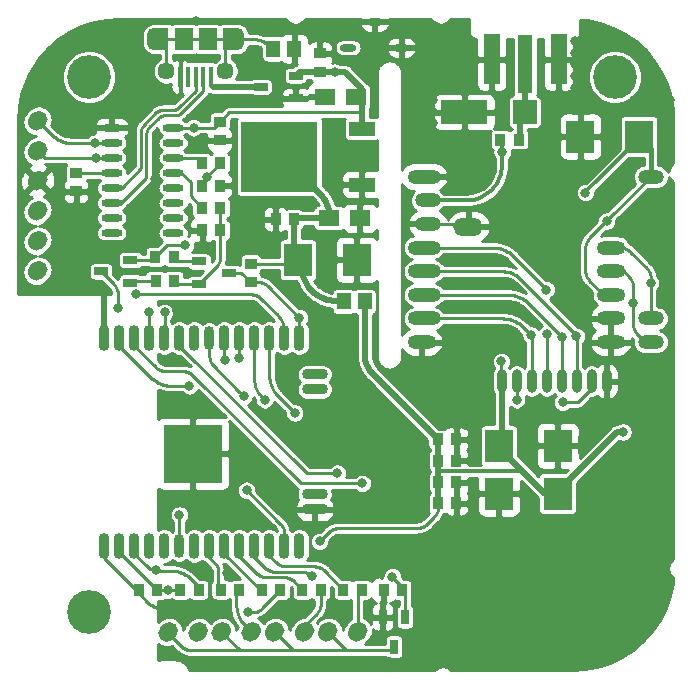
<source format=gbr>
G04 #@! TF.GenerationSoftware,KiCad,Pcbnew,(5.1.6)-1*
G04 #@! TF.CreationDate,2020-07-19T17:34:05+08:00*
G04 #@! TF.ProjectId,ESP32GW,45535033-3247-4572-9e6b-696361645f70,rev?*
G04 #@! TF.SameCoordinates,Original*
G04 #@! TF.FileFunction,Copper,L1,Top*
G04 #@! TF.FilePolarity,Positive*
%FSLAX46Y46*%
G04 Gerber Fmt 4.6, Leading zero omitted, Abs format (unit mm)*
G04 Created by KiCad (PCBNEW (5.1.6)-1) date 2020-07-19 17:34:05*
%MOMM*%
%LPD*%
G01*
G04 APERTURE LIST*
G04 #@! TA.AperFunction,SMDPad,CuDef*
%ADD10O,0.900000X2.200000*%
G04 #@! TD*
G04 #@! TA.AperFunction,SMDPad,CuDef*
%ADD11O,0.900000X2.000000*%
G04 #@! TD*
G04 #@! TA.AperFunction,SMDPad,CuDef*
%ADD12O,2.200000X0.900000*%
G04 #@! TD*
G04 #@! TA.AperFunction,SMDPad,CuDef*
%ADD13R,5.000000X5.000000*%
G04 #@! TD*
G04 #@! TA.AperFunction,SMDPad,CuDef*
%ADD14O,2.400000X1.200000*%
G04 #@! TD*
G04 #@! TA.AperFunction,SMDPad,CuDef*
%ADD15R,2.400000X2.800000*%
G04 #@! TD*
G04 #@! TA.AperFunction,SMDPad,CuDef*
%ADD16O,1.800000X0.600000*%
G04 #@! TD*
G04 #@! TA.AperFunction,SMDPad,CuDef*
%ADD17O,2.200000X1.200000*%
G04 #@! TD*
G04 #@! TA.AperFunction,SMDPad,CuDef*
%ADD18R,0.930000X0.980000*%
G04 #@! TD*
G04 #@! TA.AperFunction,SMDPad,CuDef*
%ADD19R,1.160000X1.470000*%
G04 #@! TD*
G04 #@! TA.AperFunction,SMDPad,CuDef*
%ADD20R,0.980000X0.930000*%
G04 #@! TD*
G04 #@! TA.AperFunction,SMDPad,CuDef*
%ADD21R,1.150000X0.650000*%
G04 #@! TD*
G04 #@! TA.AperFunction,ComponentPad*
%ADD22O,1.400000X0.600000*%
G04 #@! TD*
G04 #@! TA.AperFunction,SMDPad,CuDef*
%ADD23R,1.800000X1.350000*%
G04 #@! TD*
G04 #@! TA.AperFunction,SMDPad,CuDef*
%ADD24R,2.000000X2.000000*%
G04 #@! TD*
G04 #@! TA.AperFunction,SMDPad,CuDef*
%ADD25R,4.000000X2.000000*%
G04 #@! TD*
G04 #@! TA.AperFunction,SMDPad,CuDef*
%ADD26O,2.500000X1.500000*%
G04 #@! TD*
G04 #@! TA.AperFunction,SMDPad,CuDef*
%ADD27O,0.800000X2.000000*%
G04 #@! TD*
G04 #@! TA.AperFunction,SMDPad,CuDef*
%ADD28R,1.500000X1.900000*%
G04 #@! TD*
G04 #@! TA.AperFunction,ComponentPad*
%ADD29C,1.450000*%
G04 #@! TD*
G04 #@! TA.AperFunction,SMDPad,CuDef*
%ADD30R,0.400000X1.800000*%
G04 #@! TD*
G04 #@! TA.AperFunction,ComponentPad*
%ADD31O,1.200000X1.900000*%
G04 #@! TD*
G04 #@! TA.AperFunction,SMDPad,CuDef*
%ADD32R,1.200000X1.900000*%
G04 #@! TD*
G04 #@! TA.AperFunction,WasherPad*
%ADD33C,3.700000*%
G04 #@! TD*
G04 #@! TA.AperFunction,SMDPad,CuDef*
%ADD34R,0.700000X1.250000*%
G04 #@! TD*
G04 #@! TA.AperFunction,SMDPad,CuDef*
%ADD35R,1.270000X5.000000*%
G04 #@! TD*
G04 #@! TA.AperFunction,SMDPad,CuDef*
%ADD36R,1.350000X4.200000*%
G04 #@! TD*
G04 #@! TA.AperFunction,SMDPad,CuDef*
%ADD37R,2.200000X1.200000*%
G04 #@! TD*
G04 #@! TA.AperFunction,SMDPad,CuDef*
%ADD38R,6.499990X6.000000*%
G04 #@! TD*
G04 #@! TA.AperFunction,SMDPad,CuDef*
%ADD39R,1.250000X0.700000*%
G04 #@! TD*
G04 #@! TA.AperFunction,ViaPad*
%ADD40C,0.800000*%
G04 #@! TD*
G04 #@! TA.AperFunction,Conductor*
%ADD41C,0.250000*%
G04 #@! TD*
G04 #@! TA.AperFunction,Conductor*
%ADD42C,0.500000*%
G04 #@! TD*
G04 #@! TA.AperFunction,Conductor*
%ADD43C,0.300000*%
G04 #@! TD*
G04 #@! TA.AperFunction,Conductor*
%ADD44C,0.400000*%
G04 #@! TD*
G04 #@! TA.AperFunction,Conductor*
%ADD45C,0.254000*%
G04 #@! TD*
G04 APERTURE END LIST*
D10*
X122814700Y-97675020D03*
X124084700Y-97675020D03*
X125354700Y-97675020D03*
X126624700Y-97675020D03*
X127894700Y-97675020D03*
X129164700Y-97675020D03*
X130434700Y-97675020D03*
D11*
X131704700Y-97675020D03*
D10*
X132974700Y-97675020D03*
X134244700Y-97675020D03*
X135514700Y-97675020D03*
X136784700Y-97675020D03*
X138054700Y-97675020D03*
X139324700Y-97675020D03*
D12*
X140624700Y-100760020D03*
X140624700Y-102030020D03*
X140624700Y-110920020D03*
X140624700Y-112190020D03*
D10*
X139324700Y-115275020D03*
X138054700Y-115275020D03*
X136784700Y-115275020D03*
X135514700Y-115275020D03*
X134244700Y-115275020D03*
X132974700Y-115275020D03*
X131704700Y-115275020D03*
X130434700Y-115275020D03*
D11*
X129164700Y-115275020D03*
D10*
X127894700Y-115275020D03*
X126624700Y-115275020D03*
X125354700Y-115275020D03*
X124084700Y-115275020D03*
X122814700Y-115275020D03*
D13*
X130314700Y-107475020D03*
D14*
X165694900Y-98018120D03*
X149694900Y-98018120D03*
X165694900Y-96018120D03*
X165694900Y-94018120D03*
X165694900Y-92018120D03*
X165694900Y-90018120D03*
X149694900Y-96018120D03*
X149694900Y-94018120D03*
X149694900Y-92018120D03*
X149694900Y-90018120D03*
X149694900Y-84018120D03*
D15*
X168079420Y-80624680D03*
X163119420Y-80624680D03*
D16*
X123430680Y-79885540D03*
X123430680Y-81155540D03*
X123430680Y-82425540D03*
X123430680Y-83695540D03*
X123430680Y-84965540D03*
X123430680Y-86235540D03*
X123430680Y-87505540D03*
X123430680Y-88775540D03*
X128630680Y-88775540D03*
X128630680Y-87505540D03*
X128630680Y-86235540D03*
X128630680Y-84965540D03*
X128630680Y-83695540D03*
X128630680Y-82425540D03*
X128630680Y-81155540D03*
X128630680Y-79885540D03*
D17*
X150190340Y-96026220D03*
X150190340Y-94026220D03*
X150190340Y-92026220D03*
X150190340Y-90026220D03*
X150190340Y-88026220D03*
X150190340Y-86026220D03*
X150190340Y-84026220D03*
X169090340Y-84026220D03*
X169090340Y-96026220D03*
X169090340Y-98026220D03*
D18*
X157881320Y-80883760D03*
X156341320Y-80883760D03*
G04 #@! TA.AperFunction,ComponentPad*
G36*
G01*
X117793896Y-91342084D02*
X117793896Y-91342084D01*
G75*
G02*
X117793896Y-92402744I-530330J-530330D01*
G01*
X117581764Y-92614876D01*
G75*
G02*
X116521104Y-92614876I-530330J530330D01*
G01*
X116521104Y-92614876D01*
G75*
G02*
X116521104Y-91554216I530330J530330D01*
G01*
X116733236Y-91342084D01*
G75*
G02*
X117793896Y-91342084I530330J-530330D01*
G01*
G37*
G04 #@! TD.AperFunction*
G04 #@! TA.AperFunction,ComponentPad*
G36*
G01*
X117793896Y-88802084D02*
X117793896Y-88802084D01*
G75*
G02*
X117793896Y-89862744I-530330J-530330D01*
G01*
X117581764Y-90074876D01*
G75*
G02*
X116521104Y-90074876I-530330J530330D01*
G01*
X116521104Y-90074876D01*
G75*
G02*
X116521104Y-89014216I530330J530330D01*
G01*
X116733236Y-88802084D01*
G75*
G02*
X117793896Y-88802084I530330J-530330D01*
G01*
G37*
G04 #@! TD.AperFunction*
G04 #@! TA.AperFunction,ComponentPad*
G36*
G01*
X117793896Y-86262084D02*
X117793896Y-86262084D01*
G75*
G02*
X117793896Y-87322744I-530330J-530330D01*
G01*
X117581764Y-87534876D01*
G75*
G02*
X116521104Y-87534876I-530330J530330D01*
G01*
X116521104Y-87534876D01*
G75*
G02*
X116521104Y-86474216I530330J530330D01*
G01*
X116733236Y-86262084D01*
G75*
G02*
X117793896Y-86262084I530330J-530330D01*
G01*
G37*
G04 #@! TD.AperFunction*
G04 #@! TA.AperFunction,ComponentPad*
G36*
G01*
X117793896Y-83722084D02*
X117793896Y-83722084D01*
G75*
G02*
X117793896Y-84782744I-530330J-530330D01*
G01*
X117581764Y-84994876D01*
G75*
G02*
X116521104Y-84994876I-530330J530330D01*
G01*
X116521104Y-84994876D01*
G75*
G02*
X116521104Y-83934216I530330J530330D01*
G01*
X116733236Y-83722084D01*
G75*
G02*
X117793896Y-83722084I530330J-530330D01*
G01*
G37*
G04 #@! TD.AperFunction*
G04 #@! TA.AperFunction,ComponentPad*
G36*
G01*
X117793896Y-81182084D02*
X117793896Y-81182084D01*
G75*
G02*
X117793896Y-82242744I-530330J-530330D01*
G01*
X117581764Y-82454876D01*
G75*
G02*
X116521104Y-82454876I-530330J530330D01*
G01*
X116521104Y-82454876D01*
G75*
G02*
X116521104Y-81394216I530330J530330D01*
G01*
X116733236Y-81182084D01*
G75*
G02*
X117793896Y-81182084I530330J-530330D01*
G01*
G37*
G04 #@! TD.AperFunction*
G04 #@! TA.AperFunction,ComponentPad*
G36*
G01*
X117793896Y-78642084D02*
X117793896Y-78642084D01*
G75*
G02*
X117793896Y-79702744I-530330J-530330D01*
G01*
X117581764Y-79914876D01*
G75*
G02*
X116521104Y-79914876I-530330J530330D01*
G01*
X116521104Y-79914876D01*
G75*
G02*
X116521104Y-78854216I530330J530330D01*
G01*
X116733236Y-78642084D01*
G75*
G02*
X117793896Y-78642084I530330J-530330D01*
G01*
G37*
G04 #@! TD.AperFunction*
D19*
X143071120Y-94584520D03*
X144851120Y-94584520D03*
D20*
X120416320Y-83712560D03*
X120416320Y-85252560D03*
D18*
X131071620Y-82859880D03*
X132611620Y-82859880D03*
X132623560Y-86669880D03*
X131083560Y-86669880D03*
X132624320Y-84777580D03*
X131084320Y-84777580D03*
X131096640Y-88539320D03*
X132636640Y-88539320D03*
D20*
X135209280Y-91396440D03*
X135209280Y-92936440D03*
D21*
X139004040Y-77363320D03*
X139004040Y-75463320D03*
X136054040Y-76413320D03*
D19*
X138905980Y-73192640D03*
X137125980Y-73192640D03*
D15*
X161207140Y-106801920D03*
X156247140Y-106801920D03*
X139230720Y-91059000D03*
X144190720Y-91059000D03*
D22*
X145706660Y-70891040D03*
X147956660Y-73091040D03*
X143456660Y-73091040D03*
D23*
X144458680Y-87530940D03*
X141838680Y-87530940D03*
X144086580Y-77274420D03*
X141466580Y-77274420D03*
D24*
X158402020Y-78549500D03*
D25*
X153302020Y-78549500D03*
D26*
X153631900Y-88244680D03*
D27*
X156456380Y-101328220D03*
X157726380Y-101328220D03*
X158996380Y-101328220D03*
X160266380Y-101328220D03*
X161536380Y-101328220D03*
X162806380Y-101328220D03*
X164076380Y-101328220D03*
X165346380Y-101328220D03*
D18*
X125730000Y-119049800D03*
X127270000Y-119049800D03*
G04 #@! TA.AperFunction,ComponentPad*
G36*
G01*
X133348856Y-122979264D02*
X133136724Y-123191396D01*
G75*
G02*
X132076064Y-123191396I-530330J530330D01*
G01*
X132076064Y-123191396D01*
G75*
G02*
X132076064Y-122130736I530330J530330D01*
G01*
X132288196Y-121918604D01*
G75*
G02*
X133348856Y-121918604I530330J-530330D01*
G01*
X133348856Y-121918604D01*
G75*
G02*
X133348856Y-122979264I-530330J-530330D01*
G01*
G37*
G04 #@! TD.AperFunction*
G04 #@! TA.AperFunction,ComponentPad*
G36*
G01*
X135888856Y-122979264D02*
X135676724Y-123191396D01*
G75*
G02*
X134616064Y-123191396I-530330J530330D01*
G01*
X134616064Y-123191396D01*
G75*
G02*
X134616064Y-122130736I530330J530330D01*
G01*
X134828196Y-121918604D01*
G75*
G02*
X135888856Y-121918604I530330J-530330D01*
G01*
X135888856Y-121918604D01*
G75*
G02*
X135888856Y-122979264I-530330J-530330D01*
G01*
G37*
G04 #@! TD.AperFunction*
X151059920Y-106267958D03*
X152599920Y-106267958D03*
X152610080Y-108076438D03*
X151070080Y-108076438D03*
X152612620Y-109877298D03*
X151072620Y-109877298D03*
X151077320Y-111675618D03*
X152617320Y-111675618D03*
D28*
X129551480Y-72377100D03*
D29*
X133051480Y-75077100D03*
D30*
X131201480Y-75577100D03*
X131851480Y-75577100D03*
X129251480Y-75577100D03*
X129901480Y-75577100D03*
X130551480Y-75577100D03*
D29*
X128051480Y-75077100D03*
D28*
X131551480Y-72377100D03*
D31*
X134051480Y-72377100D03*
X127051480Y-72377100D03*
D32*
X127651480Y-72377100D03*
X133451480Y-72377100D03*
D33*
X166028080Y-75585280D03*
D34*
X148277620Y-121309760D03*
X146377620Y-121309760D03*
X147327620Y-123809760D03*
D18*
X146464020Y-118996460D03*
X148004020Y-118996460D03*
D33*
X121528080Y-75585280D03*
X121528080Y-120885280D03*
D35*
X158440540Y-74494340D03*
D36*
X155615540Y-74094340D03*
X161265540Y-74094340D03*
D15*
X161184280Y-110848140D03*
X156224280Y-110848140D03*
D37*
X144624820Y-84685200D03*
D38*
X137624820Y-82323940D03*
D37*
X144620650Y-79962650D03*
D39*
X133353180Y-92151240D03*
X130853180Y-93101240D03*
X130853180Y-91201240D03*
X125026740Y-92984360D03*
X125026740Y-91084360D03*
X122526740Y-92034360D03*
G04 #@! TA.AperFunction,ComponentPad*
G36*
G01*
X142351516Y-122978604D02*
X142139384Y-123190736D01*
G75*
G02*
X141078724Y-123190736I-530330J530330D01*
G01*
X141078724Y-123190736D01*
G75*
G02*
X141078724Y-122130076I530330J530330D01*
G01*
X141290856Y-121917944D01*
G75*
G02*
X142351516Y-121917944I530330J-530330D01*
G01*
X142351516Y-121917944D01*
G75*
G02*
X142351516Y-122978604I-530330J-530330D01*
G01*
G37*
G04 #@! TD.AperFunction*
G04 #@! TA.AperFunction,ComponentPad*
G36*
G01*
X144891516Y-122978604D02*
X144679384Y-123190736D01*
G75*
G02*
X143618724Y-123190736I-530330J530330D01*
G01*
X143618724Y-123190736D01*
G75*
G02*
X143618724Y-122130076I530330J530330D01*
G01*
X143830856Y-121917944D01*
G75*
G02*
X144891516Y-121917944I530330J-530330D01*
G01*
X144891516Y-121917944D01*
G75*
G02*
X144891516Y-122978604I-530330J-530330D01*
G01*
G37*
G04 #@! TD.AperFunction*
G04 #@! TA.AperFunction,ComponentPad*
G36*
G01*
X140390636Y-122978604D02*
X140178504Y-123190736D01*
G75*
G02*
X139117844Y-123190736I-530330J530330D01*
G01*
X139117844Y-123190736D01*
G75*
G02*
X139117844Y-122130076I530330J530330D01*
G01*
X139329976Y-121917944D01*
G75*
G02*
X140390636Y-121917944I530330J-530330D01*
G01*
X140390636Y-121917944D01*
G75*
G02*
X140390636Y-122978604I-530330J-530330D01*
G01*
G37*
G04 #@! TD.AperFunction*
G04 #@! TA.AperFunction,ComponentPad*
G36*
G01*
X137850636Y-122978604D02*
X137638504Y-123190736D01*
G75*
G02*
X136577844Y-123190736I-530330J530330D01*
G01*
X136577844Y-123190736D01*
G75*
G02*
X136577844Y-122130076I530330J530330D01*
G01*
X136789976Y-121917944D01*
G75*
G02*
X137850636Y-121917944I530330J-530330D01*
G01*
X137850636Y-121917944D01*
G75*
G02*
X137850636Y-122978604I-530330J-530330D01*
G01*
G37*
G04 #@! TD.AperFunction*
G04 #@! TA.AperFunction,ComponentPad*
G36*
G01*
X128847976Y-122991964D02*
X128635844Y-123204096D01*
G75*
G02*
X127575184Y-123204096I-530330J530330D01*
G01*
X127575184Y-123204096D01*
G75*
G02*
X127575184Y-122143436I530330J530330D01*
G01*
X127787316Y-121931304D01*
G75*
G02*
X128847976Y-121931304I530330J-530330D01*
G01*
X128847976Y-121931304D01*
G75*
G02*
X128847976Y-122991964I-530330J-530330D01*
G01*
G37*
G04 #@! TD.AperFunction*
G04 #@! TA.AperFunction,ComponentPad*
G36*
G01*
X131387976Y-122991964D02*
X131175844Y-123204096D01*
G75*
G02*
X130115184Y-123204096I-530330J530330D01*
G01*
X130115184Y-123204096D01*
G75*
G02*
X130115184Y-122143436I530330J530330D01*
G01*
X130327316Y-121931304D01*
G75*
G02*
X131387976Y-121931304I530330J-530330D01*
G01*
X131387976Y-121931304D01*
G75*
G02*
X131387976Y-122991964I-530330J-530330D01*
G01*
G37*
G04 #@! TD.AperFunction*
D18*
X138849100Y-87624920D03*
X137309100Y-87624920D03*
D20*
X132582920Y-79379700D03*
X132582920Y-80919700D03*
X141069060Y-73588500D03*
X141069060Y-75128500D03*
D18*
X130789680Y-118996460D03*
X129249680Y-118996460D03*
X132693920Y-118988840D03*
X134233920Y-118988840D03*
X143052040Y-118999000D03*
X144592040Y-118999000D03*
X139590400Y-118999000D03*
X141130400Y-118999000D03*
X136161020Y-119009160D03*
X137701020Y-119009160D03*
X127147320Y-92824300D03*
X128687320Y-92824300D03*
X127137160Y-90810080D03*
X128677160Y-90810080D03*
D40*
X136392920Y-102910640D03*
X157728920Y-102910640D03*
X167579040Y-94749620D03*
X169070020Y-93037660D03*
X138932920Y-104023160D03*
X161635440Y-103121460D03*
X128193800Y-119049800D03*
X156425900Y-99667060D03*
X141033499Y-114901980D03*
X163550600Y-85361781D03*
X165348920Y-87769700D03*
X166715440Y-105636060D03*
X141406880Y-97428560D03*
X143406880Y-97428560D03*
X141406880Y-98428560D03*
X143406880Y-98428560D03*
X158386780Y-95714820D03*
X149676360Y-81510380D03*
X150676360Y-81510380D03*
X151676360Y-81510380D03*
X152676360Y-81510380D03*
X149676360Y-82510380D03*
X150676360Y-82510380D03*
X151676360Y-82510380D03*
X152676360Y-82510380D03*
X135953554Y-95368270D03*
X134953476Y-95368270D03*
X144569180Y-82171540D03*
X135112000Y-86492080D03*
X135112000Y-88492080D03*
X135112000Y-89492080D03*
X138008360Y-106017060D03*
X137995420Y-125110240D03*
X139995420Y-125110240D03*
X140995420Y-125110240D03*
X144995420Y-125110240D03*
X135465820Y-112623600D03*
X136723120Y-108803440D03*
X136380220Y-110383320D03*
X135455660Y-109636560D03*
X129308860Y-120718580D03*
X148676360Y-80510380D03*
X149676360Y-80510380D03*
X150676360Y-80510380D03*
X151676360Y-80510380D03*
X152676360Y-80510380D03*
X153676360Y-80510380D03*
X154676360Y-80510380D03*
X159676360Y-80510380D03*
X160676360Y-80510380D03*
X170676360Y-80510380D03*
X148676360Y-81510380D03*
X153676360Y-81510380D03*
X154676360Y-81510380D03*
X159676360Y-81510380D03*
X160676360Y-81510380D03*
X170676360Y-81510380D03*
X148676360Y-82510380D03*
X153676360Y-82510380D03*
X154676360Y-82510380D03*
X155676360Y-82510380D03*
X158676360Y-82510380D03*
X159676360Y-82510380D03*
X160676360Y-82510380D03*
X170676360Y-82510380D03*
X148676360Y-79510380D03*
X148676360Y-78510380D03*
X148676360Y-77510380D03*
X148676360Y-76510380D03*
X149676360Y-76510380D03*
X150676360Y-76510380D03*
X151676360Y-76510380D03*
X153676360Y-76510380D03*
X162676360Y-76510380D03*
X163676360Y-76510380D03*
X168676360Y-76510380D03*
X169676360Y-76510380D03*
X149676360Y-77510380D03*
X150676360Y-77510380D03*
X160676360Y-77510380D03*
X161676360Y-77510380D03*
X162676360Y-77510380D03*
X163676360Y-77510380D03*
X167676360Y-77510380D03*
X168676360Y-77510380D03*
X169676360Y-77510380D03*
X170676360Y-77510380D03*
X149676360Y-78510380D03*
X150676360Y-78510380D03*
X160676360Y-78510380D03*
X170676360Y-78510380D03*
X149676360Y-79510380D03*
X150676360Y-79510380D03*
X160676360Y-79510380D03*
X170676360Y-79510380D03*
X153676360Y-75510380D03*
X153676360Y-74510380D03*
X153676360Y-73510380D03*
X153676360Y-72510380D03*
X152676360Y-76510380D03*
X152676360Y-75510380D03*
X152676360Y-74510380D03*
X152676360Y-73510380D03*
X152676360Y-72510380D03*
X151676360Y-75510380D03*
X151676360Y-74510380D03*
X151676360Y-73510380D03*
X151676360Y-72510380D03*
X150676360Y-75510380D03*
X150676360Y-74510380D03*
X150676360Y-73510380D03*
X149676360Y-75510380D03*
X149676360Y-74510380D03*
X149676360Y-73510380D03*
X149676360Y-72510380D03*
X163676360Y-74510380D03*
X163676360Y-73510380D03*
X163676360Y-72510380D03*
X162676360Y-75510380D03*
X162676360Y-74510380D03*
X162676360Y-73510380D03*
X162676360Y-72510380D03*
X128953260Y-95373700D03*
X129953260Y-95373700D03*
X130953260Y-95373700D03*
X131953260Y-95373700D03*
X132953260Y-95373700D03*
X133953260Y-95373700D03*
X166712900Y-123271280D03*
X122781946Y-93730746D03*
X125234700Y-87276940D03*
X125270260Y-88574880D03*
X132417820Y-111333280D03*
X134853680Y-113469420D03*
X131391660Y-103858060D03*
X141406880Y-96428560D03*
X142406880Y-96428560D03*
X143406880Y-96428560D03*
X142406880Y-97428560D03*
X142406880Y-98428560D03*
X141406880Y-99428560D03*
X142406880Y-99428560D03*
X143406880Y-99428560D03*
X119771160Y-90467180D03*
X115836700Y-93290140D03*
X118836700Y-93290140D03*
X119836700Y-93290140D03*
X120836700Y-93290140D03*
X134112000Y-86492080D03*
X134112000Y-87492080D03*
X135112000Y-87492080D03*
X134112000Y-88492080D03*
X134112000Y-89492080D03*
X131605020Y-90208100D03*
X131432300Y-117530880D03*
X133205220Y-117602000D03*
X143598900Y-117015260D03*
X138579860Y-121257060D03*
X142481300Y-120995440D03*
X134569200Y-107213400D03*
X135839200Y-108094780D03*
X150634700Y-122471180D03*
X130995420Y-125110240D03*
X131995420Y-125110240D03*
X132995420Y-125110240D03*
X133995420Y-125110240D03*
X134995420Y-125110240D03*
X135995420Y-125110240D03*
X136995420Y-125110240D03*
X138995420Y-125110240D03*
X141995420Y-125110240D03*
X142995420Y-125110240D03*
X143995420Y-125110240D03*
X146995420Y-125110240D03*
X147995420Y-125110240D03*
X148995420Y-125110240D03*
X120070880Y-87208360D03*
X127100601Y-84219474D03*
X123482100Y-78685230D03*
X125204240Y-71616460D03*
X135717280Y-71158100D03*
X130545840Y-70827900D03*
X130462020Y-112684560D03*
X131663440Y-112694720D03*
X132892800Y-112666780D03*
X134101840Y-112631220D03*
X133578600Y-113487200D03*
X132384800Y-113504980D03*
X131015740Y-113504980D03*
X130248660Y-111297720D03*
X131300220Y-111279940D03*
X133586220Y-111323120D03*
X138391900Y-110606840D03*
X138437620Y-111843820D03*
X137335260Y-111142780D03*
X134396480Y-108846620D03*
X133921500Y-105864660D03*
X130050540Y-103769160D03*
X130985260Y-102788720D03*
X157676360Y-82510380D03*
X150676360Y-72510380D03*
X154724100Y-83954620D03*
X157543500Y-98061780D03*
X154927300Y-94983300D03*
X154967940Y-92956380D03*
X154973020Y-90947240D03*
X129359660Y-99695000D03*
X158813500Y-105087420D03*
X167612060Y-88993980D03*
X167863520Y-100853240D03*
X137579287Y-109677875D03*
X153362660Y-105046780D03*
X165750240Y-108938060D03*
X166207440Y-103985060D03*
X133027420Y-99514660D03*
X160253680Y-97365820D03*
X160223200Y-93573600D03*
X162789020Y-97533460D03*
X134630160Y-102613880D03*
X161536380Y-97558860D03*
X130021069Y-101735629D03*
X158948120Y-97431860D03*
X134228840Y-99402900D03*
X130370580Y-79885540D03*
X142306040Y-75168760D03*
X134998460Y-120906540D03*
X127215900Y-117297200D03*
X123954540Y-95138240D03*
X126629160Y-95455740D03*
X122067320Y-82425540D03*
X134856220Y-110566200D03*
X139324700Y-95959280D03*
X127909320Y-95516700D03*
X122062240Y-81175860D03*
X140406120Y-117868700D03*
X147208240Y-117904260D03*
X156494100Y-81907380D03*
X142532100Y-109118400D03*
X144637760Y-109984540D03*
X129664460Y-89837260D03*
X131463140Y-84033360D03*
X129164700Y-112662320D03*
X125521720Y-93985080D03*
D41*
X136080385Y-102598105D02*
X136392920Y-102910640D01*
X136080385Y-102598105D02*
X136015019Y-102529448D01*
X136015019Y-102529448D02*
X135953100Y-102457668D01*
X135953100Y-102457668D02*
X135894778Y-102382935D01*
X135894778Y-102382935D02*
X135840194Y-102305431D01*
X135840194Y-102305431D02*
X135789478Y-102225342D01*
X135789478Y-102225342D02*
X135742753Y-102142861D01*
X135742753Y-102142861D02*
X135700131Y-102058187D01*
X135700131Y-102058187D02*
X135661716Y-101971523D01*
X135661716Y-101971523D02*
X135627599Y-101883079D01*
X135627599Y-101883079D02*
X135597863Y-101793067D01*
X135597863Y-101793067D02*
X135572580Y-101701704D01*
X135572580Y-101701704D02*
X135551810Y-101609211D01*
X135551810Y-101609211D02*
X135535603Y-101515810D01*
X135535603Y-101515810D02*
X135523999Y-101421727D01*
X135523999Y-101421727D02*
X135517026Y-101327187D01*
X135517026Y-101327187D02*
X135514700Y-101232420D01*
X135514700Y-101232420D02*
X135514700Y-97675020D01*
X168590340Y-98026220D02*
X169090340Y-98026220D01*
X165694900Y-92018120D02*
X166769628Y-92018120D01*
X167586660Y-93335152D02*
X167585205Y-93275922D01*
X167585205Y-93275922D02*
X167580847Y-93216834D01*
X167580847Y-93216834D02*
X167573594Y-93158032D01*
X167573594Y-93158032D02*
X167563465Y-93099656D01*
X167563465Y-93099656D02*
X167550484Y-93041848D01*
X167550484Y-93041848D02*
X167534682Y-92984747D01*
X167534682Y-92984747D02*
X167516097Y-92928489D01*
X167516097Y-92928489D02*
X167494774Y-92873211D01*
X167494774Y-92873211D02*
X167470764Y-92819046D01*
X167470764Y-92819046D02*
X167444126Y-92766125D01*
X167444126Y-92766125D02*
X167414923Y-92714574D01*
X167414923Y-92714574D02*
X167383225Y-92664518D01*
X167383225Y-92664518D02*
X167349110Y-92616078D01*
X167349110Y-92616078D02*
X167312659Y-92569370D01*
X167312659Y-92569370D02*
X167273960Y-92524507D01*
X167273960Y-92524507D02*
X167233106Y-92481598D01*
X167233106Y-92481598D02*
X166769628Y-92018120D01*
X167940213Y-97376093D02*
X168590340Y-98026220D01*
X167940213Y-97376093D02*
X167899359Y-97333182D01*
X167899359Y-97333182D02*
X167860660Y-97288320D01*
X167860660Y-97288320D02*
X167824209Y-97241612D01*
X167824209Y-97241612D02*
X167790093Y-97193172D01*
X167790093Y-97193172D02*
X167758396Y-97143116D01*
X167758396Y-97143116D02*
X167729193Y-97091565D01*
X167729193Y-97091565D02*
X167702554Y-97038644D01*
X167702554Y-97038644D02*
X167678545Y-96984479D01*
X167678545Y-96984479D02*
X167657222Y-96929201D01*
X167657222Y-96929201D02*
X167638637Y-96872944D01*
X167638637Y-96872944D02*
X167622835Y-96815842D01*
X167622835Y-96815842D02*
X167609853Y-96758034D01*
X167609853Y-96758034D02*
X167599724Y-96699659D01*
X167599724Y-96699659D02*
X167592472Y-96640857D01*
X167592472Y-96640857D02*
X167588113Y-96581769D01*
X167588113Y-96581769D02*
X167586660Y-96522540D01*
X167586660Y-96522540D02*
X167586660Y-95026480D01*
X157726380Y-102908100D02*
X157728920Y-102910640D01*
X157726380Y-101328220D02*
X157726380Y-102908100D01*
X167586660Y-95026480D02*
X167586660Y-93335152D01*
X169090340Y-96026220D02*
X168217600Y-96026220D01*
X136784700Y-97675020D02*
X136784700Y-98325020D01*
X137491806Y-102571886D02*
X138943080Y-104023160D01*
X137491806Y-102571886D02*
X137410098Y-102486065D01*
X137410098Y-102486065D02*
X137332700Y-102396340D01*
X137332700Y-102396340D02*
X137259798Y-102302924D01*
X137259798Y-102302924D02*
X137191567Y-102206044D01*
X137191567Y-102206044D02*
X137128172Y-102105933D01*
X137128172Y-102105933D02*
X137069766Y-102002831D01*
X137069766Y-102002831D02*
X137016489Y-101896988D01*
X137016489Y-101896988D02*
X136968470Y-101788659D01*
X136968470Y-101788659D02*
X136925824Y-101678103D01*
X136925824Y-101678103D02*
X136888654Y-101565588D01*
X136888654Y-101565588D02*
X136857050Y-101451385D01*
X136857050Y-101451385D02*
X136831087Y-101335769D01*
X136831087Y-101335769D02*
X136810829Y-101219018D01*
X136810829Y-101219018D02*
X136796324Y-101101414D01*
X136796324Y-101101414D02*
X136787607Y-100983239D01*
X136787607Y-100983239D02*
X136784700Y-100864780D01*
X136784700Y-100864780D02*
X136784700Y-97675020D01*
X169090340Y-92635960D02*
X169090340Y-94929960D01*
X169090340Y-92635960D02*
X169088885Y-92576730D01*
X169088885Y-92576730D02*
X169084527Y-92517642D01*
X169084527Y-92517642D02*
X169077274Y-92458840D01*
X169077274Y-92458840D02*
X169067145Y-92400464D01*
X169067145Y-92400464D02*
X169054164Y-92342656D01*
X169054164Y-92342656D02*
X169038362Y-92285555D01*
X169038362Y-92285555D02*
X169019777Y-92229297D01*
X169019777Y-92229297D02*
X168998454Y-92174019D01*
X168998454Y-92174019D02*
X168974444Y-92119854D01*
X168974444Y-92119854D02*
X168947806Y-92066933D01*
X168947806Y-92066933D02*
X168918603Y-92015382D01*
X168918603Y-92015382D02*
X168886905Y-91965326D01*
X168886905Y-91965326D02*
X168852790Y-91916886D01*
X168852790Y-91916886D02*
X168816339Y-91870178D01*
X168816339Y-91870178D02*
X168777640Y-91825315D01*
X168777640Y-91825315D02*
X168736786Y-91782406D01*
X169090340Y-94929960D02*
X169090340Y-96026220D01*
X164076380Y-101328220D02*
X164076380Y-100728220D01*
X164076380Y-102123240D02*
X164076380Y-101328220D01*
X166472500Y-90018120D02*
X165694900Y-90018120D01*
X166472500Y-90018120D02*
X166531729Y-90019574D01*
X166531729Y-90019574D02*
X166590817Y-90023932D01*
X166590817Y-90023932D02*
X166649619Y-90031185D01*
X166649619Y-90031185D02*
X166707994Y-90041314D01*
X166707994Y-90041314D02*
X166765802Y-90054295D01*
X166765802Y-90054295D02*
X166822904Y-90070097D01*
X166822904Y-90070097D02*
X166879161Y-90088682D01*
X166879161Y-90088682D02*
X166934439Y-90110005D01*
X166934439Y-90110005D02*
X166988604Y-90134015D01*
X166988604Y-90134015D02*
X167041525Y-90160653D01*
X167041525Y-90160653D02*
X167093076Y-90189856D01*
X167093076Y-90189856D02*
X167143132Y-90221554D01*
X167143132Y-90221554D02*
X167191572Y-90255669D01*
X167191572Y-90255669D02*
X167238279Y-90292120D01*
X167238279Y-90292120D02*
X167283142Y-90330819D01*
X167283142Y-90330819D02*
X167326053Y-90371673D01*
X167326053Y-90371673D02*
X168736786Y-91782406D01*
X164076380Y-101950520D02*
X164076380Y-101328220D01*
X161635440Y-103121460D02*
X162905440Y-103121460D01*
X162905440Y-103121460D02*
X164076380Y-101950520D01*
X127303020Y-119016780D02*
X127270000Y-119049800D01*
X124084700Y-115956700D02*
X124084700Y-115275020D01*
X127270000Y-119049800D02*
X127177800Y-119049800D01*
D42*
X156330000Y-101328220D02*
X156456380Y-101328220D01*
D41*
X144851120Y-94584520D02*
X145321020Y-95054420D01*
X151077320Y-106285358D02*
X151059920Y-106267958D01*
D42*
X151077320Y-111675618D02*
X151077320Y-106285358D01*
D41*
X124084700Y-115839500D02*
X124084700Y-115275020D01*
X127270000Y-119024800D02*
X124084700Y-115839500D01*
X127270000Y-119049800D02*
X127270000Y-119024800D01*
X129196340Y-119049800D02*
X129249680Y-118996460D01*
X127270000Y-119049800D02*
X128193800Y-119049800D01*
X151059920Y-106267958D02*
X151057760Y-106265798D01*
X128193800Y-119049800D02*
X129196340Y-119049800D01*
X156425900Y-101297740D02*
X156425900Y-99667060D01*
X156456380Y-101328220D02*
X156425900Y-101297740D01*
X156247140Y-106801920D02*
X156247140Y-107001920D01*
D42*
X156456380Y-106592680D02*
X156456380Y-101328220D01*
D41*
X156247140Y-106801920D02*
X156456380Y-106592680D01*
D42*
X160093360Y-110848140D02*
X161184280Y-110848140D01*
D41*
X158078592Y-108976708D02*
X158150260Y-108905040D01*
D43*
X151077320Y-108976708D02*
X158078592Y-108976708D01*
D42*
X156247140Y-107001920D02*
X158150260Y-108905040D01*
X158150260Y-108905040D02*
X160093360Y-110848140D01*
D41*
X151059920Y-106267958D02*
X151059920Y-106242958D01*
D42*
X144851120Y-99034158D02*
X144851120Y-94584520D01*
X144851120Y-99034158D02*
X144854028Y-99152617D01*
X144854028Y-99152617D02*
X144862745Y-99270792D01*
X144862745Y-99270792D02*
X144877250Y-99388396D01*
X144877250Y-99388396D02*
X144897508Y-99505147D01*
X144897508Y-99505147D02*
X144923470Y-99620763D01*
X144923470Y-99620763D02*
X144955075Y-99734966D01*
X144955075Y-99734966D02*
X144992245Y-99847481D01*
X144992245Y-99847481D02*
X145034890Y-99958036D01*
X145034890Y-99958036D02*
X145082910Y-100066366D01*
X145082910Y-100066366D02*
X145136187Y-100172209D01*
X145136187Y-100172209D02*
X145194593Y-100275311D01*
X145194593Y-100275311D02*
X145257988Y-100375422D01*
X145257988Y-100375422D02*
X145326218Y-100472302D01*
X145326218Y-100472302D02*
X145399120Y-100565717D01*
X145399120Y-100565717D02*
X145476518Y-100655443D01*
X145476518Y-100655443D02*
X145558226Y-100741264D01*
X145558226Y-100741264D02*
X151059920Y-106242958D01*
D41*
X161184280Y-111048140D02*
X161184280Y-110848140D01*
X169090340Y-81635600D02*
X168079420Y-80624680D01*
D43*
X168079420Y-80824680D02*
X163550600Y-85353500D01*
X168079420Y-80624680D02*
X168079420Y-80824680D01*
X163550600Y-85353500D02*
X163550600Y-85361781D01*
D41*
X169090340Y-84026220D02*
X165562760Y-87553800D01*
D44*
X169090340Y-84026220D02*
X169090340Y-81635600D01*
D41*
X165094900Y-94018120D02*
X165694900Y-94018120D01*
X163888913Y-89227646D02*
X165562760Y-87553800D01*
X163888913Y-89227646D02*
X163848059Y-89270555D01*
X163848059Y-89270555D02*
X163809360Y-89315418D01*
X163809360Y-89315418D02*
X163772908Y-89362126D01*
X163772908Y-89362126D02*
X163738793Y-89410566D01*
X163738793Y-89410566D02*
X163707096Y-89460622D01*
X163707096Y-89460622D02*
X163677893Y-89512173D01*
X163677893Y-89512173D02*
X163651254Y-89565094D01*
X163651254Y-89565094D02*
X163627245Y-89619259D01*
X163627245Y-89619259D02*
X163605922Y-89674537D01*
X163605922Y-89674537D02*
X163587337Y-89730795D01*
X163587337Y-89730795D02*
X163571535Y-89787896D01*
X163571535Y-89787896D02*
X163558553Y-89845704D01*
X163558553Y-89845704D02*
X163548424Y-89904080D01*
X163548424Y-89904080D02*
X163541172Y-89962882D01*
X163541172Y-89962882D02*
X163536813Y-90021970D01*
X163536813Y-90021970D02*
X163535360Y-90081200D01*
X163888913Y-92812133D02*
X165094900Y-94018120D01*
X163888913Y-92812133D02*
X163848059Y-92769222D01*
X163848059Y-92769222D02*
X163809360Y-92724360D01*
X163809360Y-92724360D02*
X163772909Y-92677652D01*
X163772909Y-92677652D02*
X163738793Y-92629212D01*
X163738793Y-92629212D02*
X163707096Y-92579156D01*
X163707096Y-92579156D02*
X163677893Y-92527605D01*
X163677893Y-92527605D02*
X163651254Y-92474684D01*
X163651254Y-92474684D02*
X163627245Y-92420519D01*
X163627245Y-92420519D02*
X163605922Y-92365241D01*
X163605922Y-92365241D02*
X163587337Y-92308984D01*
X163587337Y-92308984D02*
X163571535Y-92251882D01*
X163571535Y-92251882D02*
X163558553Y-92194074D01*
X163558553Y-92194074D02*
X163548424Y-92135699D01*
X163548424Y-92135699D02*
X163541172Y-92076897D01*
X163541172Y-92076897D02*
X163536813Y-92017809D01*
X163536813Y-92017809D02*
X163535360Y-91958580D01*
X163535360Y-91958580D02*
X163535360Y-90081200D01*
X141988085Y-113980193D02*
X142038141Y-113948496D01*
X141892937Y-114050760D02*
X141939645Y-114014308D01*
X142365415Y-113812935D02*
X142423223Y-113799953D01*
X141939645Y-114014308D02*
X141988085Y-113980193D01*
X141033499Y-114901980D02*
X141805165Y-114130313D01*
X141805165Y-114130313D02*
X141848074Y-114089459D01*
X141848074Y-114089459D02*
X141892937Y-114050760D01*
X142038141Y-113948496D02*
X142089692Y-113919293D01*
X142540401Y-113782572D02*
X142599489Y-113778213D01*
X142142613Y-113892654D02*
X142196778Y-113868645D01*
X142599489Y-113778213D02*
X142658719Y-113776760D01*
X142196778Y-113868645D02*
X142252056Y-113847322D01*
X142252056Y-113847322D02*
X142308314Y-113828737D01*
X142089692Y-113919293D02*
X142142613Y-113892654D01*
X142308314Y-113828737D02*
X142365415Y-113812935D01*
X142423223Y-113799953D02*
X142481599Y-113789824D01*
X142481599Y-113789824D02*
X142540401Y-113782572D01*
X151077320Y-111980700D02*
X151077320Y-111675618D01*
X151077320Y-111980700D02*
X151075865Y-112039929D01*
X151075865Y-112039929D02*
X151071507Y-112099017D01*
X151071507Y-112099017D02*
X151064254Y-112157819D01*
X151064254Y-112157819D02*
X151054125Y-112216194D01*
X151054125Y-112216194D02*
X151041144Y-112274002D01*
X151041144Y-112274002D02*
X151025341Y-112331104D01*
X151025341Y-112331104D02*
X151006756Y-112387361D01*
X151006756Y-112387361D02*
X150985433Y-112442639D01*
X150985433Y-112442639D02*
X150961424Y-112496804D01*
X150961424Y-112496804D02*
X150934785Y-112549725D01*
X150934785Y-112549725D02*
X150905582Y-112601276D01*
X150905582Y-112601276D02*
X150873885Y-112651332D01*
X150873885Y-112651332D02*
X150839769Y-112699772D01*
X150839769Y-112699772D02*
X150803318Y-112746479D01*
X150803318Y-112746479D02*
X150764619Y-112791342D01*
X150764619Y-112791342D02*
X150723766Y-112834253D01*
X149201260Y-113776760D02*
X142658719Y-113776760D01*
X149201260Y-113776760D02*
X149269966Y-113775072D01*
X149269966Y-113775072D02*
X149338507Y-113770016D01*
X149338507Y-113770016D02*
X149406718Y-113761603D01*
X149406718Y-113761603D02*
X149474433Y-113749853D01*
X149474433Y-113749853D02*
X149541491Y-113734795D01*
X149541491Y-113734795D02*
X149607728Y-113716465D01*
X149607728Y-113716465D02*
X149672987Y-113694906D01*
X149672987Y-113694906D02*
X149737109Y-113670171D01*
X149737109Y-113670171D02*
X149799940Y-113642320D01*
X149799940Y-113642320D02*
X149861329Y-113611419D01*
X149861329Y-113611419D02*
X149921128Y-113577544D01*
X149921128Y-113577544D02*
X149979192Y-113540775D01*
X149979192Y-113540775D02*
X150035383Y-113501201D01*
X150035383Y-113501201D02*
X150089564Y-113458917D01*
X150089564Y-113458917D02*
X150141605Y-113414027D01*
X150141605Y-113414027D02*
X150191381Y-113366637D01*
X150191381Y-113366637D02*
X150723766Y-112834253D01*
D42*
X166196360Y-105636060D02*
X166715440Y-105636060D01*
X161184280Y-110848140D02*
X161184280Y-110648140D01*
X161184280Y-110648140D02*
X166196360Y-105636060D01*
D41*
X122814700Y-116330080D02*
X122814700Y-115275020D01*
X125730000Y-119049800D02*
X125534420Y-119049800D01*
X125534420Y-119049800D02*
X122814700Y-116330080D01*
X153413440Y-88026220D02*
X153631900Y-88244680D01*
X150190340Y-88026220D02*
X153413440Y-88026220D01*
X129308860Y-120718580D02*
X129308860Y-120718580D01*
X125730000Y-119049800D02*
X125730000Y-119283480D01*
X128165100Y-120718580D02*
X129308860Y-120718580D01*
X128165100Y-120718580D02*
X128046640Y-120715671D01*
X128046640Y-120715671D02*
X127928465Y-120706954D01*
X127928465Y-120706954D02*
X127810861Y-120692449D01*
X127810861Y-120692449D02*
X127694110Y-120672191D01*
X127694110Y-120672191D02*
X127578493Y-120646229D01*
X127578493Y-120646229D02*
X127464290Y-120614624D01*
X127464290Y-120614624D02*
X127351775Y-120577454D01*
X127351775Y-120577454D02*
X127241220Y-120534808D01*
X127241220Y-120534808D02*
X127132890Y-120486789D01*
X127132890Y-120486789D02*
X127027047Y-120433512D01*
X127027047Y-120433512D02*
X126923945Y-120375106D01*
X126923945Y-120375106D02*
X126823834Y-120311711D01*
X126823834Y-120311711D02*
X126726954Y-120243480D01*
X126726954Y-120243480D02*
X126633538Y-120170578D01*
X126633538Y-120170578D02*
X126543812Y-120093180D01*
X126543812Y-120093180D02*
X126457993Y-120011473D01*
X126457993Y-120011473D02*
X125730000Y-119283480D01*
X122814700Y-97675020D02*
X122814700Y-96697180D01*
X122814700Y-97675020D02*
X122814700Y-96763220D01*
X122814700Y-93763500D02*
X122781946Y-93730746D01*
X122751800Y-93700600D02*
X122781946Y-93730746D01*
X122552460Y-93700600D02*
X122751800Y-93700600D01*
D42*
X122814700Y-97675020D02*
X122814700Y-93763500D01*
D41*
X132611620Y-84764880D02*
X132624320Y-84777580D01*
D42*
X158402020Y-74532860D02*
X158440540Y-74494340D01*
X158402020Y-78549500D02*
X158402020Y-74532860D01*
X158034100Y-78917420D02*
X158034100Y-80888840D01*
X158402020Y-78549500D02*
X158034100Y-78917420D01*
D41*
X132974700Y-99461940D02*
X133027420Y-99514660D01*
X132974700Y-97675020D02*
X132974700Y-99461940D01*
X160266380Y-97355660D02*
X160266380Y-101328220D01*
X160268920Y-93591380D02*
X160268920Y-93591380D01*
X157410866Y-90733326D02*
X160268920Y-93591380D01*
X157410866Y-90733326D02*
X157325045Y-90651618D01*
X157325045Y-90651618D02*
X157235320Y-90574220D01*
X157235320Y-90574220D02*
X157141904Y-90501318D01*
X157141904Y-90501318D02*
X157045024Y-90433087D01*
X157045024Y-90433087D02*
X156944913Y-90369692D01*
X156944913Y-90369692D02*
X156841811Y-90311286D01*
X156841811Y-90311286D02*
X156735968Y-90258009D01*
X156735968Y-90258009D02*
X156627639Y-90209990D01*
X156627639Y-90209990D02*
X156517083Y-90167344D01*
X156517083Y-90167344D02*
X156404568Y-90130174D01*
X156404568Y-90130174D02*
X156290365Y-90098570D01*
X156290365Y-90098570D02*
X156174749Y-90072607D01*
X156174749Y-90072607D02*
X156057998Y-90052349D01*
X156057998Y-90052349D02*
X155940394Y-90037844D01*
X155940394Y-90037844D02*
X155822219Y-90029127D01*
X155822219Y-90029127D02*
X155703760Y-90026220D01*
X155703760Y-90026220D02*
X150190340Y-90026220D01*
X160266380Y-101328220D02*
X160266380Y-101914960D01*
X162806380Y-99999800D02*
X162806380Y-101328220D01*
X162789020Y-97533460D02*
X162806380Y-97550820D01*
X162806380Y-97550820D02*
X162806380Y-99999800D01*
X162789020Y-97533460D02*
X162789020Y-97396720D01*
X132058253Y-100041973D02*
X134230161Y-102213881D01*
X131876436Y-99808996D02*
X131908134Y-99859052D01*
X131908134Y-99859052D02*
X131942249Y-99907492D01*
X134230161Y-102213881D02*
X134630160Y-102613880D01*
X131942249Y-99907492D02*
X131978700Y-99954199D01*
X131796585Y-99650359D02*
X131820595Y-99704524D01*
X131775262Y-99595081D02*
X131796585Y-99650359D01*
X131756677Y-99538824D02*
X131775262Y-99595081D01*
X131740875Y-99481722D02*
X131756677Y-99538824D01*
X131727894Y-99423914D02*
X131740875Y-99481722D01*
X131704700Y-99188420D02*
X131704700Y-97675020D01*
X132017399Y-99999062D02*
X132058253Y-100041973D01*
X131704700Y-99188420D02*
X131706154Y-99247649D01*
X131706154Y-99247649D02*
X131710512Y-99306737D01*
X131847233Y-99757445D02*
X131876436Y-99808996D01*
X131710512Y-99306737D02*
X131717765Y-99365539D01*
X131978700Y-99954199D02*
X132017399Y-99999062D01*
X131717765Y-99365539D02*
X131727894Y-99423914D01*
X131820595Y-99704524D02*
X131847233Y-99757445D01*
X156418520Y-92026220D02*
X150190340Y-92026220D01*
X156418520Y-92026220D02*
X156536979Y-92029128D01*
X156536979Y-92029128D02*
X156655154Y-92037845D01*
X156655154Y-92037845D02*
X156772758Y-92052350D01*
X156772758Y-92052350D02*
X156889509Y-92072608D01*
X156889509Y-92072608D02*
X157005125Y-92098570D01*
X157005125Y-92098570D02*
X157119328Y-92130175D01*
X157119328Y-92130175D02*
X157231843Y-92167345D01*
X157231843Y-92167345D02*
X157342398Y-92209990D01*
X157342398Y-92209990D02*
X157450728Y-92258010D01*
X157450728Y-92258010D02*
X157556571Y-92311287D01*
X157556571Y-92311287D02*
X157659673Y-92369693D01*
X157659673Y-92369693D02*
X157759784Y-92433088D01*
X157759784Y-92433088D02*
X157856664Y-92501318D01*
X157856664Y-92501318D02*
X157950079Y-92574220D01*
X157950079Y-92574220D02*
X158039805Y-92651618D01*
X158039805Y-92651618D02*
X158125626Y-92733326D01*
X158125626Y-92733326D02*
X162789020Y-97396720D01*
X162806380Y-102049580D02*
X162806380Y-101328220D01*
X161536380Y-98983420D02*
X161536380Y-100096320D01*
X161536380Y-98983420D02*
X161534925Y-98924190D01*
X149577560Y-94026220D02*
X150190340Y-94026220D01*
X124084700Y-97675020D02*
X124084700Y-98616120D01*
X161536380Y-100096320D02*
X161536380Y-101328220D01*
X161536380Y-98983420D02*
X161536380Y-97558860D01*
X161536380Y-97558860D02*
X161536380Y-97558860D01*
X124084700Y-98325020D02*
X124084700Y-97675020D01*
X128495309Y-101735629D02*
X130021069Y-101735629D01*
X128495309Y-101735629D02*
X128376849Y-101732720D01*
X128376849Y-101732720D02*
X128258674Y-101724003D01*
X128258674Y-101724003D02*
X128141070Y-101709498D01*
X128141070Y-101709498D02*
X128024319Y-101689240D01*
X128024319Y-101689240D02*
X127908702Y-101663278D01*
X127908702Y-101663278D02*
X127794499Y-101631673D01*
X127794499Y-101631673D02*
X127681984Y-101594503D01*
X127681984Y-101594503D02*
X127571429Y-101551857D01*
X127571429Y-101551857D02*
X127463099Y-101503838D01*
X127463099Y-101503838D02*
X127357256Y-101450561D01*
X127357256Y-101450561D02*
X127254154Y-101392155D01*
X127254154Y-101392155D02*
X127154043Y-101328760D01*
X127154043Y-101328760D02*
X127057163Y-101260529D01*
X127057163Y-101260529D02*
X126963747Y-101187627D01*
X126963747Y-101187627D02*
X126874021Y-101110229D01*
X126874021Y-101110229D02*
X126788202Y-101028522D01*
X126788202Y-101028522D02*
X124084700Y-98325020D01*
X157003740Y-94026220D02*
X150190340Y-94026220D01*
X157003740Y-94026220D02*
X157122199Y-94029128D01*
X157122199Y-94029128D02*
X157240374Y-94037845D01*
X157240374Y-94037845D02*
X157357978Y-94052350D01*
X157357978Y-94052350D02*
X157474729Y-94072608D01*
X157474729Y-94072608D02*
X157590345Y-94098570D01*
X157590345Y-94098570D02*
X157704548Y-94130175D01*
X157704548Y-94130175D02*
X157817063Y-94167345D01*
X157817063Y-94167345D02*
X157927618Y-94209990D01*
X157927618Y-94209990D02*
X158035948Y-94258010D01*
X158035948Y-94258010D02*
X158141791Y-94311287D01*
X158141791Y-94311287D02*
X158244893Y-94369693D01*
X158244893Y-94369693D02*
X158345004Y-94433088D01*
X158345004Y-94433088D02*
X158441884Y-94501318D01*
X158441884Y-94501318D02*
X158535299Y-94574220D01*
X158535299Y-94574220D02*
X158625025Y-94651618D01*
X158625025Y-94651618D02*
X158710846Y-94733326D01*
X158710846Y-94733326D02*
X161536380Y-97558860D01*
X161536380Y-101328220D02*
X161536380Y-102052120D01*
X134244700Y-97675020D02*
X134244700Y-98435128D01*
X134244700Y-97675020D02*
X134244700Y-99449240D01*
X156542480Y-96026220D02*
X150190340Y-96026220D01*
X156542480Y-96026220D02*
X156660939Y-96029128D01*
X156660939Y-96029128D02*
X156779114Y-96037845D01*
X156779114Y-96037845D02*
X156896718Y-96052350D01*
X156896718Y-96052350D02*
X157013469Y-96072608D01*
X157013469Y-96072608D02*
X157129085Y-96098570D01*
X157129085Y-96098570D02*
X157243288Y-96130175D01*
X157243288Y-96130175D02*
X157355803Y-96167345D01*
X157355803Y-96167345D02*
X157466358Y-96209990D01*
X157466358Y-96209990D02*
X157574688Y-96258010D01*
X157574688Y-96258010D02*
X157680531Y-96311287D01*
X157680531Y-96311287D02*
X157783633Y-96369693D01*
X157783633Y-96369693D02*
X157883744Y-96433088D01*
X157883744Y-96433088D02*
X157980624Y-96501318D01*
X157980624Y-96501318D02*
X158074039Y-96574220D01*
X158074039Y-96574220D02*
X158163765Y-96651618D01*
X158163765Y-96651618D02*
X158249586Y-96733326D01*
X158249586Y-96733326D02*
X158996380Y-97480120D01*
X158996380Y-101328220D02*
X158996380Y-97480120D01*
X139176680Y-75290680D02*
X139004040Y-75463320D01*
X141124940Y-74862180D02*
X141124940Y-75072620D01*
X141124940Y-75072620D02*
X140906880Y-75290680D01*
X144086580Y-77128500D02*
X144086580Y-77274420D01*
X144086580Y-77128500D02*
X144076949Y-76932465D01*
X144076949Y-76932465D02*
X144048150Y-76738319D01*
X144086580Y-77274420D02*
X144620650Y-77808490D01*
X139004040Y-75463320D02*
X139209700Y-75257660D01*
D42*
X143212820Y-75168760D02*
X144620650Y-76576590D01*
D41*
X139004040Y-75463320D02*
X139298600Y-75168760D01*
D42*
X139298600Y-75168760D02*
X142306040Y-75168760D01*
D41*
X129501900Y-79885540D02*
X128630680Y-79885540D01*
X128630680Y-79885540D02*
X130370580Y-79885540D01*
D42*
X144620650Y-78554580D02*
X144620650Y-79962650D01*
X144620650Y-76576590D02*
X144620650Y-78554580D01*
D41*
X133408040Y-78554580D02*
X132582920Y-79379700D01*
X144620650Y-78554580D02*
X133408040Y-78554580D01*
X132077080Y-79885540D02*
X132582920Y-79379700D01*
X130370580Y-79885540D02*
X132077080Y-79885540D01*
D42*
X142306040Y-75168760D02*
X143212820Y-75168760D01*
D41*
X130831811Y-91179871D02*
X130853180Y-91201240D01*
X128677160Y-90810080D02*
X129046951Y-91179871D01*
X129046951Y-91179871D02*
X130831811Y-91179871D01*
X125186800Y-92824300D02*
X125026740Y-92984360D01*
X127147320Y-92824300D02*
X125186800Y-92824300D01*
X132974700Y-115275020D02*
X132974700Y-116200940D01*
X136058840Y-119009160D02*
X136161020Y-119009160D01*
X132974700Y-115275020D02*
X132974700Y-115925020D01*
X132974700Y-115925020D02*
X136058840Y-119009160D01*
X137701020Y-119009160D02*
X137701020Y-119034160D01*
X135328640Y-120906540D02*
X134998460Y-120906540D01*
X135328640Y-120906540D02*
X135387869Y-120905085D01*
X135387869Y-120905085D02*
X135446957Y-120900727D01*
X135446957Y-120900727D02*
X135505759Y-120893474D01*
X135505759Y-120893474D02*
X135564134Y-120883345D01*
X135564134Y-120883345D02*
X135621942Y-120870364D01*
X135621942Y-120870364D02*
X135679044Y-120854561D01*
X135679044Y-120854561D02*
X135735301Y-120835976D01*
X135735301Y-120835976D02*
X135790579Y-120814653D01*
X135790579Y-120814653D02*
X135844744Y-120790644D01*
X135844744Y-120790644D02*
X135897665Y-120764005D01*
X135897665Y-120764005D02*
X135949216Y-120734802D01*
X135949216Y-120734802D02*
X135999272Y-120703105D01*
X135999272Y-120703105D02*
X136047712Y-120668989D01*
X136047712Y-120668989D02*
X136094419Y-120632538D01*
X136094419Y-120632538D02*
X136139282Y-120593839D01*
X136139282Y-120593839D02*
X136182193Y-120552986D01*
X136182193Y-120552986D02*
X137701020Y-119034160D01*
X139754240Y-122030860D02*
X139754240Y-122554340D01*
X141130400Y-120154700D02*
X141130400Y-118999000D01*
X141130400Y-120154700D02*
X141128945Y-120213929D01*
X141128945Y-120213929D02*
X141124587Y-120273017D01*
X141124587Y-120273017D02*
X141117334Y-120331819D01*
X141117334Y-120331819D02*
X141107205Y-120390194D01*
X141107205Y-120390194D02*
X141094224Y-120448002D01*
X141094224Y-120448002D02*
X141078421Y-120505104D01*
X141078421Y-120505104D02*
X141059836Y-120561361D01*
X141059836Y-120561361D02*
X141038513Y-120616639D01*
X141038513Y-120616639D02*
X141014504Y-120670804D01*
X141014504Y-120670804D02*
X140987865Y-120723725D01*
X140987865Y-120723725D02*
X140958662Y-120775276D01*
X140958662Y-120775276D02*
X140926965Y-120825332D01*
X140926965Y-120825332D02*
X140892849Y-120873772D01*
X140892849Y-120873772D02*
X140856398Y-120920479D01*
X140856398Y-120920479D02*
X140817699Y-120965342D01*
X140817699Y-120965342D02*
X140776846Y-121008253D01*
X140776846Y-121008253D02*
X139754240Y-122030860D01*
X134244700Y-115275020D02*
X134244700Y-116134500D01*
X136542400Y-117932200D02*
X136483170Y-117930745D01*
X136483170Y-117930745D02*
X136424082Y-117926387D01*
X136424082Y-117926387D02*
X136365280Y-117919134D01*
X136365280Y-117919134D02*
X136306904Y-117909005D01*
X136306904Y-117909005D02*
X136249096Y-117896024D01*
X136249096Y-117896024D02*
X136191995Y-117880222D01*
X136191995Y-117880222D02*
X136135737Y-117861637D01*
X136135737Y-117861637D02*
X136080459Y-117840314D01*
X136080459Y-117840314D02*
X136026294Y-117816304D01*
X136026294Y-117816304D02*
X135973373Y-117789666D01*
X135973373Y-117789666D02*
X135921822Y-117760463D01*
X135921822Y-117760463D02*
X135871766Y-117728765D01*
X135871766Y-117728765D02*
X135823326Y-117694650D01*
X135823326Y-117694650D02*
X135776618Y-117658199D01*
X135776618Y-117658199D02*
X135731755Y-117619500D01*
X135731755Y-117619500D02*
X135688846Y-117578646D01*
X135688846Y-117578646D02*
X134244700Y-116134500D01*
X138877153Y-118285753D02*
X139590400Y-118999000D01*
X138877153Y-118285753D02*
X138834242Y-118244899D01*
X138834242Y-118244899D02*
X138789380Y-118206200D01*
X138789380Y-118206200D02*
X138742672Y-118169749D01*
X138742672Y-118169749D02*
X138694232Y-118135633D01*
X138694232Y-118135633D02*
X138644176Y-118103936D01*
X138644176Y-118103936D02*
X138592625Y-118074733D01*
X138592625Y-118074733D02*
X138539704Y-118048094D01*
X138539704Y-118048094D02*
X138485539Y-118024085D01*
X138485539Y-118024085D02*
X138430261Y-118002762D01*
X138430261Y-118002762D02*
X138374004Y-117984177D01*
X138374004Y-117984177D02*
X138316902Y-117968375D01*
X138316902Y-117968375D02*
X138259094Y-117955393D01*
X138259094Y-117955393D02*
X138200719Y-117945264D01*
X138200719Y-117945264D02*
X138141917Y-117938012D01*
X138141917Y-117938012D02*
X138082829Y-117933653D01*
X138082829Y-117933653D02*
X138023600Y-117932200D01*
X138023600Y-117932200D02*
X136542400Y-117932200D01*
X136784700Y-116050680D02*
X136784700Y-115275020D01*
X143052040Y-118974000D02*
X143052040Y-118999000D01*
X136784700Y-115275020D02*
X136784700Y-116098510D01*
X141454043Y-117376003D02*
X143052040Y-118974000D01*
X141454043Y-117376003D02*
X141411133Y-117335148D01*
X141411133Y-117335148D02*
X141366270Y-117296449D01*
X141366270Y-117296449D02*
X141319562Y-117259998D01*
X141319562Y-117259998D02*
X141271122Y-117225883D01*
X141271122Y-117225883D02*
X141221067Y-117194185D01*
X141221067Y-117194185D02*
X141169516Y-117164982D01*
X141169516Y-117164982D02*
X141116594Y-117138344D01*
X141116594Y-117138344D02*
X141062429Y-117114334D01*
X141062429Y-117114334D02*
X141007152Y-117093011D01*
X141007152Y-117093011D02*
X140950894Y-117074426D01*
X140950894Y-117074426D02*
X140893793Y-117058624D01*
X140893793Y-117058624D02*
X140835984Y-117045643D01*
X140835984Y-117045643D02*
X140777609Y-117035513D01*
X140777609Y-117035513D02*
X140718807Y-117028261D01*
X140718807Y-117028261D02*
X140659719Y-117023902D01*
X140659719Y-117023902D02*
X140600490Y-117022450D01*
X137355086Y-116668896D02*
X136784700Y-116098510D01*
X137355086Y-116668896D02*
X137397996Y-116709749D01*
X137397996Y-116709749D02*
X137442859Y-116748448D01*
X137442859Y-116748448D02*
X137489566Y-116784899D01*
X137489566Y-116784899D02*
X137538006Y-116819015D01*
X137538006Y-116819015D02*
X137588062Y-116850712D01*
X137588062Y-116850712D02*
X137639613Y-116879915D01*
X137639613Y-116879915D02*
X137692534Y-116906554D01*
X137692534Y-116906554D02*
X137746699Y-116930564D01*
X137746699Y-116930564D02*
X137801977Y-116951887D01*
X137801977Y-116951887D02*
X137858235Y-116970471D01*
X137858235Y-116970471D02*
X137915336Y-116986274D01*
X137915336Y-116986274D02*
X137973144Y-116999255D01*
X137973144Y-116999255D02*
X138031520Y-117009384D01*
X138031520Y-117009384D02*
X138090322Y-117016637D01*
X138090322Y-117016637D02*
X138149410Y-117020995D01*
X138149410Y-117020995D02*
X138208640Y-117022450D01*
X138208640Y-117022450D02*
X140600490Y-117022450D01*
X144255120Y-119186060D02*
X144255120Y-122554340D01*
X144439640Y-119001540D02*
X144255120Y-119186060D01*
X134700106Y-122002646D02*
X135252460Y-122555000D01*
X134700106Y-122002646D02*
X134618398Y-121916825D01*
X134618398Y-121916825D02*
X134541000Y-121827100D01*
X134541000Y-121827100D02*
X134468098Y-121733684D01*
X134468098Y-121733684D02*
X134399867Y-121636804D01*
X134399867Y-121636804D02*
X134336472Y-121536693D01*
X134336472Y-121536693D02*
X134278066Y-121433591D01*
X134278066Y-121433591D02*
X134224789Y-121327748D01*
X134224789Y-121327748D02*
X134176770Y-121219419D01*
X134176770Y-121219419D02*
X134134124Y-121108863D01*
X134134124Y-121108863D02*
X134096954Y-120996348D01*
X134096954Y-120996348D02*
X134065350Y-120882145D01*
X134065350Y-120882145D02*
X134039387Y-120766529D01*
X134039387Y-120766529D02*
X134019129Y-120649778D01*
X134019129Y-120649778D02*
X134004624Y-120532174D01*
X134004624Y-120532174D02*
X133995907Y-120413999D01*
X133995907Y-120413999D02*
X133993000Y-120295540D01*
X133993000Y-120295540D02*
X133993000Y-118993920D01*
X131704700Y-116309760D02*
X131704700Y-115275020D01*
X132453000Y-118993920D02*
X132455920Y-118991000D01*
X132243787Y-116848847D02*
X131704700Y-116309760D01*
X132243787Y-116848847D02*
X132268299Y-116874593D01*
X132268299Y-116874593D02*
X132291518Y-116901510D01*
X132291518Y-116901510D02*
X132313389Y-116929535D01*
X132313389Y-116929535D02*
X132333858Y-116958599D01*
X132333858Y-116958599D02*
X132352877Y-116988633D01*
X132352877Y-116988633D02*
X132370399Y-117019563D01*
X132370399Y-117019563D02*
X132386382Y-117051316D01*
X132386382Y-117051316D02*
X132400788Y-117083815D01*
X132400788Y-117083815D02*
X132413581Y-117116982D01*
X132413581Y-117116982D02*
X132424732Y-117150736D01*
X132424732Y-117150736D02*
X132434214Y-117184997D01*
X132434214Y-117184997D02*
X132442002Y-117219682D01*
X132442002Y-117219682D02*
X132448080Y-117254708D01*
X132448080Y-117254708D02*
X132452431Y-117289989D01*
X132452431Y-117289989D02*
X132455047Y-117325441D01*
X132455047Y-117325441D02*
X132455920Y-117360980D01*
X132455920Y-117360980D02*
X132455920Y-118991000D01*
X130663440Y-118991780D02*
X130663440Y-119016780D01*
X125354700Y-115275020D02*
X125354700Y-116190380D01*
X130789680Y-118742460D02*
X130789680Y-118996460D01*
X128418080Y-117370860D02*
X127604520Y-117370860D01*
X128418080Y-117370860D02*
X128536539Y-117373768D01*
X128536539Y-117373768D02*
X128654714Y-117382485D01*
X128654714Y-117382485D02*
X128772318Y-117396990D01*
X128772318Y-117396990D02*
X128889069Y-117417248D01*
X128889069Y-117417248D02*
X129004685Y-117443210D01*
X129004685Y-117443210D02*
X129118888Y-117474815D01*
X129118888Y-117474815D02*
X129231403Y-117511985D01*
X129231403Y-117511985D02*
X129341958Y-117554630D01*
X129341958Y-117554630D02*
X129450288Y-117602650D01*
X129450288Y-117602650D02*
X129556131Y-117655927D01*
X129556131Y-117655927D02*
X129659233Y-117714333D01*
X129659233Y-117714333D02*
X129759344Y-117777728D01*
X129759344Y-117777728D02*
X129856224Y-117845958D01*
X129856224Y-117845958D02*
X129949639Y-117918860D01*
X129949639Y-117918860D02*
X130039365Y-117996258D01*
X130039365Y-117996258D02*
X130125186Y-118077966D01*
X130125186Y-118077966D02*
X130789680Y-118742460D01*
X125354700Y-115275020D02*
X125354700Y-115925020D01*
X127300540Y-117370860D02*
X127604520Y-117370860D01*
X127300540Y-117370860D02*
X127241310Y-117369405D01*
X127241310Y-117369405D02*
X127182222Y-117365047D01*
X127182222Y-117365047D02*
X127123420Y-117357794D01*
X127123420Y-117357794D02*
X127065044Y-117347665D01*
X127065044Y-117347665D02*
X127007236Y-117334684D01*
X127007236Y-117334684D02*
X126950135Y-117318882D01*
X126950135Y-117318882D02*
X126893877Y-117300297D01*
X126893877Y-117300297D02*
X126838599Y-117278974D01*
X126838599Y-117278974D02*
X126784434Y-117254964D01*
X126784434Y-117254964D02*
X126731513Y-117228326D01*
X126731513Y-117228326D02*
X126679962Y-117199123D01*
X126679962Y-117199123D02*
X126629906Y-117167425D01*
X126629906Y-117167425D02*
X126581466Y-117133310D01*
X126581466Y-117133310D02*
X126534758Y-117096859D01*
X126534758Y-117096859D02*
X126489895Y-117058160D01*
X126489895Y-117058160D02*
X126446986Y-117017306D01*
X126446986Y-117017306D02*
X125354700Y-115925020D01*
X123954540Y-95138240D02*
X123954540Y-95138240D01*
X123954540Y-93962160D02*
X123954540Y-95138240D01*
X123954540Y-93962160D02*
X123953085Y-93902930D01*
X123953085Y-93902930D02*
X123948727Y-93843842D01*
X123948727Y-93843842D02*
X123941474Y-93785040D01*
X123941474Y-93785040D02*
X123931345Y-93726664D01*
X123931345Y-93726664D02*
X123918364Y-93668856D01*
X123918364Y-93668856D02*
X123902562Y-93611755D01*
X123902562Y-93611755D02*
X123883977Y-93555497D01*
X123883977Y-93555497D02*
X123862654Y-93500219D01*
X123862654Y-93500219D02*
X123838644Y-93446054D01*
X123838644Y-93446054D02*
X123812006Y-93393133D01*
X123812006Y-93393133D02*
X123782803Y-93341582D01*
X123782803Y-93341582D02*
X123751105Y-93291526D01*
X123751105Y-93291526D02*
X123716990Y-93243086D01*
X123716990Y-93243086D02*
X123680539Y-93196378D01*
X123680539Y-93196378D02*
X123641840Y-93151515D01*
X123641840Y-93151515D02*
X123600986Y-93108606D01*
X123600986Y-93108606D02*
X122526740Y-92034360D01*
X126629160Y-95455740D02*
X126629160Y-95455740D01*
X126629160Y-97670560D02*
X126624700Y-97675020D01*
X126629160Y-95455740D02*
X126629160Y-97670560D01*
X123430680Y-82425540D02*
X122067320Y-82425540D01*
X126624700Y-97675020D02*
X126624700Y-98325020D01*
X117764560Y-82425540D02*
X117157500Y-81818480D01*
X122067320Y-82425540D02*
X117764560Y-82425540D01*
X137701146Y-113411126D02*
X134856220Y-110566200D01*
X137701146Y-113411126D02*
X137741999Y-113454036D01*
X137741999Y-113454036D02*
X137780698Y-113498899D01*
X137780698Y-113498899D02*
X137817149Y-113545606D01*
X137817149Y-113545606D02*
X137851265Y-113594046D01*
X137851265Y-113594046D02*
X137882962Y-113644102D01*
X137882962Y-113644102D02*
X137912165Y-113695653D01*
X137912165Y-113695653D02*
X137938804Y-113748574D01*
X137938804Y-113748574D02*
X137962814Y-113802739D01*
X137962814Y-113802739D02*
X137984137Y-113858017D01*
X137984137Y-113858017D02*
X138002721Y-113914275D01*
X138002721Y-113914275D02*
X138018524Y-113971376D01*
X138018524Y-113971376D02*
X138031505Y-114029184D01*
X138031505Y-114029184D02*
X138041634Y-114087560D01*
X138041634Y-114087560D02*
X138048887Y-114146362D01*
X138048887Y-114146362D02*
X138053245Y-114205450D01*
X138053245Y-114205450D02*
X138054700Y-114264680D01*
X138054700Y-114264680D02*
X138054700Y-115275020D01*
X139324700Y-96672138D02*
X139324700Y-97675020D01*
X139324700Y-97675020D02*
X139324700Y-96764460D01*
X139324700Y-97675020D02*
X139324700Y-95959280D01*
X139324700Y-95959280D02*
X139324700Y-95959280D01*
X135801860Y-92936440D02*
X135209280Y-92936440D01*
X135801860Y-92936440D02*
X135861089Y-92937894D01*
X135861089Y-92937894D02*
X135920177Y-92942252D01*
X135920177Y-92942252D02*
X135978979Y-92949505D01*
X135978979Y-92949505D02*
X136037354Y-92959634D01*
X136037354Y-92959634D02*
X136095162Y-92972615D01*
X136095162Y-92972615D02*
X136152264Y-92988417D01*
X136152264Y-92988417D02*
X136208521Y-93007002D01*
X136208521Y-93007002D02*
X136263799Y-93028325D01*
X136263799Y-93028325D02*
X136317964Y-93052335D01*
X136317964Y-93052335D02*
X136370885Y-93078973D01*
X136370885Y-93078973D02*
X136422436Y-93108176D01*
X136422436Y-93108176D02*
X136472492Y-93139874D01*
X136472492Y-93139874D02*
X136520932Y-93173989D01*
X136520932Y-93173989D02*
X136567639Y-93210440D01*
X136567639Y-93210440D02*
X136612502Y-93249139D01*
X136612502Y-93249139D02*
X136655413Y-93289993D01*
X136655413Y-93289993D02*
X139324700Y-95959280D01*
X134424080Y-92151240D02*
X133353180Y-92151240D01*
X135209280Y-92936440D02*
X134424080Y-92151240D01*
X127909320Y-97660400D02*
X127894700Y-97675020D01*
X127909320Y-95516700D02*
X127909320Y-97660400D01*
X123430680Y-81155540D02*
X123410360Y-81175860D01*
X118347773Y-80468753D02*
X117157500Y-79278480D01*
X118347773Y-80468753D02*
X118433593Y-80550460D01*
X118433593Y-80550460D02*
X118523318Y-80627858D01*
X118523318Y-80627858D02*
X118616734Y-80700760D01*
X118616734Y-80700760D02*
X118713614Y-80768991D01*
X118713614Y-80768991D02*
X118813726Y-80832386D01*
X118813726Y-80832386D02*
X118916827Y-80890792D01*
X118916827Y-80890792D02*
X119022670Y-80944069D01*
X119022670Y-80944069D02*
X119131000Y-80992088D01*
X119131000Y-80992088D02*
X119241555Y-81034734D01*
X119241555Y-81034734D02*
X119354070Y-81071904D01*
X119354070Y-81071904D02*
X119468273Y-81103508D01*
X119468273Y-81103508D02*
X119583890Y-81129471D01*
X119583890Y-81129471D02*
X119700641Y-81149729D01*
X119700641Y-81149729D02*
X119818245Y-81164234D01*
X119818245Y-81164234D02*
X119936420Y-81172951D01*
X119936420Y-81172951D02*
X120054880Y-81175860D01*
X120054880Y-81175860D02*
X123410360Y-81175860D01*
X130551480Y-76282210D02*
X130551480Y-75577100D01*
X130551480Y-76282210D02*
X130550025Y-76341439D01*
X124277120Y-84965540D02*
X123430680Y-84965540D01*
X125925580Y-80181589D02*
X125925580Y-83317080D01*
X125926451Y-80146050D02*
X125925580Y-80181589D01*
X125929066Y-80110598D02*
X125926451Y-80146050D01*
X125947284Y-80005606D02*
X125939495Y-80040291D01*
X125967916Y-79937591D02*
X125956765Y-79971345D01*
X125980710Y-79904424D02*
X125967916Y-79937591D01*
X125995116Y-79871925D02*
X125980710Y-79904424D01*
X126011099Y-79840172D02*
X125995116Y-79871925D01*
X126028620Y-79809242D02*
X126011099Y-79840172D01*
X126047639Y-79779208D02*
X126028620Y-79809242D01*
X126068108Y-79750144D02*
X126047639Y-79779208D01*
X126089979Y-79722119D02*
X126068108Y-79750144D01*
X126137711Y-79669456D02*
X126113198Y-79695201D01*
X128711042Y-78365969D02*
X128675761Y-78370321D01*
X128746067Y-78359892D02*
X128711042Y-78365969D01*
X128914433Y-78304271D02*
X128881934Y-78318677D01*
X128815013Y-78342621D02*
X128780752Y-78352103D01*
X128881934Y-78318677D02*
X128848768Y-78331470D01*
X125933418Y-80075317D02*
X125929066Y-80110598D01*
X128946186Y-78288288D02*
X128914433Y-78304271D01*
X127301915Y-78516338D02*
X127273890Y-78538209D01*
X128780752Y-78352103D02*
X128746067Y-78359892D01*
X130551480Y-76727100D02*
X129116903Y-78161676D01*
X125925580Y-83317080D02*
X124277120Y-84965540D01*
X129116903Y-78161676D02*
X129091157Y-78186188D01*
X127662369Y-78377296D02*
X127627088Y-78381647D01*
X127592062Y-78387725D02*
X127557377Y-78395514D01*
X125956765Y-79971345D02*
X125947284Y-80005606D01*
X129091157Y-78186188D02*
X129064239Y-78209407D01*
X128848768Y-78331470D02*
X128815013Y-78342621D01*
X127246972Y-78561428D02*
X127221227Y-78585941D01*
X125939495Y-80040291D02*
X125933418Y-80075317D01*
X129007150Y-78251747D02*
X128977117Y-78270766D01*
X127489362Y-78416146D02*
X127456195Y-78428940D01*
X127423696Y-78443345D02*
X127391943Y-78459328D01*
X126113198Y-79695201D02*
X126089979Y-79722119D01*
X129036214Y-78231278D02*
X129007150Y-78251747D01*
X127456195Y-78428940D02*
X127423696Y-78443345D01*
X128675761Y-78370321D02*
X128640308Y-78372936D01*
X130551480Y-75577100D02*
X130551480Y-76727100D01*
X128640308Y-78372936D02*
X128604771Y-78373809D01*
X129064239Y-78209407D02*
X129036214Y-78231278D01*
X128604771Y-78373809D02*
X127733360Y-78373809D01*
X127733360Y-78373809D02*
X127697821Y-78374681D01*
X127697821Y-78374681D02*
X127662369Y-78377296D01*
X127627088Y-78381647D02*
X127592062Y-78387725D01*
X128977117Y-78270766D02*
X128946186Y-78288288D01*
X127557377Y-78395514D02*
X127523116Y-78404995D01*
X127523116Y-78404995D02*
X127489362Y-78416146D01*
X127391943Y-78459328D02*
X127361013Y-78476850D01*
X127361013Y-78476850D02*
X127330979Y-78495869D01*
X127221227Y-78585941D02*
X126137711Y-79669456D01*
X127330979Y-78495869D02*
X127301915Y-78516338D01*
X127273890Y-78538209D02*
X127246972Y-78561428D01*
X131201480Y-76727100D02*
X131201480Y-75577100D01*
X131201480Y-76742111D02*
X131201480Y-76727100D01*
X129331903Y-78611687D02*
X131201480Y-76742111D01*
X129306156Y-78636199D02*
X129331903Y-78611687D01*
X129279239Y-78659418D02*
X129306156Y-78636199D01*
X129251214Y-78681289D02*
X129279239Y-78659418D01*
X129222150Y-78701758D02*
X129251214Y-78681289D01*
X129192117Y-78720777D02*
X129222150Y-78701758D01*
X129161186Y-78738298D02*
X129192117Y-78720777D01*
X129129433Y-78754282D02*
X129161186Y-78738298D01*
X129096934Y-78768687D02*
X129129433Y-78754282D01*
X129063768Y-78781481D02*
X129096934Y-78768687D01*
X129030013Y-78792632D02*
X129063768Y-78781481D01*
X128995752Y-78802113D02*
X129030013Y-78792632D01*
X128961067Y-78809902D02*
X128995752Y-78802113D01*
X128926042Y-78815980D02*
X128961067Y-78809902D01*
X128890761Y-78820331D02*
X128926042Y-78815980D01*
X128855308Y-78822946D02*
X128890761Y-78820331D01*
X128819771Y-78823820D02*
X128855308Y-78822946D01*
X127919760Y-78823820D02*
X128819771Y-78823820D01*
X126445127Y-80058325D02*
X126461110Y-80026572D01*
X126497650Y-79965608D02*
X126518119Y-79936544D01*
X126430721Y-80090824D02*
X126445127Y-80058325D01*
X127433372Y-79011439D02*
X127460290Y-78988220D01*
X126478631Y-79995642D02*
X126497650Y-79965608D01*
X126383429Y-80261717D02*
X126389506Y-80226691D01*
X126397295Y-80192006D02*
X126406776Y-80157745D01*
X126389506Y-80226691D02*
X126397295Y-80192006D01*
X126461110Y-80026572D02*
X126478631Y-79995642D01*
X126417927Y-80123991D02*
X126430721Y-80090824D01*
X126406776Y-80157745D02*
X126417927Y-80123991D01*
X127407627Y-79035952D02*
X127433372Y-79011439D01*
X124249180Y-86235540D02*
X126375591Y-84109129D01*
X123430680Y-86235540D02*
X124249180Y-86235540D01*
X127488315Y-78966349D02*
X127517379Y-78945880D01*
X126375591Y-84109129D02*
X126375591Y-80367989D01*
X126375591Y-80367989D02*
X126376462Y-80332450D01*
X126376462Y-80332450D02*
X126379077Y-80296998D01*
X126379077Y-80296998D02*
X126383429Y-80261717D01*
X126518119Y-79936544D02*
X126539990Y-79908519D01*
X126539990Y-79908519D02*
X126563209Y-79881601D01*
X127642595Y-78878951D02*
X127675762Y-78866157D01*
X126563209Y-79881601D02*
X126587722Y-79855856D01*
X126587722Y-79855856D02*
X127407627Y-79035952D01*
X127460290Y-78988220D02*
X127488315Y-78966349D01*
X127517379Y-78945880D02*
X127547413Y-78926861D01*
X127848769Y-78827307D02*
X127884221Y-78824692D01*
X127547413Y-78926861D02*
X127578343Y-78909339D01*
X127578343Y-78909339D02*
X127610096Y-78893356D01*
X127610096Y-78893356D02*
X127642595Y-78878951D01*
X127675762Y-78866157D02*
X127709516Y-78855006D01*
X127709516Y-78855006D02*
X127743777Y-78845525D01*
X127743777Y-78845525D02*
X127778462Y-78837736D01*
X127778462Y-78837736D02*
X127813488Y-78831658D01*
X127813488Y-78831658D02*
X127848769Y-78827307D01*
X127884221Y-78824692D02*
X127919760Y-78823820D01*
X135514700Y-115275020D02*
X135514700Y-115267740D01*
X135514700Y-115275020D02*
X135514700Y-116228480D01*
X135514700Y-115275020D02*
X135514700Y-116164980D01*
X135514700Y-115275020D02*
X135514700Y-116223400D01*
X140406120Y-117868700D02*
X140446760Y-117909340D01*
X137263760Y-117472460D02*
X137204530Y-117471005D01*
X137204530Y-117471005D02*
X137145442Y-117466647D01*
X137145442Y-117466647D02*
X137086640Y-117459394D01*
X137086640Y-117459394D02*
X137028264Y-117449265D01*
X137028264Y-117449265D02*
X136970456Y-117436284D01*
X136970456Y-117436284D02*
X136913355Y-117420482D01*
X136913355Y-117420482D02*
X136857097Y-117401897D01*
X136857097Y-117401897D02*
X136801819Y-117380574D01*
X136801819Y-117380574D02*
X136747654Y-117356564D01*
X136747654Y-117356564D02*
X136694733Y-117329926D01*
X136694733Y-117329926D02*
X136643182Y-117300723D01*
X136643182Y-117300723D02*
X136593126Y-117269025D01*
X136593126Y-117269025D02*
X136544686Y-117234910D01*
X136544686Y-117234910D02*
X136497978Y-117198459D01*
X136497978Y-117198459D02*
X136453115Y-117159760D01*
X136453115Y-117159760D02*
X136410206Y-117118906D01*
X136410206Y-117118906D02*
X135514700Y-116223400D01*
X140363433Y-117826013D02*
X140406120Y-117868700D01*
X140363433Y-117826013D02*
X140320522Y-117785159D01*
X140320522Y-117785159D02*
X140275660Y-117746460D01*
X140275660Y-117746460D02*
X140228952Y-117710009D01*
X140228952Y-117710009D02*
X140180512Y-117675893D01*
X140180512Y-117675893D02*
X140130456Y-117644196D01*
X140130456Y-117644196D02*
X140078905Y-117614993D01*
X140078905Y-117614993D02*
X140025984Y-117588354D01*
X140025984Y-117588354D02*
X139971819Y-117564345D01*
X139971819Y-117564345D02*
X139916541Y-117543022D01*
X139916541Y-117543022D02*
X139860284Y-117524437D01*
X139860284Y-117524437D02*
X139803182Y-117508635D01*
X139803182Y-117508635D02*
X139745374Y-117495653D01*
X139745374Y-117495653D02*
X139686999Y-117485524D01*
X139686999Y-117485524D02*
X139628197Y-117478272D01*
X139628197Y-117478272D02*
X139569109Y-117473913D01*
X139569109Y-117473913D02*
X139509880Y-117472460D01*
X139509880Y-117472460D02*
X137263760Y-117472460D01*
X148004020Y-118996460D02*
X148004020Y-118700040D01*
X148004020Y-118700040D02*
X147208240Y-117904260D01*
X148277620Y-118973640D02*
X147208240Y-117904260D01*
X148277620Y-121309760D02*
X148277620Y-118973640D01*
X128211580Y-122667700D02*
X128211580Y-122567700D01*
X138808460Y-124132340D02*
X133182360Y-124132340D01*
X142143120Y-124132340D02*
X138808460Y-124132340D01*
X147005040Y-124132340D02*
X142143120Y-124132340D01*
X147327620Y-123809760D02*
X147005040Y-124132340D01*
X129322666Y-123778786D02*
X128211580Y-122667700D01*
X129322666Y-123778786D02*
X129365575Y-123819640D01*
X129365575Y-123819640D02*
X129410438Y-123858339D01*
X129410438Y-123858339D02*
X129457146Y-123894790D01*
X129457146Y-123894790D02*
X129505586Y-123928905D01*
X129505586Y-123928905D02*
X129555642Y-123960603D01*
X129555642Y-123960603D02*
X129607193Y-123989806D01*
X129607193Y-123989806D02*
X129660114Y-124016444D01*
X129660114Y-124016444D02*
X129714279Y-124040454D01*
X129714279Y-124040454D02*
X129769557Y-124061777D01*
X129769557Y-124061777D02*
X129825814Y-124080362D01*
X129825814Y-124080362D02*
X129882916Y-124096164D01*
X129882916Y-124096164D02*
X129940724Y-124109145D01*
X129940724Y-124109145D02*
X129999100Y-124119274D01*
X129999100Y-124119274D02*
X130057902Y-124126527D01*
X130057902Y-124126527D02*
X130116990Y-124130885D01*
X130116990Y-124130885D02*
X130176220Y-124132340D01*
X130176220Y-124132340D02*
X133182360Y-124132340D01*
X137230460Y-122554340D02*
X138808460Y-124132340D01*
X137214240Y-122554340D02*
X137230460Y-122554340D01*
X143293120Y-124132340D02*
X143332200Y-124132340D01*
X141715120Y-122554340D02*
X143293120Y-124132340D01*
X134261860Y-124104400D02*
X134261860Y-124132340D01*
X132712460Y-122555000D02*
X134261860Y-124104400D01*
X130664460Y-82452720D02*
X131071620Y-82859880D01*
X128630680Y-82425540D02*
X128657860Y-82452720D01*
X128657860Y-82452720D02*
X130664460Y-82452720D01*
X129321450Y-83695540D02*
X128630680Y-83695540D01*
X130129280Y-84503370D02*
X129321450Y-83695540D01*
X130129280Y-85690600D02*
X130129280Y-84503370D01*
X131083560Y-86669880D02*
X131083560Y-86644880D01*
X131083560Y-86644880D02*
X130129280Y-85690600D01*
X131846664Y-74874402D02*
X131851480Y-74972420D01*
X131851480Y-74972420D02*
X131851480Y-75577100D01*
D42*
X131987700Y-76413320D02*
X136054040Y-76413320D01*
D41*
X131851480Y-75577100D02*
X131851480Y-76277100D01*
X131851480Y-76277100D02*
X131987700Y-76413320D01*
D43*
X156494100Y-83026220D02*
X156494100Y-81907380D01*
X156494100Y-83026220D02*
X156479654Y-83320271D01*
X156479654Y-83320271D02*
X156436455Y-83611490D01*
X156436455Y-83611490D02*
X156364921Y-83897074D01*
X156364921Y-83897074D02*
X156265738Y-84174270D01*
X156265738Y-84174270D02*
X156139863Y-84440410D01*
X156139863Y-84440410D02*
X155988508Y-84692930D01*
X155988508Y-84692930D02*
X155813131Y-84929399D01*
X155813131Y-84929399D02*
X155615420Y-85147540D01*
X155615420Y-85147540D02*
X155397279Y-85345251D01*
X155397279Y-85345251D02*
X155160810Y-85520628D01*
X155160810Y-85520628D02*
X154908290Y-85671983D01*
X154908290Y-85671983D02*
X154642150Y-85797858D01*
X154642150Y-85797858D02*
X154364954Y-85897041D01*
X154364954Y-85897041D02*
X154079370Y-85968575D01*
X154079370Y-85968575D02*
X153788151Y-86011774D01*
X153788151Y-86011774D02*
X153494100Y-86026220D01*
X153494100Y-86026220D02*
X150190340Y-86026220D01*
X156494100Y-81907380D02*
X156494100Y-80888840D01*
D41*
X140624700Y-100760020D02*
X141499080Y-100760020D01*
X140624700Y-100760020D02*
X141274700Y-100760020D01*
X140624700Y-110920020D02*
X141621000Y-110920020D01*
X141488920Y-110920020D02*
X140624700Y-110920020D01*
X140624700Y-102030020D02*
X141283180Y-102030020D01*
X133451480Y-72377100D02*
X127051480Y-72377100D01*
X133201480Y-72377100D02*
X134051480Y-72377100D01*
X133051480Y-72527100D02*
X133201480Y-72377100D01*
X133051480Y-75077100D02*
X133051480Y-72527100D01*
X135310440Y-72377100D02*
X134051480Y-72377100D01*
X135310440Y-72377100D02*
X135428899Y-72380008D01*
X135428899Y-72380008D02*
X135547074Y-72388725D01*
X135547074Y-72388725D02*
X135664678Y-72403230D01*
X135664678Y-72403230D02*
X135781429Y-72423488D01*
X135781429Y-72423488D02*
X135897045Y-72449450D01*
X135897045Y-72449450D02*
X136011248Y-72481055D01*
X136011248Y-72481055D02*
X136123763Y-72518225D01*
X136123763Y-72518225D02*
X136234318Y-72560870D01*
X136234318Y-72560870D02*
X136342648Y-72608890D01*
X136342648Y-72608890D02*
X136448491Y-72662167D01*
X136448491Y-72662167D02*
X136551593Y-72720573D01*
X136551593Y-72720573D02*
X136651704Y-72783968D01*
X136651704Y-72783968D02*
X136748584Y-72852198D01*
X136748584Y-72852198D02*
X136841999Y-72925100D01*
X136841999Y-72925100D02*
X136931725Y-73002498D01*
X136931725Y-73002498D02*
X137017546Y-73084206D01*
X137017546Y-73084206D02*
X137125980Y-73192640D01*
X128043940Y-75069560D02*
X128051480Y-75077100D01*
X127651480Y-72377100D02*
X128043940Y-72769560D01*
X128051480Y-72777100D02*
X128051480Y-75077100D01*
X127651480Y-72377100D02*
X128051480Y-72777100D01*
X138943080Y-87530940D02*
X138849100Y-87624920D01*
D42*
X141838680Y-87530940D02*
X138943080Y-87530940D01*
D41*
X138849100Y-90677380D02*
X139230720Y-91059000D01*
X139230720Y-91059000D02*
X139497340Y-91059000D01*
X137624820Y-83317080D02*
X137624820Y-82323940D01*
D42*
X143026194Y-94539594D02*
X143071120Y-94584520D01*
X142203288Y-94539594D02*
X143026194Y-94539594D01*
X139725701Y-92702090D02*
X139851576Y-92968230D01*
X139497340Y-91059000D02*
X139497340Y-91554040D01*
X141626485Y-94424861D02*
X141912069Y-94496395D01*
X139626518Y-92424894D02*
X139725701Y-92702090D01*
X139554984Y-92139310D02*
X139626518Y-92424894D01*
X139511785Y-91848091D02*
X139554984Y-92139310D01*
X139497340Y-91554040D02*
X139511785Y-91848091D01*
X140830629Y-94048448D02*
X141083149Y-94199803D01*
X139851576Y-92968230D02*
X140002931Y-93220750D01*
X141912069Y-94496395D02*
X142203288Y-94539594D01*
X140002931Y-93220750D02*
X140178308Y-93457219D01*
X140178308Y-93457219D02*
X140376019Y-93675360D01*
X140594160Y-93873071D02*
X140830629Y-94048448D01*
X140376019Y-93675360D02*
X140594160Y-93873071D01*
X141083149Y-94199803D02*
X141349289Y-94325678D01*
X141349289Y-94325678D02*
X141626485Y-94424861D01*
X138907520Y-83317080D02*
X137624820Y-83317080D01*
X141838680Y-87248240D02*
X141838680Y-87530940D01*
X141838680Y-87248240D02*
X141835771Y-87129780D01*
X141835771Y-87129780D02*
X141827054Y-87011605D01*
X141827054Y-87011605D02*
X141812549Y-86894001D01*
X141812549Y-86894001D02*
X141792291Y-86777250D01*
X141792291Y-86777250D02*
X141766329Y-86661633D01*
X141766329Y-86661633D02*
X141734724Y-86547430D01*
X141734724Y-86547430D02*
X141697554Y-86434915D01*
X141697554Y-86434915D02*
X141654908Y-86324360D01*
X141654908Y-86324360D02*
X141606889Y-86216030D01*
X141606889Y-86216030D02*
X141553612Y-86110187D01*
X141553612Y-86110187D02*
X141495206Y-86007085D01*
X141495206Y-86007085D02*
X141431811Y-85906974D01*
X141431811Y-85906974D02*
X141363580Y-85810094D01*
X141363580Y-85810094D02*
X141290678Y-85716678D01*
X141290678Y-85716678D02*
X141213280Y-85626952D01*
X141213280Y-85626952D02*
X141131573Y-85541133D01*
X141131573Y-85541133D02*
X138907520Y-83317080D01*
D41*
X134752080Y-79451200D02*
X137624820Y-82323940D01*
D42*
X138849100Y-88948260D02*
X138849100Y-90677380D01*
X138849100Y-87624920D02*
X138849100Y-88948260D01*
D41*
X135186420Y-79885540D02*
X137624820Y-82323940D01*
X138893280Y-91396440D02*
X139230720Y-91059000D01*
X135209280Y-91396440D02*
X138893280Y-91396440D01*
X129164700Y-97675020D02*
X129164700Y-98325020D01*
X139958080Y-109118400D02*
X142532100Y-109118400D01*
X129164700Y-98325020D02*
X139958080Y-109118400D01*
X142532100Y-109118400D02*
X142532100Y-109118400D01*
X125354700Y-97675020D02*
X125354700Y-98325020D01*
X127176306Y-100146626D02*
X125354700Y-98325020D01*
X127310787Y-100262629D02*
X127359227Y-100296744D01*
X127264079Y-100226178D02*
X127310787Y-100262629D01*
X127219216Y-100187479D02*
X127264079Y-100226178D01*
X127176306Y-100146626D02*
X127219216Y-100187479D01*
X127460833Y-100357645D02*
X127513755Y-100384283D01*
X127359227Y-100296744D02*
X127409283Y-100328442D01*
X127409283Y-100328442D02*
X127460833Y-100357645D01*
X127794365Y-100476984D02*
X127852740Y-100487113D01*
X127736556Y-100464003D02*
X127794365Y-100476984D01*
X127623197Y-100429616D02*
X127679455Y-100448201D01*
X127567920Y-100408293D02*
X127623197Y-100429616D01*
X127970630Y-100498724D02*
X128029860Y-100500180D01*
X127911542Y-100494366D02*
X127970630Y-100498724D01*
X127852740Y-100487113D02*
X127911542Y-100494366D01*
X127513755Y-100384283D02*
X127567920Y-100408293D01*
X127679455Y-100448201D02*
X127736556Y-100464003D01*
X129763973Y-100536355D02*
X129706165Y-100523374D01*
X129821075Y-100552157D02*
X129763973Y-100536355D01*
X130141302Y-100703614D02*
X130091247Y-100671916D01*
X130324224Y-100853733D02*
X130281313Y-100812879D01*
X130039696Y-100642713D02*
X129986775Y-100616075D01*
X130281313Y-100812879D02*
X130236450Y-100774180D01*
X129877332Y-100570742D02*
X129821075Y-100552157D01*
X130091247Y-100671916D02*
X130039696Y-100642713D01*
X129932610Y-100592065D02*
X129877332Y-100570742D01*
X129986775Y-100616075D02*
X129932610Y-100592065D01*
X130236450Y-100774180D02*
X130189742Y-100737729D01*
X130189742Y-100737729D02*
X130141302Y-100703614D01*
X129647790Y-100513245D02*
X129588988Y-100505992D01*
X129588988Y-100505992D02*
X129529900Y-100501633D01*
X129529900Y-100501633D02*
X129470671Y-100500180D01*
X128029860Y-100500180D02*
X129470671Y-100500180D01*
X129706165Y-100523374D02*
X129647790Y-100513245D01*
X139446810Y-109984540D02*
X144637760Y-109984540D01*
X130236450Y-100774180D02*
X139446810Y-109984540D01*
X144637760Y-109984540D02*
X144637760Y-109984540D01*
X128964260Y-93101240D02*
X128687320Y-92824300D01*
X130853180Y-93101240D02*
X129672080Y-93101240D01*
X129672080Y-93101240D02*
X128964260Y-93101240D01*
X132623560Y-88526240D02*
X132636640Y-88539320D01*
X132623560Y-86669880D02*
X132623560Y-88526240D01*
X131128180Y-93101240D02*
X130853180Y-93101240D01*
X130977940Y-92951000D02*
X131128180Y-93101240D01*
X132636640Y-90792300D02*
X132636640Y-88539320D01*
X132636640Y-90792300D02*
X132635185Y-90851529D01*
X132635185Y-90851529D02*
X132630827Y-90910617D01*
X132630827Y-90910617D02*
X132623574Y-90969419D01*
X132623574Y-90969419D02*
X132613445Y-91027794D01*
X132613445Y-91027794D02*
X132600464Y-91085602D01*
X132600464Y-91085602D02*
X132584661Y-91142704D01*
X132584661Y-91142704D02*
X132566076Y-91198961D01*
X132566076Y-91198961D02*
X132544753Y-91254239D01*
X132544753Y-91254239D02*
X132520744Y-91308404D01*
X132520744Y-91308404D02*
X132494105Y-91361325D01*
X132494105Y-91361325D02*
X132464902Y-91412876D01*
X132464902Y-91412876D02*
X132433205Y-91462932D01*
X132433205Y-91462932D02*
X132399089Y-91511372D01*
X132399089Y-91511372D02*
X132362638Y-91558079D01*
X132362638Y-91558079D02*
X132323939Y-91602942D01*
X132323939Y-91602942D02*
X132283086Y-91645853D01*
X132283086Y-91645853D02*
X130977940Y-92951000D01*
X126862880Y-91084360D02*
X127137160Y-90810080D01*
X125026740Y-91084360D02*
X126862880Y-91084360D01*
X132611620Y-82859880D02*
X132611620Y-82884880D01*
X127137160Y-90810080D02*
X127137160Y-90785080D01*
X129098775Y-89837260D02*
X129664460Y-89837260D01*
X128084980Y-89837260D02*
X129098775Y-89837260D01*
X127137160Y-90785080D02*
X128084980Y-89837260D01*
X132611620Y-82884880D02*
X131463140Y-84033360D01*
X131463140Y-84033360D02*
X131084320Y-84412180D01*
X123425980Y-83700240D02*
X123430680Y-83695540D01*
X123413660Y-83712560D02*
X123430680Y-83695540D01*
X120416320Y-83712560D02*
X123413660Y-83712560D01*
X130434700Y-115275020D02*
X130434700Y-114625020D01*
X129164700Y-115275020D02*
X129164700Y-112662320D01*
X129164700Y-112662320D02*
X129164700Y-112662320D01*
X138054700Y-98325020D02*
X138054700Y-97675020D01*
X135214760Y-93985080D02*
X125521720Y-93985080D01*
X135214760Y-93985080D02*
X135273989Y-93986534D01*
X135273989Y-93986534D02*
X135333077Y-93990892D01*
X135333077Y-93990892D02*
X135391879Y-93998145D01*
X135391879Y-93998145D02*
X135450254Y-94008274D01*
X135450254Y-94008274D02*
X135508062Y-94021255D01*
X135508062Y-94021255D02*
X135565164Y-94037057D01*
X135565164Y-94037057D02*
X135621421Y-94055642D01*
X135621421Y-94055642D02*
X135676699Y-94076965D01*
X135676699Y-94076965D02*
X135730864Y-94100975D01*
X135730864Y-94100975D02*
X135783785Y-94127613D01*
X135783785Y-94127613D02*
X135835336Y-94156816D01*
X135835336Y-94156816D02*
X135885392Y-94188514D01*
X135885392Y-94188514D02*
X135933832Y-94222629D01*
X135933832Y-94222629D02*
X135980539Y-94259080D01*
X135980539Y-94259080D02*
X136025402Y-94297779D01*
X136025402Y-94297779D02*
X136068313Y-94338633D01*
X138054700Y-97125020D02*
X138054700Y-97675020D01*
X138054700Y-97125020D02*
X138052373Y-97030252D01*
X138052373Y-97030252D02*
X138045399Y-96935712D01*
X138045399Y-96935712D02*
X138033795Y-96841628D01*
X138033795Y-96841628D02*
X138017589Y-96748228D01*
X138017589Y-96748228D02*
X137996819Y-96655734D01*
X137996819Y-96655734D02*
X137971535Y-96564372D01*
X137971535Y-96564372D02*
X137941799Y-96474360D01*
X137941799Y-96474360D02*
X137907683Y-96385915D01*
X137907683Y-96385915D02*
X137869267Y-96299252D01*
X137869267Y-96299252D02*
X137826646Y-96214577D01*
X137826646Y-96214577D02*
X137779921Y-96132096D01*
X137779921Y-96132096D02*
X137729205Y-96052007D01*
X137729205Y-96052007D02*
X137674620Y-95974503D01*
X137674620Y-95974503D02*
X137616298Y-95899770D01*
X137616298Y-95899770D02*
X137554380Y-95827989D01*
X137554380Y-95827989D02*
X137489014Y-95759334D01*
X137489014Y-95759334D02*
X136068313Y-94338633D01*
D45*
G36*
X163711784Y-70791645D02*
G01*
X164814974Y-71027706D01*
X165877245Y-71407596D01*
X166879952Y-71924645D01*
X167805456Y-72569758D01*
X168637517Y-73331615D01*
X169361510Y-74196827D01*
X169964710Y-75150186D01*
X170436526Y-76174956D01*
X170768662Y-77253114D01*
X170955986Y-78369899D01*
X170998800Y-79219992D01*
X170998554Y-82898620D01*
X170889552Y-82971452D01*
X170760432Y-83100572D01*
X170658984Y-83252401D01*
X170589104Y-83421104D01*
X170553480Y-83600199D01*
X170553480Y-83663362D01*
X170543755Y-83631303D01*
X170448391Y-83452889D01*
X170320052Y-83296508D01*
X170163671Y-83168169D01*
X169985257Y-83072805D01*
X169791667Y-83014080D01*
X169717340Y-83006759D01*
X169717340Y-81604806D01*
X169708486Y-81514911D01*
X169708486Y-79224680D01*
X169700242Y-79140973D01*
X169675825Y-79060484D01*
X169636175Y-78986304D01*
X169582815Y-78921285D01*
X169517796Y-78867925D01*
X169443616Y-78828275D01*
X169363127Y-78803858D01*
X169279420Y-78795614D01*
X166879420Y-78795614D01*
X166795713Y-78803858D01*
X166715224Y-78828275D01*
X166641044Y-78867925D01*
X166576025Y-78921285D01*
X166522665Y-78986304D01*
X166483015Y-79060484D01*
X166458598Y-79140973D01*
X166450354Y-79224680D01*
X166450354Y-81637745D01*
X163553318Y-84534781D01*
X163469148Y-84534781D01*
X163309373Y-84566563D01*
X163158869Y-84628904D01*
X163023419Y-84719409D01*
X162908228Y-84834600D01*
X162817723Y-84970050D01*
X162755382Y-85120554D01*
X162723600Y-85280329D01*
X162723600Y-85443233D01*
X162755382Y-85603008D01*
X162817723Y-85753512D01*
X162908228Y-85888962D01*
X163023419Y-86004153D01*
X163158869Y-86094658D01*
X163309373Y-86156999D01*
X163469148Y-86188781D01*
X163632052Y-86188781D01*
X163791827Y-86156999D01*
X163942331Y-86094658D01*
X164077781Y-86004153D01*
X164192972Y-85888962D01*
X164283477Y-85753512D01*
X164345818Y-85603008D01*
X164377600Y-85443233D01*
X164377600Y-85342501D01*
X167266355Y-82453746D01*
X168463341Y-82453746D01*
X168463340Y-83006759D01*
X168389013Y-83014080D01*
X168195423Y-83072805D01*
X168017009Y-83168169D01*
X167860628Y-83296508D01*
X167732289Y-83452889D01*
X167636925Y-83631303D01*
X167578200Y-83824893D01*
X167558371Y-84026220D01*
X167578200Y-84227547D01*
X167636925Y-84421137D01*
X167732289Y-84599551D01*
X167734126Y-84601789D01*
X165393216Y-86942700D01*
X165267468Y-86942700D01*
X165107693Y-86974482D01*
X164957189Y-87036823D01*
X164821739Y-87127328D01*
X164706548Y-87242519D01*
X164616043Y-87377969D01*
X164553702Y-87528473D01*
X164521920Y-87688248D01*
X164521920Y-87813994D01*
X163512958Y-88822956D01*
X163507828Y-88827381D01*
X163493810Y-88842104D01*
X163479422Y-88856492D01*
X163475120Y-88861734D01*
X163457608Y-88880126D01*
X163447787Y-88889477D01*
X163438936Y-88899738D01*
X163429588Y-88909556D01*
X163421242Y-88920250D01*
X163400226Y-88944614D01*
X163390875Y-88954435D01*
X163382527Y-88965132D01*
X163373674Y-88975395D01*
X163365872Y-88986473D01*
X163346070Y-89011847D01*
X163337210Y-89022118D01*
X163329403Y-89033204D01*
X163321066Y-89043886D01*
X163313813Y-89055340D01*
X163295279Y-89081655D01*
X163286935Y-89092348D01*
X163279681Y-89103804D01*
X163271876Y-89114886D01*
X163265194Y-89126682D01*
X163247980Y-89153867D01*
X163240169Y-89164957D01*
X163233480Y-89176765D01*
X163226232Y-89188211D01*
X163220142Y-89200309D01*
X163204273Y-89228324D01*
X163197026Y-89239767D01*
X163190932Y-89251874D01*
X163184242Y-89263683D01*
X163178747Y-89276080D01*
X163164278Y-89304823D01*
X163157594Y-89316623D01*
X163152103Y-89329010D01*
X163146009Y-89341117D01*
X163141127Y-89353773D01*
X163128081Y-89383204D01*
X163121990Y-89395306D01*
X163117113Y-89407949D01*
X163111614Y-89420355D01*
X163107360Y-89433232D01*
X163095783Y-89463246D01*
X163090286Y-89475646D01*
X163086032Y-89488525D01*
X163081154Y-89501169D01*
X163077540Y-89514230D01*
X163067445Y-89544788D01*
X163062563Y-89557443D01*
X163058945Y-89570517D01*
X163054694Y-89583385D01*
X163051725Y-89596609D01*
X163043144Y-89627617D01*
X163038889Y-89640495D01*
X163035915Y-89653738D01*
X163032301Y-89666798D01*
X163029985Y-89680144D01*
X163022933Y-89711548D01*
X163019314Y-89724626D01*
X163016994Y-89737994D01*
X163014028Y-89751204D01*
X163012370Y-89764648D01*
X163006864Y-89796378D01*
X163003893Y-89809609D01*
X163002234Y-89823063D01*
X162999916Y-89836421D01*
X162998919Y-89849938D01*
X162994980Y-89881885D01*
X162992663Y-89895235D01*
X162991665Y-89908759D01*
X162990005Y-89922222D01*
X162989673Y-89935772D01*
X162987305Y-89967863D01*
X162985644Y-89981332D01*
X162985312Y-89994886D01*
X162984315Y-90008395D01*
X162984648Y-90021951D01*
X162984025Y-90047351D01*
X162983361Y-90054091D01*
X162983361Y-90074418D01*
X162982862Y-90094763D01*
X162983361Y-90101526D01*
X162983360Y-91938267D01*
X162982862Y-91945017D01*
X162983360Y-91965322D01*
X162983360Y-91985688D01*
X162984025Y-91992441D01*
X162984648Y-92017828D01*
X162984315Y-92031384D01*
X162985312Y-92044893D01*
X162985644Y-92058447D01*
X162987305Y-92071916D01*
X162989673Y-92104007D01*
X162990005Y-92117557D01*
X162991665Y-92131020D01*
X162992663Y-92144544D01*
X162994980Y-92157894D01*
X162998920Y-92189850D01*
X162999917Y-92203359D01*
X163002232Y-92216699D01*
X163003893Y-92230170D01*
X163006868Y-92243417D01*
X163012368Y-92275117D01*
X163014028Y-92288574D01*
X163016997Y-92301797D01*
X163019315Y-92315154D01*
X163022932Y-92328224D01*
X163029982Y-92359621D01*
X163032300Y-92372978D01*
X163035917Y-92386047D01*
X163038889Y-92399283D01*
X163043143Y-92412158D01*
X163051724Y-92443168D01*
X163054695Y-92456397D01*
X163058948Y-92469270D01*
X163062563Y-92482334D01*
X163067442Y-92494982D01*
X163077540Y-92525550D01*
X163081154Y-92538609D01*
X163086031Y-92551253D01*
X163090287Y-92564135D01*
X163095785Y-92576538D01*
X163107360Y-92606546D01*
X163111614Y-92619423D01*
X163117113Y-92631829D01*
X163121990Y-92644472D01*
X163128081Y-92656574D01*
X163141127Y-92686005D01*
X163146009Y-92698661D01*
X163152103Y-92710768D01*
X163157594Y-92723155D01*
X163164278Y-92734955D01*
X163178747Y-92763698D01*
X163184242Y-92776095D01*
X163190932Y-92787904D01*
X163197026Y-92800011D01*
X163204273Y-92811454D01*
X163220142Y-92839469D01*
X163226232Y-92851567D01*
X163233480Y-92863013D01*
X163240169Y-92874821D01*
X163247980Y-92885911D01*
X163265197Y-92913101D01*
X163271880Y-92924898D01*
X163279681Y-92935974D01*
X163286935Y-92947430D01*
X163295285Y-92958129D01*
X163313814Y-92984438D01*
X163321063Y-92995886D01*
X163329405Y-93006576D01*
X163337216Y-93017666D01*
X163346070Y-93027929D01*
X163365871Y-93053303D01*
X163373678Y-93064388D01*
X163382527Y-93074646D01*
X163390870Y-93085337D01*
X163400225Y-93095163D01*
X163421234Y-93119517D01*
X163429579Y-93130211D01*
X163438939Y-93140042D01*
X163447791Y-93150304D01*
X163457600Y-93159642D01*
X163475124Y-93178049D01*
X163479422Y-93183286D01*
X163493776Y-93197640D01*
X163507819Y-93212390D01*
X163512965Y-93216829D01*
X164089781Y-93793646D01*
X164082760Y-93816793D01*
X164062931Y-94018120D01*
X164082760Y-94219447D01*
X164141485Y-94413037D01*
X164236849Y-94591451D01*
X164365188Y-94747832D01*
X164521569Y-94876171D01*
X164566227Y-94900041D01*
X164504954Y-94925730D01*
X164303175Y-95061813D01*
X164131822Y-95234646D01*
X163997479Y-95437587D01*
X163905309Y-95662838D01*
X163901438Y-95700511D01*
X164026169Y-95891120D01*
X165567900Y-95891120D01*
X165567900Y-95871120D01*
X165821900Y-95871120D01*
X165821900Y-95891120D01*
X165841900Y-95891120D01*
X165841900Y-96145120D01*
X165821900Y-96145120D01*
X165821900Y-97891120D01*
X167363631Y-97891120D01*
X167487773Y-97701412D01*
X167490239Y-97704002D01*
X167499091Y-97714264D01*
X167508900Y-97723602D01*
X167526424Y-97742009D01*
X167530722Y-97747246D01*
X167545077Y-97761601D01*
X167559119Y-97776350D01*
X167564264Y-97780788D01*
X167585222Y-97801746D01*
X167578200Y-97824893D01*
X167558371Y-98026220D01*
X167578200Y-98227547D01*
X167636925Y-98421137D01*
X167732289Y-98599551D01*
X167860628Y-98755932D01*
X168017009Y-98884271D01*
X168195423Y-98979635D01*
X168389013Y-99038360D01*
X168539889Y-99053220D01*
X169640791Y-99053220D01*
X169791667Y-99038360D01*
X169985257Y-98979635D01*
X170163671Y-98884271D01*
X170320052Y-98755932D01*
X170448391Y-98599551D01*
X170543755Y-98421137D01*
X170602480Y-98227547D01*
X170622309Y-98026220D01*
X170602480Y-97824893D01*
X170543755Y-97631303D01*
X170448391Y-97452889D01*
X170320052Y-97296508D01*
X170163671Y-97168169D01*
X169985257Y-97072805D01*
X169831687Y-97026220D01*
X169985257Y-96979635D01*
X170163671Y-96884271D01*
X170320052Y-96755932D01*
X170448391Y-96599551D01*
X170543755Y-96421137D01*
X170602480Y-96227547D01*
X170622309Y-96026220D01*
X170602480Y-95824893D01*
X170543755Y-95631303D01*
X170448391Y-95452889D01*
X170320052Y-95296508D01*
X170163671Y-95168169D01*
X169985257Y-95072805D01*
X169791667Y-95014080D01*
X169642340Y-94999373D01*
X169642340Y-93634893D01*
X169712392Y-93564841D01*
X169802897Y-93429391D01*
X169865238Y-93278887D01*
X169897020Y-93119112D01*
X169897020Y-92956208D01*
X169865238Y-92796433D01*
X169802897Y-92645929D01*
X169712392Y-92510479D01*
X169629616Y-92427703D01*
X169626780Y-92404707D01*
X169625782Y-92391181D01*
X169623462Y-92377810D01*
X169621803Y-92364360D01*
X169618835Y-92351142D01*
X169613330Y-92319417D01*
X169611672Y-92305973D01*
X169608704Y-92292755D01*
X169606384Y-92279385D01*
X169602766Y-92266310D01*
X169595715Y-92234913D01*
X169593398Y-92221558D01*
X169589783Y-92208495D01*
X169586812Y-92195264D01*
X169582559Y-92182389D01*
X169573974Y-92151369D01*
X169571005Y-92138145D01*
X169566754Y-92125277D01*
X169563136Y-92112203D01*
X169558254Y-92099548D01*
X169548159Y-92068990D01*
X169544545Y-92055929D01*
X169539667Y-92043285D01*
X169535413Y-92030406D01*
X169529916Y-92018006D01*
X169518339Y-91987993D01*
X169514082Y-91975107D01*
X169508584Y-91962705D01*
X169503709Y-91950066D01*
X169497615Y-91937959D01*
X169484571Y-91908532D01*
X169479692Y-91895885D01*
X169473594Y-91883771D01*
X169468100Y-91871376D01*
X169461422Y-91859588D01*
X169446953Y-91830842D01*
X169441457Y-91818443D01*
X169434773Y-91806644D01*
X169428678Y-91794535D01*
X169421426Y-91783083D01*
X169405554Y-91755064D01*
X169399463Y-91742964D01*
X169392217Y-91731521D01*
X169385530Y-91719717D01*
X169377718Y-91708624D01*
X169360496Y-91681429D01*
X169353822Y-91669647D01*
X169346023Y-91658573D01*
X169338759Y-91647102D01*
X169330412Y-91636406D01*
X169311887Y-91610103D01*
X169304636Y-91598652D01*
X169296299Y-91587968D01*
X169288488Y-91576878D01*
X169279630Y-91566609D01*
X169259830Y-91541238D01*
X169252025Y-91530155D01*
X169243173Y-91519893D01*
X169234829Y-91509201D01*
X169225477Y-91499379D01*
X169204458Y-91475012D01*
X169196111Y-91464316D01*
X169186763Y-91454498D01*
X169177912Y-91444237D01*
X169168091Y-91434886D01*
X169150586Y-91416501D01*
X169146278Y-91411252D01*
X169131869Y-91396843D01*
X169117871Y-91382141D01*
X169112748Y-91377722D01*
X167730749Y-89995725D01*
X167726310Y-89990579D01*
X167711560Y-89976536D01*
X167697206Y-89962182D01*
X167691969Y-89957884D01*
X167673562Y-89940359D01*
X167664220Y-89930547D01*
X167653958Y-89921695D01*
X167644131Y-89912339D01*
X167633437Y-89903993D01*
X167609076Y-89882980D01*
X167599260Y-89873634D01*
X167588571Y-89865292D01*
X167578302Y-89856434D01*
X167567220Y-89848629D01*
X167541851Y-89828831D01*
X167531580Y-89819971D01*
X167520496Y-89812165D01*
X167509811Y-89803826D01*
X167498354Y-89796571D01*
X167472046Y-89778043D01*
X167461356Y-89769700D01*
X167449894Y-89762442D01*
X167438812Y-89754637D01*
X167427022Y-89747958D01*
X167399834Y-89730741D01*
X167388741Y-89722929D01*
X167376937Y-89716242D01*
X167365494Y-89708996D01*
X167353391Y-89702904D01*
X167325375Y-89687033D01*
X167313923Y-89679781D01*
X167301814Y-89673686D01*
X167290015Y-89667002D01*
X167277616Y-89661506D01*
X167256748Y-89651002D01*
X167248315Y-89623203D01*
X167152951Y-89444789D01*
X167024612Y-89288408D01*
X166868231Y-89160069D01*
X166689817Y-89064705D01*
X166496227Y-89005980D01*
X166345351Y-88991120D01*
X165044449Y-88991120D01*
X164893573Y-89005980D01*
X164890202Y-89007003D01*
X165300505Y-88596700D01*
X165430372Y-88596700D01*
X165590147Y-88564918D01*
X165740651Y-88502577D01*
X165876101Y-88412072D01*
X165991292Y-88296881D01*
X166081797Y-88161431D01*
X166144138Y-88010927D01*
X166175920Y-87851152D01*
X166175920Y-87721284D01*
X168843986Y-85053220D01*
X169640791Y-85053220D01*
X169791667Y-85038360D01*
X169985257Y-84979635D01*
X170163671Y-84884271D01*
X170320052Y-84755932D01*
X170448391Y-84599551D01*
X170543755Y-84421137D01*
X170602480Y-84227547D01*
X170621049Y-84039016D01*
X170658984Y-84130599D01*
X170760432Y-84282428D01*
X170889552Y-84411548D01*
X170998448Y-84484310D01*
X170996319Y-116400113D01*
X170889552Y-116471452D01*
X170760432Y-116600572D01*
X170658984Y-116752401D01*
X170589104Y-116921104D01*
X170553480Y-117100199D01*
X170553480Y-117282801D01*
X170589104Y-117461896D01*
X170658984Y-117630599D01*
X170760432Y-117782428D01*
X170889552Y-117911548D01*
X170950953Y-117952575D01*
X170921654Y-118401335D01*
X170699911Y-119507493D01*
X170333823Y-120574595D01*
X169829811Y-121583923D01*
X169196744Y-122517715D01*
X168445737Y-123359578D01*
X167589980Y-124094725D01*
X166644524Y-124710227D01*
X165625963Y-125195283D01*
X164552191Y-125541369D01*
X163439481Y-125742873D01*
X162479661Y-125797620D01*
X152186016Y-125797620D01*
X152061288Y-125672892D01*
X151909459Y-125571444D01*
X151740756Y-125501564D01*
X151561661Y-125465940D01*
X151379059Y-125465940D01*
X151199964Y-125501564D01*
X151031261Y-125571444D01*
X150879432Y-125672892D01*
X150754704Y-125797620D01*
X130020459Y-125797620D01*
X130008395Y-125757849D01*
X129875888Y-125509946D01*
X129697563Y-125292657D01*
X129480274Y-125114332D01*
X129232371Y-124981825D01*
X128963381Y-124900228D01*
X128753738Y-124879580D01*
X127613542Y-124879580D01*
X127403899Y-124900228D01*
X127381641Y-124906980D01*
X127382151Y-123602734D01*
X127448445Y-123657140D01*
X127652917Y-123766432D01*
X127874783Y-123833735D01*
X128105514Y-123856460D01*
X128336245Y-123833735D01*
X128536288Y-123773052D01*
X128917976Y-124154740D01*
X128922401Y-124159871D01*
X128937124Y-124173889D01*
X128951512Y-124188277D01*
X128956754Y-124192579D01*
X128975146Y-124210091D01*
X128984497Y-124219912D01*
X128994758Y-124228763D01*
X129004576Y-124238111D01*
X129015272Y-124246458D01*
X129039639Y-124267477D01*
X129049461Y-124276829D01*
X129060153Y-124285173D01*
X129070415Y-124294025D01*
X129081498Y-124301830D01*
X129106869Y-124321630D01*
X129117138Y-124330488D01*
X129128228Y-124338299D01*
X129138912Y-124346636D01*
X129150363Y-124353887D01*
X129176666Y-124372412D01*
X129187362Y-124380759D01*
X129198833Y-124388023D01*
X129209907Y-124395822D01*
X129221689Y-124402496D01*
X129248884Y-124419718D01*
X129259977Y-124427530D01*
X129271781Y-124434217D01*
X129283224Y-124441463D01*
X129295324Y-124447554D01*
X129323343Y-124463426D01*
X129334795Y-124470678D01*
X129346904Y-124476773D01*
X129358703Y-124483457D01*
X129371102Y-124488953D01*
X129399848Y-124503422D01*
X129411636Y-124510100D01*
X129424031Y-124515594D01*
X129436145Y-124521692D01*
X129448792Y-124526571D01*
X129478219Y-124539615D01*
X129490326Y-124545709D01*
X129502965Y-124550584D01*
X129515367Y-124556082D01*
X129528253Y-124560339D01*
X129558260Y-124571914D01*
X129570663Y-124577412D01*
X129583545Y-124581668D01*
X129596189Y-124586545D01*
X129609248Y-124590159D01*
X129639815Y-124600257D01*
X129652464Y-124605136D01*
X129665528Y-124608751D01*
X129678401Y-124613004D01*
X129691630Y-124615975D01*
X129722652Y-124624560D01*
X129735524Y-124628812D01*
X129748748Y-124631782D01*
X129761820Y-124635399D01*
X129775185Y-124637718D01*
X129806570Y-124644766D01*
X129819645Y-124648384D01*
X129833015Y-124650704D01*
X129846233Y-124653672D01*
X129859677Y-124655330D01*
X129891402Y-124660835D01*
X129904620Y-124663803D01*
X129918070Y-124665462D01*
X129931441Y-124667782D01*
X129944967Y-124668780D01*
X129976905Y-124672719D01*
X129990265Y-124675037D01*
X130003781Y-124676034D01*
X130017232Y-124677693D01*
X130030791Y-124678026D01*
X130062888Y-124680393D01*
X130076334Y-124682052D01*
X130089893Y-124682385D01*
X130103422Y-124683383D01*
X130116966Y-124683050D01*
X130142349Y-124683674D01*
X130149111Y-124684340D01*
X130169456Y-124684340D01*
X130189765Y-124684839D01*
X130196531Y-124684340D01*
X134234752Y-124684340D01*
X134261860Y-124687010D01*
X134288969Y-124684340D01*
X138781353Y-124684340D01*
X138808459Y-124687010D01*
X138835565Y-124684340D01*
X143266013Y-124684340D01*
X143293119Y-124687010D01*
X143320225Y-124684340D01*
X146630060Y-124684340D01*
X146674225Y-124738155D01*
X146739244Y-124791515D01*
X146813424Y-124831165D01*
X146893913Y-124855582D01*
X146977620Y-124863826D01*
X147677620Y-124863826D01*
X147761327Y-124855582D01*
X147841816Y-124831165D01*
X147915996Y-124791515D01*
X147981015Y-124738155D01*
X148034375Y-124673136D01*
X148074025Y-124598956D01*
X148098442Y-124518467D01*
X148106686Y-124434760D01*
X148106686Y-123184760D01*
X148098442Y-123101053D01*
X148074025Y-123020564D01*
X148034375Y-122946384D01*
X147981015Y-122881365D01*
X147915996Y-122828005D01*
X147841816Y-122788355D01*
X147761327Y-122763938D01*
X147677620Y-122755694D01*
X146977620Y-122755694D01*
X146893913Y-122763938D01*
X146813424Y-122788355D01*
X146739244Y-122828005D01*
X146674225Y-122881365D01*
X146620865Y-122946384D01*
X146581215Y-123020564D01*
X146556798Y-123101053D01*
X146548554Y-123184760D01*
X146548554Y-123580340D01*
X144883424Y-123580340D01*
X144940439Y-123533549D01*
X145234329Y-123239659D01*
X145344560Y-123105343D01*
X145453852Y-122900871D01*
X145521155Y-122679005D01*
X145543880Y-122448274D01*
X145532464Y-122332366D01*
X145576435Y-122385945D01*
X145673126Y-122465297D01*
X145783440Y-122524262D01*
X145903138Y-122560572D01*
X146027620Y-122572832D01*
X146091870Y-122569760D01*
X146250620Y-122411010D01*
X146250620Y-121436760D01*
X146504620Y-121436760D01*
X146504620Y-122411010D01*
X146663370Y-122569760D01*
X146727620Y-122572832D01*
X146852102Y-122560572D01*
X146971800Y-122524262D01*
X147082114Y-122465297D01*
X147178805Y-122385945D01*
X147258157Y-122289254D01*
X147317122Y-122178940D01*
X147353432Y-122059242D01*
X147365692Y-121934760D01*
X147362620Y-121595510D01*
X147203870Y-121436760D01*
X146504620Y-121436760D01*
X146250620Y-121436760D01*
X145551370Y-121436760D01*
X145392620Y-121595510D01*
X145390077Y-121876361D01*
X145344560Y-121791205D01*
X145197476Y-121611984D01*
X145018255Y-121464900D01*
X144813783Y-121355608D01*
X144807120Y-121353587D01*
X144807120Y-119918066D01*
X145057040Y-119918066D01*
X145140747Y-119909822D01*
X145221236Y-119885405D01*
X145295416Y-119845755D01*
X145360435Y-119792395D01*
X145410148Y-119731819D01*
X145468483Y-119840954D01*
X145547835Y-119937645D01*
X145644526Y-120016997D01*
X145754840Y-120075962D01*
X145800945Y-120089948D01*
X145783440Y-120095258D01*
X145673126Y-120154223D01*
X145576435Y-120233575D01*
X145497083Y-120330266D01*
X145438118Y-120440580D01*
X145401808Y-120560278D01*
X145389548Y-120684760D01*
X145392620Y-121024010D01*
X145551370Y-121182760D01*
X146250620Y-121182760D01*
X146250620Y-120208510D01*
X146163818Y-120121708D01*
X146178270Y-120121460D01*
X146337020Y-119962710D01*
X146337020Y-119123460D01*
X146317020Y-119123460D01*
X146317020Y-118869460D01*
X146337020Y-118869460D01*
X146337020Y-118849460D01*
X146591020Y-118849460D01*
X146591020Y-118869460D01*
X146611020Y-118869460D01*
X146611020Y-119123460D01*
X146591020Y-119123460D01*
X146591020Y-119962710D01*
X146677399Y-120049089D01*
X146663370Y-120049760D01*
X146504620Y-120208510D01*
X146504620Y-121182760D01*
X147203870Y-121182760D01*
X147362620Y-121024010D01*
X147365692Y-120684760D01*
X147353432Y-120560278D01*
X147317122Y-120440580D01*
X147258157Y-120330266D01*
X147178805Y-120233575D01*
X147082114Y-120154223D01*
X147011390Y-120116420D01*
X147053502Y-120112272D01*
X147173200Y-120075962D01*
X147283514Y-120016997D01*
X147380205Y-119937645D01*
X147415128Y-119895091D01*
X147455313Y-119907282D01*
X147539020Y-119915526D01*
X147725621Y-119915526D01*
X147725620Y-120308561D01*
X147689244Y-120328005D01*
X147624225Y-120381365D01*
X147570865Y-120446384D01*
X147531215Y-120520564D01*
X147506798Y-120601053D01*
X147498554Y-120684760D01*
X147498554Y-121934760D01*
X147506798Y-122018467D01*
X147531215Y-122098956D01*
X147570865Y-122173136D01*
X147624225Y-122238155D01*
X147689244Y-122291515D01*
X147763424Y-122331165D01*
X147843913Y-122355582D01*
X147927620Y-122363826D01*
X148627620Y-122363826D01*
X148711327Y-122355582D01*
X148791816Y-122331165D01*
X148865996Y-122291515D01*
X148931015Y-122238155D01*
X148984375Y-122173136D01*
X149024025Y-122098956D01*
X149048442Y-122018467D01*
X149056686Y-121934760D01*
X149056686Y-120684760D01*
X149048442Y-120601053D01*
X149024025Y-120520564D01*
X148984375Y-120446384D01*
X148931015Y-120381365D01*
X148865996Y-120328005D01*
X148829620Y-120308562D01*
X148829620Y-119717643D01*
X148865425Y-119650656D01*
X148889842Y-119570167D01*
X148898086Y-119486460D01*
X148898086Y-118506460D01*
X148889842Y-118422753D01*
X148865425Y-118342264D01*
X148825775Y-118268084D01*
X148772415Y-118203065D01*
X148707396Y-118149705D01*
X148633216Y-118110055D01*
X148552727Y-118085638D01*
X148469020Y-118077394D01*
X148162019Y-118077394D01*
X148035240Y-117950615D01*
X148035240Y-117822808D01*
X148003458Y-117663033D01*
X147941117Y-117512529D01*
X147850612Y-117377079D01*
X147735421Y-117261888D01*
X147599971Y-117171383D01*
X147449467Y-117109042D01*
X147289692Y-117077260D01*
X147126788Y-117077260D01*
X146967013Y-117109042D01*
X146816509Y-117171383D01*
X146681059Y-117261888D01*
X146565868Y-117377079D01*
X146475363Y-117512529D01*
X146413022Y-117663033D01*
X146381240Y-117822808D01*
X146381240Y-117871460D01*
X146337018Y-117871460D01*
X146337018Y-118030208D01*
X146178270Y-117871460D01*
X145999020Y-117868388D01*
X145874538Y-117880648D01*
X145754840Y-117916958D01*
X145644526Y-117975923D01*
X145547835Y-118055275D01*
X145468483Y-118151966D01*
X145409518Y-118262280D01*
X145408824Y-118264567D01*
X145360435Y-118205605D01*
X145295416Y-118152245D01*
X145221236Y-118112595D01*
X145140747Y-118088178D01*
X145057040Y-118079934D01*
X144127040Y-118079934D01*
X144043333Y-118088178D01*
X143962844Y-118112595D01*
X143888664Y-118152245D01*
X143823645Y-118205605D01*
X143822040Y-118207561D01*
X143820435Y-118205605D01*
X143755416Y-118152245D01*
X143681236Y-118112595D01*
X143600747Y-118088178D01*
X143517040Y-118079934D01*
X142938619Y-118079934D01*
X141858746Y-117000062D01*
X141854309Y-116994918D01*
X141839548Y-116980864D01*
X141825196Y-116966512D01*
X141819965Y-116962219D01*
X141801558Y-116944694D01*
X141792211Y-116934876D01*
X141781951Y-116926026D01*
X141772132Y-116916677D01*
X141761436Y-116908330D01*
X141737069Y-116887311D01*
X141727247Y-116877959D01*
X141716555Y-116869615D01*
X141706293Y-116860763D01*
X141695210Y-116852958D01*
X141669841Y-116833160D01*
X141659570Y-116824300D01*
X141648478Y-116816489D01*
X141637796Y-116808152D01*
X141626349Y-116800903D01*
X141600027Y-116782365D01*
X141589349Y-116774032D01*
X141577896Y-116766779D01*
X141566802Y-116758966D01*
X141555007Y-116752285D01*
X141527828Y-116735073D01*
X141516732Y-116727258D01*
X141504932Y-116720573D01*
X141493489Y-116713327D01*
X141481380Y-116707232D01*
X141453362Y-116691360D01*
X141441910Y-116684108D01*
X141429806Y-116678016D01*
X141418006Y-116671331D01*
X141405604Y-116665834D01*
X141376860Y-116651366D01*
X141365072Y-116644688D01*
X141352678Y-116639194D01*
X141340559Y-116633094D01*
X141327911Y-116628215D01*
X141298495Y-116615176D01*
X141286385Y-116609080D01*
X141273739Y-116604202D01*
X141261341Y-116598706D01*
X141248463Y-116594452D01*
X141218438Y-116582870D01*
X141206043Y-116577375D01*
X141193173Y-116573123D01*
X141180524Y-116568244D01*
X141167455Y-116564627D01*
X141136901Y-116554534D01*
X141124246Y-116549652D01*
X141111172Y-116546034D01*
X141098304Y-116541783D01*
X141085080Y-116538814D01*
X141054052Y-116530227D01*
X141041183Y-116525976D01*
X141027963Y-116523007D01*
X141014891Y-116519390D01*
X141001527Y-116517071D01*
X140970138Y-116510023D01*
X140957073Y-116506407D01*
X140943704Y-116504087D01*
X140930473Y-116501116D01*
X140917027Y-116499458D01*
X140885330Y-116493957D01*
X140872080Y-116490982D01*
X140858616Y-116489322D01*
X140845278Y-116487007D01*
X140831760Y-116486009D01*
X140799804Y-116482069D01*
X140786454Y-116479752D01*
X140772930Y-116478754D01*
X140759467Y-116477094D01*
X140745917Y-116476762D01*
X140713811Y-116474393D01*
X140700348Y-116472733D01*
X140686810Y-116472401D01*
X140673294Y-116471404D01*
X140659727Y-116471737D01*
X140634350Y-116471115D01*
X140627599Y-116470450D01*
X140607230Y-116470450D01*
X140586918Y-116469952D01*
X140580170Y-116470450D01*
X140011602Y-116470450D01*
X140057427Y-116414612D01*
X140138862Y-116262257D01*
X140189010Y-116096942D01*
X140201700Y-115968099D01*
X140201700Y-114581941D01*
X140189010Y-114453098D01*
X140138862Y-114287783D01*
X140057427Y-114135428D01*
X139947833Y-114001887D01*
X139814291Y-113892293D01*
X139661936Y-113810858D01*
X139496621Y-113760710D01*
X139324700Y-113743777D01*
X139152778Y-113760710D01*
X138987463Y-113810858D01*
X138835108Y-113892293D01*
X138701567Y-114001887D01*
X138689700Y-114016347D01*
X138677833Y-114001887D01*
X138571937Y-113914981D01*
X138570744Y-113908105D01*
X138567126Y-113895030D01*
X138560075Y-113863631D01*
X138557756Y-113850269D01*
X138554142Y-113837210D01*
X138551172Y-113823984D01*
X138546917Y-113811104D01*
X138538332Y-113780081D01*
X138535366Y-113766874D01*
X138531115Y-113754005D01*
X138527492Y-113740914D01*
X138522611Y-113728261D01*
X138512522Y-113697719D01*
X138508905Y-113684649D01*
X138504028Y-113672006D01*
X138499776Y-113659134D01*
X138494278Y-113646731D01*
X138482699Y-113616713D01*
X138478442Y-113603827D01*
X138472944Y-113591425D01*
X138468069Y-113578786D01*
X138461975Y-113566679D01*
X138448930Y-113537251D01*
X138444049Y-113524598D01*
X138437953Y-113512488D01*
X138432460Y-113500096D01*
X138425777Y-113488300D01*
X138411315Y-113459569D01*
X138405816Y-113447163D01*
X138399122Y-113435346D01*
X138393032Y-113423248D01*
X138385791Y-113411813D01*
X138369915Y-113383788D01*
X138363826Y-113371691D01*
X138356579Y-113360246D01*
X138349889Y-113348437D01*
X138342076Y-113337343D01*
X138324864Y-113310163D01*
X138318178Y-113298360D01*
X138310372Y-113287276D01*
X138303123Y-113275829D01*
X138294780Y-113265137D01*
X138276248Y-113238825D01*
X138268992Y-113227367D01*
X138260647Y-113216675D01*
X138252842Y-113205592D01*
X138243988Y-113195328D01*
X138224189Y-113169958D01*
X138216384Y-113158876D01*
X138207526Y-113148607D01*
X138199184Y-113137918D01*
X138189838Y-113128102D01*
X138168823Y-113103740D01*
X138160479Y-113093047D01*
X138151123Y-113083220D01*
X138142271Y-113072958D01*
X138132459Y-113063616D01*
X138114941Y-113045216D01*
X138110637Y-113039972D01*
X138096264Y-113025599D01*
X138082241Y-113010870D01*
X138077102Y-113006437D01*
X137554686Y-112484021D01*
X138930292Y-112484021D01*
X139001998Y-112687217D01*
X139117686Y-112867428D01*
X139266309Y-113021607D01*
X139442155Y-113143829D01*
X139638467Y-113229396D01*
X139847700Y-113275020D01*
X140497700Y-113275020D01*
X140497700Y-112317020D01*
X140751700Y-112317020D01*
X140751700Y-113275020D01*
X141401700Y-113275020D01*
X141610933Y-113229396D01*
X141807245Y-113143829D01*
X141983091Y-113021607D01*
X142131714Y-112867428D01*
X142247402Y-112687217D01*
X142319108Y-112484021D01*
X142192202Y-112317020D01*
X140751700Y-112317020D01*
X140497700Y-112317020D01*
X139057198Y-112317020D01*
X138930292Y-112484021D01*
X137554686Y-112484021D01*
X135683220Y-110612556D01*
X135683220Y-110484748D01*
X135651438Y-110324973D01*
X135589097Y-110174469D01*
X135498592Y-110039019D01*
X135383401Y-109923828D01*
X135247951Y-109833323D01*
X135097447Y-109770982D01*
X134937672Y-109739200D01*
X134774768Y-109739200D01*
X134614993Y-109770982D01*
X134464489Y-109833323D01*
X134329039Y-109923828D01*
X134213848Y-110039019D01*
X134123343Y-110174469D01*
X134061002Y-110324973D01*
X134029220Y-110484748D01*
X134029220Y-110647652D01*
X134061002Y-110807427D01*
X134123343Y-110957931D01*
X134213848Y-111093381D01*
X134329039Y-111208572D01*
X134464489Y-111299077D01*
X134614993Y-111361418D01*
X134774768Y-111393200D01*
X134902576Y-111393200D01*
X137306024Y-113796649D01*
X137332874Y-113824851D01*
X137353869Y-113849190D01*
X137373649Y-113874535D01*
X137392154Y-113900810D01*
X137409348Y-113927963D01*
X137425203Y-113955951D01*
X137439655Y-113984662D01*
X137443097Y-113992425D01*
X137431567Y-114001887D01*
X137419700Y-114016347D01*
X137407833Y-114001887D01*
X137274291Y-113892293D01*
X137121936Y-113810858D01*
X136956621Y-113760710D01*
X136784700Y-113743777D01*
X136612778Y-113760710D01*
X136447463Y-113810858D01*
X136295108Y-113892293D01*
X136161567Y-114001887D01*
X136149700Y-114016347D01*
X136137833Y-114001887D01*
X136004291Y-113892293D01*
X135851936Y-113810858D01*
X135686621Y-113760710D01*
X135514700Y-113743777D01*
X135342778Y-113760710D01*
X135177463Y-113810858D01*
X135025108Y-113892293D01*
X134891567Y-114001887D01*
X134879700Y-114016347D01*
X134867833Y-114001887D01*
X134734291Y-113892293D01*
X134581936Y-113810858D01*
X134416621Y-113760710D01*
X134244700Y-113743777D01*
X134072778Y-113760710D01*
X133907463Y-113810858D01*
X133755108Y-113892293D01*
X133621567Y-114001887D01*
X133609700Y-114016347D01*
X133597833Y-114001887D01*
X133464291Y-113892293D01*
X133311936Y-113810858D01*
X133146621Y-113760710D01*
X132974700Y-113743777D01*
X132802778Y-113760710D01*
X132637463Y-113810858D01*
X132485108Y-113892293D01*
X132351567Y-114001887D01*
X132339700Y-114016347D01*
X132327833Y-114001887D01*
X132194291Y-113892293D01*
X132041936Y-113810858D01*
X131876621Y-113760710D01*
X131704700Y-113743777D01*
X131532778Y-113760710D01*
X131367463Y-113810858D01*
X131215108Y-113892293D01*
X131081567Y-114001887D01*
X131069700Y-114016347D01*
X131057833Y-114001887D01*
X130924291Y-113892293D01*
X130771936Y-113810858D01*
X130606621Y-113760710D01*
X130434700Y-113743777D01*
X130262778Y-113760710D01*
X130097463Y-113810858D01*
X129945108Y-113892293D01*
X129811567Y-114001887D01*
X129752976Y-114073281D01*
X129716700Y-114043510D01*
X129716700Y-113279873D01*
X129807072Y-113189501D01*
X129897577Y-113054051D01*
X129959918Y-112903547D01*
X129991700Y-112743772D01*
X129991700Y-112580868D01*
X129959918Y-112421093D01*
X129897577Y-112270589D01*
X129807072Y-112135139D01*
X129691881Y-112019948D01*
X129556431Y-111929443D01*
X129405927Y-111867102D01*
X129246152Y-111835320D01*
X129083248Y-111835320D01*
X128923473Y-111867102D01*
X128772969Y-111929443D01*
X128637519Y-112019948D01*
X128522328Y-112135139D01*
X128431823Y-112270589D01*
X128369482Y-112421093D01*
X128337700Y-112580868D01*
X128337700Y-112743772D01*
X128369482Y-112903547D01*
X128431823Y-113054051D01*
X128522328Y-113189501D01*
X128612701Y-113279874D01*
X128612700Y-114043509D01*
X128576424Y-114073281D01*
X128517833Y-114001887D01*
X128384291Y-113892293D01*
X128231936Y-113810858D01*
X128066621Y-113760710D01*
X127894700Y-113743777D01*
X127722778Y-113760710D01*
X127557463Y-113810858D01*
X127405108Y-113892293D01*
X127385943Y-113908021D01*
X127387298Y-110445723D01*
X127460206Y-110505557D01*
X127570520Y-110564522D01*
X127690218Y-110600832D01*
X127814700Y-110613092D01*
X130028950Y-110610020D01*
X130187700Y-110451270D01*
X130187700Y-107602020D01*
X130441700Y-107602020D01*
X130441700Y-110451270D01*
X130600450Y-110610020D01*
X132814700Y-110613092D01*
X132939182Y-110600832D01*
X133058880Y-110564522D01*
X133169194Y-110505557D01*
X133265885Y-110426205D01*
X133345237Y-110329514D01*
X133404202Y-110219200D01*
X133440512Y-110099502D01*
X133452772Y-109975020D01*
X133449700Y-107760770D01*
X133290950Y-107602020D01*
X130441700Y-107602020D01*
X130187700Y-107602020D01*
X130167700Y-107602020D01*
X130167700Y-107348020D01*
X130187700Y-107348020D01*
X130187700Y-104498770D01*
X130028950Y-104340020D01*
X127814700Y-104336948D01*
X127690218Y-104349208D01*
X127570520Y-104385518D01*
X127460206Y-104444483D01*
X127389623Y-104502409D01*
X127390573Y-102073737D01*
X127470707Y-102104649D01*
X127483091Y-102110138D01*
X127495953Y-102114387D01*
X127508614Y-102119271D01*
X127521690Y-102122890D01*
X127608509Y-102151571D01*
X127621144Y-102156445D01*
X127634199Y-102160058D01*
X127647088Y-102164316D01*
X127660327Y-102167289D01*
X127748443Y-102191675D01*
X127761311Y-102195926D01*
X127774526Y-102198893D01*
X127787601Y-102202512D01*
X127800973Y-102204832D01*
X127890180Y-102224864D01*
X127903240Y-102228478D01*
X127916591Y-102230795D01*
X127929828Y-102233767D01*
X127943289Y-102235427D01*
X128033360Y-102251056D01*
X128046595Y-102254028D01*
X128060061Y-102255689D01*
X128073409Y-102258005D01*
X128086919Y-102259002D01*
X128177677Y-102270196D01*
X128191032Y-102272513D01*
X128204550Y-102273510D01*
X128218008Y-102275170D01*
X128231563Y-102275503D01*
X128322738Y-102282228D01*
X128336197Y-102283888D01*
X128349762Y-102284221D01*
X128363277Y-102285218D01*
X128376819Y-102284886D01*
X128461445Y-102286964D01*
X128468200Y-102287629D01*
X128488538Y-102287629D01*
X128508858Y-102288128D01*
X128515623Y-102287629D01*
X129403516Y-102287629D01*
X129493888Y-102378001D01*
X129629338Y-102468506D01*
X129779842Y-102530847D01*
X129939617Y-102562629D01*
X130102521Y-102562629D01*
X130262296Y-102530847D01*
X130412800Y-102468506D01*
X130548250Y-102378001D01*
X130663441Y-102262810D01*
X130753946Y-102127360D01*
X130770067Y-102088441D01*
X133076632Y-104395007D01*
X133058880Y-104385518D01*
X132939182Y-104349208D01*
X132814700Y-104336948D01*
X130600450Y-104340020D01*
X130441700Y-104498770D01*
X130441700Y-107348020D01*
X133290950Y-107348020D01*
X133449700Y-107189270D01*
X133452772Y-104975020D01*
X133440512Y-104850538D01*
X133404202Y-104730840D01*
X133394713Y-104713088D01*
X139037318Y-110355694D01*
X139054599Y-110376751D01*
X139138652Y-110445731D01*
X139212652Y-110485285D01*
X139160538Y-110582783D01*
X139110390Y-110748098D01*
X139093457Y-110920020D01*
X139110390Y-111091942D01*
X139160538Y-111257257D01*
X139233056Y-111392929D01*
X139117686Y-111512612D01*
X139001998Y-111692823D01*
X138930292Y-111896019D01*
X139057198Y-112063020D01*
X140497700Y-112063020D01*
X140497700Y-112043020D01*
X140751700Y-112043020D01*
X140751700Y-112063020D01*
X142192202Y-112063020D01*
X142319108Y-111896019D01*
X142247402Y-111692823D01*
X142131714Y-111512612D01*
X142016344Y-111392929D01*
X142088862Y-111257257D01*
X142118013Y-111161160D01*
X142133448Y-111132283D01*
X142165012Y-111028231D01*
X142175670Y-110920020D01*
X142165012Y-110811809D01*
X142133448Y-110707757D01*
X142118013Y-110678880D01*
X142088862Y-110582783D01*
X142064145Y-110536540D01*
X144020207Y-110536540D01*
X144110579Y-110626912D01*
X144246029Y-110717417D01*
X144396533Y-110779758D01*
X144556308Y-110811540D01*
X144719212Y-110811540D01*
X144878987Y-110779758D01*
X145029491Y-110717417D01*
X145164941Y-110626912D01*
X145280132Y-110511721D01*
X145370637Y-110376271D01*
X145432978Y-110225767D01*
X145464760Y-110065992D01*
X145464760Y-109903088D01*
X145432978Y-109743313D01*
X145370637Y-109592809D01*
X145280132Y-109457359D01*
X145164941Y-109342168D01*
X145029491Y-109251663D01*
X144878987Y-109189322D01*
X144719212Y-109157540D01*
X144556308Y-109157540D01*
X144396533Y-109189322D01*
X144246029Y-109251663D01*
X144110579Y-109342168D01*
X144020207Y-109432540D01*
X143297116Y-109432540D01*
X143327318Y-109359627D01*
X143359100Y-109199852D01*
X143359100Y-109036948D01*
X143327318Y-108877173D01*
X143264977Y-108726669D01*
X143174472Y-108591219D01*
X143059281Y-108476028D01*
X142923831Y-108385523D01*
X142773327Y-108323182D01*
X142613552Y-108291400D01*
X142450648Y-108291400D01*
X142290873Y-108323182D01*
X142140369Y-108385523D01*
X142004919Y-108476028D01*
X141914547Y-108566400D01*
X140186726Y-108566400D01*
X134983135Y-103362810D01*
X135021891Y-103346757D01*
X135157341Y-103256252D01*
X135272532Y-103141061D01*
X135363037Y-103005611D01*
X135425378Y-102855107D01*
X135453300Y-102714736D01*
X135459080Y-102722943D01*
X135467934Y-102733207D01*
X135509605Y-102786604D01*
X135517417Y-102797696D01*
X135526278Y-102807968D01*
X135534611Y-102818646D01*
X135543954Y-102828459D01*
X135565920Y-102853923D01*
X135565920Y-102992092D01*
X135597702Y-103151867D01*
X135660043Y-103302371D01*
X135750548Y-103437821D01*
X135865739Y-103553012D01*
X136001189Y-103643517D01*
X136151693Y-103705858D01*
X136311468Y-103737640D01*
X136474372Y-103737640D01*
X136634147Y-103705858D01*
X136784651Y-103643517D01*
X136920101Y-103553012D01*
X137035292Y-103437821D01*
X137125797Y-103302371D01*
X137188138Y-103151867D01*
X137205228Y-103065952D01*
X138105920Y-103966645D01*
X138105920Y-104104612D01*
X138137702Y-104264387D01*
X138200043Y-104414891D01*
X138290548Y-104550341D01*
X138405739Y-104665532D01*
X138541189Y-104756037D01*
X138691693Y-104818378D01*
X138851468Y-104850160D01*
X139014372Y-104850160D01*
X139174147Y-104818378D01*
X139324651Y-104756037D01*
X139460101Y-104665532D01*
X139575292Y-104550341D01*
X139665797Y-104414891D01*
X139728138Y-104264387D01*
X139759920Y-104104612D01*
X139759920Y-103941708D01*
X139728138Y-103781933D01*
X139665797Y-103631429D01*
X139575292Y-103495979D01*
X139460101Y-103380788D01*
X139324651Y-103290283D01*
X139174147Y-103227942D01*
X139014372Y-103196160D01*
X138896725Y-103196160D01*
X137886941Y-102186377D01*
X137819223Y-102115251D01*
X137759527Y-102046046D01*
X137703302Y-101974000D01*
X137650674Y-101899274D01*
X137601786Y-101822072D01*
X137556726Y-101742530D01*
X137515637Y-101660898D01*
X137478605Y-101577357D01*
X137445717Y-101492097D01*
X137417043Y-101405301D01*
X137392668Y-101317221D01*
X137372641Y-101228038D01*
X137357021Y-101138016D01*
X137345831Y-101047289D01*
X137339107Y-100956135D01*
X137336700Y-100858042D01*
X137336700Y-100760020D01*
X139093457Y-100760020D01*
X139110390Y-100931942D01*
X139160538Y-101097257D01*
X139241973Y-101249612D01*
X139351567Y-101383153D01*
X139366027Y-101395020D01*
X139351567Y-101406887D01*
X139241973Y-101540428D01*
X139160538Y-101692783D01*
X139110390Y-101858098D01*
X139093457Y-102030020D01*
X139110390Y-102201942D01*
X139160538Y-102367257D01*
X139241973Y-102519612D01*
X139351567Y-102653153D01*
X139485108Y-102762747D01*
X139637463Y-102844182D01*
X139802778Y-102894330D01*
X139931621Y-102907020D01*
X141317779Y-102907020D01*
X141446622Y-102894330D01*
X141611937Y-102844182D01*
X141764292Y-102762747D01*
X141897833Y-102653153D01*
X142007427Y-102519612D01*
X142088862Y-102367257D01*
X142139010Y-102201942D01*
X142155943Y-102030020D01*
X142139010Y-101858098D01*
X142088862Y-101692783D01*
X142007427Y-101540428D01*
X141897833Y-101406887D01*
X141883373Y-101395020D01*
X141897833Y-101383153D01*
X142007427Y-101249612D01*
X142088862Y-101097257D01*
X142139010Y-100931942D01*
X142155943Y-100760020D01*
X142139010Y-100588098D01*
X142088862Y-100422783D01*
X142007427Y-100270428D01*
X141897833Y-100136887D01*
X141764292Y-100027293D01*
X141611937Y-99945858D01*
X141446622Y-99895710D01*
X141317779Y-99883020D01*
X139931621Y-99883020D01*
X139802778Y-99895710D01*
X139637463Y-99945858D01*
X139485108Y-100027293D01*
X139351567Y-100136887D01*
X139241973Y-100270428D01*
X139160538Y-100422783D01*
X139110390Y-100588098D01*
X139093457Y-100760020D01*
X137336700Y-100760020D01*
X137336700Y-99006530D01*
X137407833Y-98948153D01*
X137419701Y-98933692D01*
X137431568Y-98948153D01*
X137565109Y-99057747D01*
X137717464Y-99139182D01*
X137882779Y-99189330D01*
X138054700Y-99206263D01*
X138226622Y-99189330D01*
X138391937Y-99139182D01*
X138544292Y-99057747D01*
X138677833Y-98948153D01*
X138689701Y-98933692D01*
X138701568Y-98948153D01*
X138835109Y-99057747D01*
X138987464Y-99139182D01*
X139152779Y-99189330D01*
X139324700Y-99206263D01*
X139496622Y-99189330D01*
X139661937Y-99139182D01*
X139814292Y-99057747D01*
X139947833Y-98948153D01*
X140057427Y-98814612D01*
X140138862Y-98662257D01*
X140189010Y-98496942D01*
X140201700Y-98368099D01*
X140201700Y-96981941D01*
X140189010Y-96853098D01*
X140138862Y-96687783D01*
X140057427Y-96535428D01*
X139989587Y-96452765D01*
X140057577Y-96351011D01*
X140119918Y-96200507D01*
X140151700Y-96040732D01*
X140151700Y-95877828D01*
X140119918Y-95718053D01*
X140057577Y-95567549D01*
X139967072Y-95432099D01*
X139851881Y-95316908D01*
X139716431Y-95226403D01*
X139565927Y-95164062D01*
X139406152Y-95132280D01*
X139278345Y-95132280D01*
X137060109Y-92914045D01*
X137055670Y-92908899D01*
X137040920Y-92894856D01*
X137026566Y-92880502D01*
X137021329Y-92876204D01*
X137002922Y-92858679D01*
X136993580Y-92848867D01*
X136983318Y-92840015D01*
X136973491Y-92830659D01*
X136962797Y-92822313D01*
X136938436Y-92801300D01*
X136928620Y-92791954D01*
X136917931Y-92783612D01*
X136907662Y-92774754D01*
X136896580Y-92766949D01*
X136871211Y-92747151D01*
X136860940Y-92738291D01*
X136849856Y-92730485D01*
X136839171Y-92722146D01*
X136827714Y-92714891D01*
X136801406Y-92696363D01*
X136790716Y-92688020D01*
X136779254Y-92680762D01*
X136768172Y-92672957D01*
X136756382Y-92666278D01*
X136729194Y-92649061D01*
X136718101Y-92641249D01*
X136706297Y-92634562D01*
X136694854Y-92627316D01*
X136682751Y-92621224D01*
X136654735Y-92605353D01*
X136643283Y-92598101D01*
X136631174Y-92592006D01*
X136619375Y-92585322D01*
X136606976Y-92579826D01*
X136578232Y-92565358D01*
X136566442Y-92558679D01*
X136554047Y-92553185D01*
X136541933Y-92547087D01*
X136529286Y-92542208D01*
X136499859Y-92529164D01*
X136487752Y-92523070D01*
X136475113Y-92518195D01*
X136462711Y-92512697D01*
X136449825Y-92508440D01*
X136419818Y-92496865D01*
X136407415Y-92491367D01*
X136394533Y-92487111D01*
X136381889Y-92482234D01*
X136368830Y-92478620D01*
X136338262Y-92468522D01*
X136325614Y-92463643D01*
X136312550Y-92460028D01*
X136299677Y-92455775D01*
X136286448Y-92452804D01*
X136255427Y-92444220D01*
X136242554Y-92439967D01*
X136229330Y-92436997D01*
X136216258Y-92433380D01*
X136202893Y-92431061D01*
X136171497Y-92424011D01*
X136158434Y-92420396D01*
X136145079Y-92418079D01*
X136131845Y-92415107D01*
X136122687Y-92413978D01*
X136120102Y-92387733D01*
X136095685Y-92307244D01*
X136056035Y-92233064D01*
X136002675Y-92168045D01*
X136000719Y-92166440D01*
X136002675Y-92164835D01*
X136056035Y-92099816D01*
X136095685Y-92025636D01*
X136119103Y-91948440D01*
X137601654Y-91948440D01*
X137601654Y-92459000D01*
X137609898Y-92542707D01*
X137634315Y-92623196D01*
X137673965Y-92697376D01*
X137727325Y-92762395D01*
X137792344Y-92815755D01*
X137866524Y-92855405D01*
X137947013Y-92879822D01*
X138030720Y-92888066D01*
X139073213Y-92888066D01*
X139099479Y-92961474D01*
X139099483Y-92961483D01*
X139099484Y-92961485D01*
X139253793Y-93287744D01*
X139253799Y-93287754D01*
X139253800Y-93287756D01*
X139267705Y-93310955D01*
X139304359Y-93372108D01*
X139436975Y-93593365D01*
X139439351Y-93597329D01*
X139654345Y-93887215D01*
X139654348Y-93887219D01*
X139654353Y-93887225D01*
X139896725Y-94154642D01*
X139896736Y-94154652D01*
X139896737Y-94154653D01*
X139913579Y-94169918D01*
X139970772Y-94221754D01*
X140090109Y-94329915D01*
X140090110Y-94329916D01*
X140164164Y-94397034D01*
X140454050Y-94612028D01*
X140528831Y-94656850D01*
X140763623Y-94797580D01*
X140763632Y-94797584D01*
X140763635Y-94797586D01*
X140778283Y-94804514D01*
X140853970Y-94840312D01*
X140853973Y-94840313D01*
X141089893Y-94951895D01*
X141089899Y-94951897D01*
X141089905Y-94951900D01*
X141429717Y-95073488D01*
X141429730Y-95073491D01*
X141429735Y-95073493D01*
X141482637Y-95086744D01*
X141526666Y-95097773D01*
X141526668Y-95097773D01*
X141779829Y-95161186D01*
X141779839Y-95161188D01*
X142054554Y-95201939D01*
X142062054Y-95204214D01*
X142062054Y-95319520D01*
X142070298Y-95403227D01*
X142094715Y-95483716D01*
X142134365Y-95557896D01*
X142187725Y-95622915D01*
X142252744Y-95676275D01*
X142326924Y-95715925D01*
X142407413Y-95740342D01*
X142491120Y-95748586D01*
X143651120Y-95748586D01*
X143734827Y-95740342D01*
X143815316Y-95715925D01*
X143889496Y-95676275D01*
X143954515Y-95622915D01*
X143961120Y-95614867D01*
X143967725Y-95622915D01*
X144032744Y-95676275D01*
X144106924Y-95715925D01*
X144174121Y-95736310D01*
X144174120Y-99009234D01*
X144173508Y-99017531D01*
X144174120Y-99042462D01*
X144174120Y-99067409D01*
X144174936Y-99075692D01*
X144176825Y-99152642D01*
X144176417Y-99169257D01*
X144177639Y-99185830D01*
X144178048Y-99202473D01*
X144180086Y-99218995D01*
X144186357Y-99304021D01*
X144186766Y-99320661D01*
X144188803Y-99337178D01*
X144190026Y-99353756D01*
X144192868Y-99370138D01*
X144203310Y-99454797D01*
X144204533Y-99471373D01*
X144207374Y-99487749D01*
X144209412Y-99504269D01*
X144213058Y-99520507D01*
X144227635Y-99604516D01*
X144229672Y-99621032D01*
X144233318Y-99637268D01*
X144236160Y-99653648D01*
X144240594Y-99669671D01*
X144259281Y-99752890D01*
X144262126Y-99769284D01*
X144266563Y-99785315D01*
X144270205Y-99801536D01*
X144275422Y-99817329D01*
X144298169Y-99899524D01*
X144301814Y-99915755D01*
X144307033Y-99931553D01*
X144311469Y-99947582D01*
X144317454Y-99963098D01*
X144344205Y-100044071D01*
X144348641Y-100060102D01*
X144354630Y-100075628D01*
X144359846Y-100091417D01*
X144366582Y-100106614D01*
X144397280Y-100186195D01*
X144402497Y-100201988D01*
X144409233Y-100217184D01*
X144415220Y-100232705D01*
X144422703Y-100247572D01*
X144457260Y-100325530D01*
X144463247Y-100341051D01*
X144470728Y-100355913D01*
X144477467Y-100371116D01*
X144485662Y-100385583D01*
X144524005Y-100461757D01*
X144530747Y-100476966D01*
X144538948Y-100491443D01*
X144546425Y-100506297D01*
X144555321Y-100520346D01*
X144597358Y-100594551D01*
X144604839Y-100609413D01*
X144613739Y-100623467D01*
X144621933Y-100637932D01*
X144631509Y-100651529D01*
X144677136Y-100723582D01*
X144685335Y-100738055D01*
X144694915Y-100751658D01*
X144703813Y-100765709D01*
X144714044Y-100778819D01*
X144763152Y-100848547D01*
X144772051Y-100862600D01*
X144782283Y-100875711D01*
X144791859Y-100889308D01*
X144802724Y-100901903D01*
X144855194Y-100969138D01*
X144864770Y-100982735D01*
X144875635Y-100995330D01*
X144885868Y-101008443D01*
X144897337Y-101020489D01*
X144953043Y-101085068D01*
X144963274Y-101098178D01*
X144974740Y-101110222D01*
X144985607Y-101122819D01*
X144997657Y-101134292D01*
X145050718Y-101190024D01*
X145056002Y-101196462D01*
X145073654Y-101214114D01*
X145090839Y-101232164D01*
X145097136Y-101237596D01*
X150165854Y-106306314D01*
X150165854Y-106757958D01*
X150174098Y-106841665D01*
X150198515Y-106922154D01*
X150238165Y-106996334D01*
X150291525Y-107061353D01*
X150356544Y-107114713D01*
X150400321Y-107138112D01*
X150400321Y-107211714D01*
X150366704Y-107229683D01*
X150301685Y-107283043D01*
X150248325Y-107348062D01*
X150208675Y-107422242D01*
X150184258Y-107502731D01*
X150176014Y-107586438D01*
X150176014Y-108566438D01*
X150184258Y-108650145D01*
X150208675Y-108730634D01*
X150248325Y-108804814D01*
X150301685Y-108869833D01*
X150366704Y-108923193D01*
X150400321Y-108941161D01*
X150400320Y-109013932D01*
X150369244Y-109030543D01*
X150304225Y-109083903D01*
X150250865Y-109148922D01*
X150211215Y-109223102D01*
X150186798Y-109303591D01*
X150178554Y-109387298D01*
X150178554Y-110367298D01*
X150186798Y-110451005D01*
X150211215Y-110531494D01*
X150250865Y-110605674D01*
X150304225Y-110670693D01*
X150369244Y-110724053D01*
X150400320Y-110740664D01*
X150400320Y-110814765D01*
X150373944Y-110828863D01*
X150308925Y-110882223D01*
X150255565Y-110947242D01*
X150215915Y-111021422D01*
X150191498Y-111101911D01*
X150183254Y-111185618D01*
X150183254Y-112165618D01*
X150191498Y-112249325D01*
X150215915Y-112329814D01*
X150255565Y-112403994D01*
X150308671Y-112468703D01*
X149805857Y-112971516D01*
X149770791Y-113004901D01*
X149739270Y-113032091D01*
X149706467Y-113057691D01*
X149672424Y-113081667D01*
X149637263Y-113103933D01*
X149601044Y-113124450D01*
X149563861Y-113143167D01*
X149525801Y-113160038D01*
X149486964Y-113175019D01*
X149447432Y-113188079D01*
X149407329Y-113199176D01*
X149366720Y-113208295D01*
X149325699Y-113215413D01*
X149284377Y-113220510D01*
X149242874Y-113223571D01*
X149194503Y-113224760D01*
X142679032Y-113224760D01*
X142672282Y-113224262D01*
X142651977Y-113224760D01*
X142631610Y-113224760D01*
X142624857Y-113225425D01*
X142599469Y-113226048D01*
X142585913Y-113225715D01*
X142572404Y-113226712D01*
X142558851Y-113227044D01*
X142545383Y-113228705D01*
X142513292Y-113231072D01*
X142499740Y-113231405D01*
X142486275Y-113233066D01*
X142472755Y-113234063D01*
X142459407Y-113236379D01*
X142427464Y-113240319D01*
X142413940Y-113241316D01*
X142400580Y-113243634D01*
X142387129Y-113245293D01*
X142373902Y-113248263D01*
X142342181Y-113253767D01*
X142328723Y-113255427D01*
X142315499Y-113258397D01*
X142302144Y-113260714D01*
X142289075Y-113264331D01*
X142257658Y-113271386D01*
X142244317Y-113273701D01*
X142231259Y-113277315D01*
X142218014Y-113280289D01*
X142205137Y-113284543D01*
X142174128Y-113293125D01*
X142160904Y-113296094D01*
X142148036Y-113300345D01*
X142134962Y-113303963D01*
X142122307Y-113308845D01*
X142091749Y-113318940D01*
X142078688Y-113322554D01*
X142066044Y-113327432D01*
X142053165Y-113331686D01*
X142040765Y-113337183D01*
X142010754Y-113348759D01*
X141997874Y-113353014D01*
X141985468Y-113358513D01*
X141972825Y-113363390D01*
X141960723Y-113369481D01*
X141931290Y-113382528D01*
X141918637Y-113387409D01*
X141906537Y-113393500D01*
X141894142Y-113398994D01*
X141882335Y-113405682D01*
X141853608Y-113420143D01*
X141841202Y-113425642D01*
X141829385Y-113432336D01*
X141817287Y-113438426D01*
X141805852Y-113445667D01*
X141777827Y-113461543D01*
X141765730Y-113467632D01*
X141754285Y-113474879D01*
X141742476Y-113481569D01*
X141731382Y-113489382D01*
X141704200Y-113506595D01*
X141692406Y-113513276D01*
X141681324Y-113521081D01*
X141669868Y-113528335D01*
X141659177Y-113536678D01*
X141632861Y-113555211D01*
X141621405Y-113562466D01*
X141610722Y-113570804D01*
X141599637Y-113578610D01*
X141589368Y-113587469D01*
X141563992Y-113607272D01*
X141552914Y-113615074D01*
X141542651Y-113623927D01*
X141531954Y-113632275D01*
X141522131Y-113641627D01*
X141497771Y-113662641D01*
X141487075Y-113670988D01*
X141477257Y-113680336D01*
X141466996Y-113689187D01*
X141457645Y-113699008D01*
X141439259Y-113716514D01*
X141434010Y-113720822D01*
X141419602Y-113735230D01*
X141404900Y-113749228D01*
X141400480Y-113754352D01*
X141079853Y-114074980D01*
X140952047Y-114074980D01*
X140792272Y-114106762D01*
X140641768Y-114169103D01*
X140506318Y-114259608D01*
X140391127Y-114374799D01*
X140300622Y-114510249D01*
X140238281Y-114660753D01*
X140206499Y-114820528D01*
X140206499Y-114983432D01*
X140238281Y-115143207D01*
X140300622Y-115293711D01*
X140391127Y-115429161D01*
X140506318Y-115544352D01*
X140641768Y-115634857D01*
X140792272Y-115697198D01*
X140952047Y-115728980D01*
X141114951Y-115728980D01*
X141274726Y-115697198D01*
X141425230Y-115634857D01*
X141560680Y-115544352D01*
X141675871Y-115429161D01*
X141766376Y-115293711D01*
X141828717Y-115143207D01*
X141860499Y-114983432D01*
X141860499Y-114855624D01*
X142190702Y-114525421D01*
X142218889Y-114498584D01*
X142243228Y-114477589D01*
X142268572Y-114457810D01*
X142294850Y-114439303D01*
X142322002Y-114422110D01*
X142349990Y-114406255D01*
X142378695Y-114391806D01*
X142408084Y-114378779D01*
X142438065Y-114367214D01*
X142468598Y-114357127D01*
X142499590Y-114348550D01*
X142530943Y-114341510D01*
X142562619Y-114336014D01*
X142594528Y-114332078D01*
X142626579Y-114329714D01*
X142665474Y-114328760D01*
X149180951Y-114328760D01*
X149187717Y-114329259D01*
X149208025Y-114328760D01*
X149228369Y-114328760D01*
X149235131Y-114328094D01*
X149269991Y-114327237D01*
X149283538Y-114327570D01*
X149297064Y-114326572D01*
X149310624Y-114326239D01*
X149324078Y-114324579D01*
X149365607Y-114321516D01*
X149379172Y-114321183D01*
X149392645Y-114319521D01*
X149406150Y-114318525D01*
X149419493Y-114316210D01*
X149460866Y-114311107D01*
X149474381Y-114310110D01*
X149487734Y-114307793D01*
X149501193Y-114306133D01*
X149514424Y-114303162D01*
X149555480Y-114296038D01*
X149568923Y-114294380D01*
X149582143Y-114291412D01*
X149595516Y-114289091D01*
X149608590Y-114285473D01*
X149649217Y-114276350D01*
X149662587Y-114274030D01*
X149675663Y-114270411D01*
X149688882Y-114267443D01*
X149701749Y-114263192D01*
X149741908Y-114252079D01*
X149755142Y-114249107D01*
X149768020Y-114244853D01*
X149781078Y-114241239D01*
X149793720Y-114236362D01*
X149833298Y-114223288D01*
X149846359Y-114219673D01*
X149859002Y-114214796D01*
X149871882Y-114210541D01*
X149884282Y-114205044D01*
X149923151Y-114190051D01*
X149936018Y-114185800D01*
X149948410Y-114180307D01*
X149961066Y-114175425D01*
X149973179Y-114169328D01*
X150011259Y-114152448D01*
X150023913Y-114147567D01*
X150036027Y-114141469D01*
X150048415Y-114135978D01*
X150060210Y-114129296D01*
X150097418Y-114110567D01*
X150109817Y-114105071D01*
X150121627Y-114098381D01*
X150133731Y-114092288D01*
X150145177Y-114085040D01*
X150181426Y-114064505D01*
X150193545Y-114058405D01*
X150205003Y-114051149D01*
X150216790Y-114044472D01*
X150227873Y-114036666D01*
X150263081Y-114014371D01*
X150274873Y-114007691D01*
X150285957Y-113999885D01*
X150297415Y-113992629D01*
X150308104Y-113984287D01*
X150342167Y-113960298D01*
X150353623Y-113953043D01*
X150364308Y-113944704D01*
X150375392Y-113936898D01*
X150385662Y-113928039D01*
X150418494Y-113902416D01*
X150429584Y-113894606D01*
X150439863Y-113885739D01*
X150450546Y-113877402D01*
X150460357Y-113868062D01*
X150491905Y-113840848D01*
X150502594Y-113832506D01*
X150512415Y-113823156D01*
X150522679Y-113814302D01*
X150532028Y-113804483D01*
X150557283Y-113780438D01*
X150562534Y-113776129D01*
X150576930Y-113761733D01*
X150591637Y-113747731D01*
X150596063Y-113742600D01*
X151099732Y-113238933D01*
X151104865Y-113234505D01*
X151118862Y-113219803D01*
X151133257Y-113205408D01*
X151137570Y-113200153D01*
X151155078Y-113181762D01*
X151164891Y-113172420D01*
X151173748Y-113162152D01*
X151183103Y-113152326D01*
X151191445Y-113141637D01*
X151212458Y-113117276D01*
X151221804Y-113107460D01*
X151230146Y-113096771D01*
X151239004Y-113086502D01*
X151246809Y-113075420D01*
X151266608Y-113050050D01*
X151275462Y-113039786D01*
X151283267Y-113028703D01*
X151291612Y-113018011D01*
X151298868Y-113006553D01*
X151317400Y-112980241D01*
X151325743Y-112969549D01*
X151332992Y-112958102D01*
X151340798Y-112947018D01*
X151347484Y-112935215D01*
X151364696Y-112908035D01*
X151372509Y-112896941D01*
X151379199Y-112885132D01*
X151386446Y-112873687D01*
X151392535Y-112861590D01*
X151408411Y-112833565D01*
X151415652Y-112822130D01*
X151421742Y-112810032D01*
X151428436Y-112798215D01*
X151433935Y-112785809D01*
X151448396Y-112757082D01*
X151455084Y-112745275D01*
X151460578Y-112732880D01*
X151466669Y-112720780D01*
X151471550Y-112708127D01*
X151484597Y-112678694D01*
X151490688Y-112666592D01*
X151495565Y-112653949D01*
X151501064Y-112641543D01*
X151505319Y-112628663D01*
X151516893Y-112598658D01*
X151518655Y-112594684D01*
X151542320Y-112594684D01*
X151626027Y-112586440D01*
X151666212Y-112574249D01*
X151701135Y-112616803D01*
X151797826Y-112696155D01*
X151908140Y-112755120D01*
X152027838Y-112791430D01*
X152152320Y-112803690D01*
X152331570Y-112800618D01*
X152490320Y-112641868D01*
X152490320Y-111802618D01*
X152744320Y-111802618D01*
X152744320Y-112641868D01*
X152903070Y-112800618D01*
X153082320Y-112803690D01*
X153206802Y-112791430D01*
X153326500Y-112755120D01*
X153436814Y-112696155D01*
X153533505Y-112616803D01*
X153612857Y-112520112D01*
X153671822Y-112409798D01*
X153708132Y-112290100D01*
X153712264Y-112248140D01*
X154386208Y-112248140D01*
X154398468Y-112372622D01*
X154434778Y-112492320D01*
X154493743Y-112602634D01*
X154573095Y-112699325D01*
X154669786Y-112778677D01*
X154780100Y-112837642D01*
X154899798Y-112873952D01*
X155024280Y-112886212D01*
X155938530Y-112883140D01*
X156097280Y-112724390D01*
X156097280Y-110975140D01*
X156351280Y-110975140D01*
X156351280Y-112724390D01*
X156510030Y-112883140D01*
X157424280Y-112886212D01*
X157548762Y-112873952D01*
X157668460Y-112837642D01*
X157778774Y-112778677D01*
X157875465Y-112699325D01*
X157954817Y-112602634D01*
X158013782Y-112492320D01*
X158050092Y-112372622D01*
X158062352Y-112248140D01*
X158059280Y-111133890D01*
X157900530Y-110975140D01*
X156351280Y-110975140D01*
X156097280Y-110975140D01*
X154548030Y-110975140D01*
X154389280Y-111133890D01*
X154386208Y-112248140D01*
X153712264Y-112248140D01*
X153720392Y-112165618D01*
X153717320Y-111961368D01*
X153558570Y-111802618D01*
X152744320Y-111802618D01*
X152490320Y-111802618D01*
X152470320Y-111802618D01*
X152470320Y-111548618D01*
X152490320Y-111548618D01*
X152490320Y-110709368D01*
X152485620Y-110704668D01*
X152485620Y-110004298D01*
X152739620Y-110004298D01*
X152739620Y-110843548D01*
X152744320Y-110848248D01*
X152744320Y-111548618D01*
X153558570Y-111548618D01*
X153717320Y-111389868D01*
X153720392Y-111185618D01*
X153708132Y-111061136D01*
X153671822Y-110941438D01*
X153612857Y-110831124D01*
X153565644Y-110773595D01*
X153608157Y-110721792D01*
X153667122Y-110611478D01*
X153703432Y-110491780D01*
X153715692Y-110367298D01*
X153712620Y-110163048D01*
X153553870Y-110004298D01*
X152739620Y-110004298D01*
X152485620Y-110004298D01*
X152465620Y-110004298D01*
X152465620Y-109750298D01*
X152485620Y-109750298D01*
X152485620Y-109730298D01*
X152739620Y-109730298D01*
X152739620Y-109750298D01*
X153553870Y-109750298D01*
X153712620Y-109591548D01*
X153713189Y-109553708D01*
X154386499Y-109553708D01*
X154389280Y-110562390D01*
X154548030Y-110721140D01*
X156097280Y-110721140D01*
X156097280Y-110701140D01*
X156351280Y-110701140D01*
X156351280Y-110721140D01*
X157900530Y-110721140D01*
X158059280Y-110562390D01*
X158061455Y-109773657D01*
X159555214Y-111267416D01*
X159555214Y-112248140D01*
X159563458Y-112331847D01*
X159587875Y-112412336D01*
X159627525Y-112486516D01*
X159680885Y-112551535D01*
X159745904Y-112604895D01*
X159820084Y-112644545D01*
X159900573Y-112668962D01*
X159984280Y-112677206D01*
X162384280Y-112677206D01*
X162467987Y-112668962D01*
X162548476Y-112644545D01*
X162622656Y-112604895D01*
X162687675Y-112551535D01*
X162741035Y-112486516D01*
X162780685Y-112412336D01*
X162805102Y-112331847D01*
X162813346Y-112248140D01*
X162813346Y-109976496D01*
X166392438Y-106397405D01*
X166474213Y-106431278D01*
X166633988Y-106463060D01*
X166796892Y-106463060D01*
X166956667Y-106431278D01*
X167107171Y-106368937D01*
X167242621Y-106278432D01*
X167357812Y-106163241D01*
X167448317Y-106027791D01*
X167510658Y-105877287D01*
X167542440Y-105717512D01*
X167542440Y-105554608D01*
X167510658Y-105394833D01*
X167448317Y-105244329D01*
X167357812Y-105108879D01*
X167242621Y-104993688D01*
X167107171Y-104903183D01*
X166956667Y-104840842D01*
X166796892Y-104809060D01*
X166633988Y-104809060D01*
X166474213Y-104840842D01*
X166323709Y-104903183D01*
X166240083Y-104959060D01*
X166229612Y-104959060D01*
X166196360Y-104955785D01*
X166163108Y-104959060D01*
X166063645Y-104968856D01*
X165936030Y-105007568D01*
X165818419Y-105070432D01*
X165715333Y-105155033D01*
X165694138Y-105180859D01*
X163044189Y-107830809D01*
X163042140Y-107087670D01*
X162883390Y-106928920D01*
X161334140Y-106928920D01*
X161334140Y-108678170D01*
X161492890Y-108836920D01*
X162036252Y-108838746D01*
X161855924Y-109019074D01*
X159984280Y-109019074D01*
X159900573Y-109027318D01*
X159820084Y-109051735D01*
X159745904Y-109091385D01*
X159680885Y-109144745D01*
X159627525Y-109209764D01*
X159587875Y-109283944D01*
X159564300Y-109361658D01*
X158404562Y-108201920D01*
X159369068Y-108201920D01*
X159381328Y-108326402D01*
X159417638Y-108446100D01*
X159476603Y-108556414D01*
X159555955Y-108653105D01*
X159652646Y-108732457D01*
X159762960Y-108791422D01*
X159882658Y-108827732D01*
X160007140Y-108839992D01*
X160921390Y-108836920D01*
X161080140Y-108678170D01*
X161080140Y-106928920D01*
X159530890Y-106928920D01*
X159372140Y-107087670D01*
X159369068Y-108201920D01*
X158404562Y-108201920D01*
X157876206Y-107673564D01*
X157876206Y-105401920D01*
X159369068Y-105401920D01*
X159372140Y-106516170D01*
X159530890Y-106674920D01*
X161080140Y-106674920D01*
X161080140Y-104925670D01*
X161334140Y-104925670D01*
X161334140Y-106674920D01*
X162883390Y-106674920D01*
X163042140Y-106516170D01*
X163045212Y-105401920D01*
X163032952Y-105277438D01*
X162996642Y-105157740D01*
X162937677Y-105047426D01*
X162858325Y-104950735D01*
X162761634Y-104871383D01*
X162651320Y-104812418D01*
X162531622Y-104776108D01*
X162407140Y-104763848D01*
X161492890Y-104766920D01*
X161334140Y-104925670D01*
X161080140Y-104925670D01*
X160921390Y-104766920D01*
X160007140Y-104763848D01*
X159882658Y-104776108D01*
X159762960Y-104812418D01*
X159652646Y-104871383D01*
X159555955Y-104950735D01*
X159476603Y-105047426D01*
X159417638Y-105157740D01*
X159381328Y-105277438D01*
X159369068Y-105401920D01*
X157876206Y-105401920D01*
X157867962Y-105318213D01*
X157843545Y-105237724D01*
X157803895Y-105163544D01*
X157750535Y-105098525D01*
X157685516Y-105045165D01*
X157611336Y-105005515D01*
X157530847Y-104981098D01*
X157447140Y-104972854D01*
X157133380Y-104972854D01*
X157133380Y-103484653D01*
X157201739Y-103553012D01*
X157337189Y-103643517D01*
X157487693Y-103705858D01*
X157647468Y-103737640D01*
X157810372Y-103737640D01*
X157970147Y-103705858D01*
X158120651Y-103643517D01*
X158256101Y-103553012D01*
X158371292Y-103437821D01*
X158461797Y-103302371D01*
X158524138Y-103151867D01*
X158555920Y-102992092D01*
X158555920Y-102829188D01*
X158524138Y-102669413D01*
X158487170Y-102580164D01*
X158534701Y-102619172D01*
X158678370Y-102695965D01*
X158834260Y-102743254D01*
X158996380Y-102759221D01*
X159158499Y-102743254D01*
X159314389Y-102695965D01*
X159458058Y-102619172D01*
X159583986Y-102515826D01*
X159631380Y-102458076D01*
X159678774Y-102515826D01*
X159804701Y-102619172D01*
X159948370Y-102695965D01*
X160104260Y-102743254D01*
X160266380Y-102759221D01*
X160428499Y-102743254D01*
X160584389Y-102695965D01*
X160728058Y-102619172D01*
X160853986Y-102515826D01*
X160901380Y-102458076D01*
X160948774Y-102515826D01*
X161016192Y-102571155D01*
X160993068Y-102594279D01*
X160902563Y-102729729D01*
X160840222Y-102880233D01*
X160808440Y-103040008D01*
X160808440Y-103202912D01*
X160840222Y-103362687D01*
X160902563Y-103513191D01*
X160993068Y-103648641D01*
X161108259Y-103763832D01*
X161243709Y-103854337D01*
X161394213Y-103916678D01*
X161553988Y-103948460D01*
X161716892Y-103948460D01*
X161876667Y-103916678D01*
X162027171Y-103854337D01*
X162162621Y-103763832D01*
X162252993Y-103673460D01*
X162878334Y-103673460D01*
X162905440Y-103676130D01*
X162932546Y-103673460D01*
X162932549Y-103673460D01*
X163013651Y-103665472D01*
X163117703Y-103633908D01*
X163213598Y-103582651D01*
X163297651Y-103513671D01*
X163314940Y-103492604D01*
X164050840Y-102756706D01*
X164076380Y-102759221D01*
X164238499Y-102743254D01*
X164394389Y-102695965D01*
X164538058Y-102619172D01*
X164554277Y-102605861D01*
X164556367Y-102608832D01*
X164704328Y-102749878D01*
X164876962Y-102859348D01*
X165060257Y-102922886D01*
X165219380Y-102795218D01*
X165219380Y-101455220D01*
X165473380Y-101455220D01*
X165473380Y-102795218D01*
X165632503Y-102922886D01*
X165815798Y-102859348D01*
X165988432Y-102749878D01*
X166136393Y-102608832D01*
X166253994Y-102441630D01*
X166336716Y-102254698D01*
X166381380Y-102055220D01*
X166381380Y-101455220D01*
X165473380Y-101455220D01*
X165219380Y-101455220D01*
X165199380Y-101455220D01*
X165199380Y-101201220D01*
X165219380Y-101201220D01*
X165219380Y-99861222D01*
X165473380Y-99861222D01*
X165473380Y-101201220D01*
X166381380Y-101201220D01*
X166381380Y-100601220D01*
X166336716Y-100401742D01*
X166253994Y-100214810D01*
X166136393Y-100047608D01*
X165988432Y-99906562D01*
X165815798Y-99797092D01*
X165632503Y-99733554D01*
X165473380Y-99861222D01*
X165219380Y-99861222D01*
X165060257Y-99733554D01*
X164876962Y-99797092D01*
X164704328Y-99906562D01*
X164556367Y-100047608D01*
X164554278Y-100050578D01*
X164538059Y-100037268D01*
X164394390Y-99960475D01*
X164238500Y-99913186D01*
X164076380Y-99897219D01*
X163914261Y-99913186D01*
X163758371Y-99960475D01*
X163614702Y-100037268D01*
X163488775Y-100140614D01*
X163441381Y-100198364D01*
X163393986Y-100140614D01*
X163358380Y-100111393D01*
X163358380Y-98335729D01*
X163901438Y-98335729D01*
X163905309Y-98373402D01*
X163997479Y-98598653D01*
X164131822Y-98801594D01*
X164303175Y-98974427D01*
X164504954Y-99110510D01*
X164729404Y-99204613D01*
X164967900Y-99253120D01*
X165567900Y-99253120D01*
X165567900Y-98145120D01*
X165821900Y-98145120D01*
X165821900Y-99253120D01*
X166421900Y-99253120D01*
X166660396Y-99204613D01*
X166884846Y-99110510D01*
X167086625Y-98974427D01*
X167257978Y-98801594D01*
X167392321Y-98598653D01*
X167484491Y-98373402D01*
X167488362Y-98335729D01*
X167363631Y-98145120D01*
X165821900Y-98145120D01*
X165567900Y-98145120D01*
X164026169Y-98145120D01*
X163901438Y-98335729D01*
X163358380Y-98335729D01*
X163358380Y-98133653D01*
X163431392Y-98060641D01*
X163521897Y-97925191D01*
X163584238Y-97774687D01*
X163616020Y-97614912D01*
X163616020Y-97452008D01*
X163584238Y-97292233D01*
X163521897Y-97141729D01*
X163431392Y-97006279D01*
X163316201Y-96891088D01*
X163180751Y-96800583D01*
X163030247Y-96738242D01*
X162881624Y-96708678D01*
X162508675Y-96335729D01*
X163901438Y-96335729D01*
X163905309Y-96373402D01*
X163997479Y-96598653D01*
X164131822Y-96801594D01*
X164303175Y-96974427D01*
X164367961Y-97018120D01*
X164303175Y-97061813D01*
X164131822Y-97234646D01*
X163997479Y-97437587D01*
X163905309Y-97662838D01*
X163901438Y-97700511D01*
X164026169Y-97891120D01*
X165567900Y-97891120D01*
X165567900Y-96145120D01*
X164026169Y-96145120D01*
X163901438Y-96335729D01*
X162508675Y-96335729D01*
X160519112Y-94346167D01*
X160614931Y-94306477D01*
X160750381Y-94215972D01*
X160865572Y-94100781D01*
X160956077Y-93965331D01*
X161018418Y-93814827D01*
X161050200Y-93655052D01*
X161050200Y-93492148D01*
X161018418Y-93332373D01*
X160956077Y-93181869D01*
X160865572Y-93046419D01*
X160750381Y-92931228D01*
X160614931Y-92840723D01*
X160464427Y-92778382D01*
X160304652Y-92746600D01*
X160204786Y-92746600D01*
X157815564Y-90357380D01*
X157811125Y-90352234D01*
X157796376Y-90338192D01*
X157782019Y-90323835D01*
X157776781Y-90319536D01*
X157715477Y-90261170D01*
X157706125Y-90251348D01*
X157695851Y-90242485D01*
X157686036Y-90233141D01*
X157675357Y-90224807D01*
X157606118Y-90165080D01*
X157596297Y-90155730D01*
X157585610Y-90147390D01*
X157575346Y-90138536D01*
X157564260Y-90130728D01*
X157492187Y-90074483D01*
X157481915Y-90065622D01*
X157470818Y-90057806D01*
X157460138Y-90049472D01*
X157448696Y-90042226D01*
X157373934Y-89989573D01*
X157363246Y-89981232D01*
X157351790Y-89973978D01*
X157340707Y-89966172D01*
X157328910Y-89959489D01*
X157251674Y-89910580D01*
X157240578Y-89902765D01*
X157228770Y-89896076D01*
X157217329Y-89888831D01*
X157205229Y-89882741D01*
X157125655Y-89837663D01*
X157114210Y-89830415D01*
X157102105Y-89824322D01*
X157090301Y-89817635D01*
X157077903Y-89812140D01*
X156996229Y-89771028D01*
X156984444Y-89764352D01*
X156972064Y-89758864D01*
X156959939Y-89752761D01*
X156947278Y-89747877D01*
X156863694Y-89710826D01*
X156851592Y-89704735D01*
X156838957Y-89699861D01*
X156826549Y-89694361D01*
X156813663Y-89690104D01*
X156728372Y-89657204D01*
X156715976Y-89651709D01*
X156703100Y-89647455D01*
X156690451Y-89642576D01*
X156677388Y-89638961D01*
X156590568Y-89610279D01*
X156577919Y-89605400D01*
X156564856Y-89601785D01*
X156551979Y-89597531D01*
X156538745Y-89594559D01*
X156450641Y-89570178D01*
X156437761Y-89565923D01*
X156424521Y-89562950D01*
X156411462Y-89559336D01*
X156398113Y-89557020D01*
X156308891Y-89536984D01*
X156295828Y-89533369D01*
X156282477Y-89531052D01*
X156269245Y-89528081D01*
X156255783Y-89526421D01*
X156165711Y-89510792D01*
X156152473Y-89507819D01*
X156139004Y-89506158D01*
X156125658Y-89503842D01*
X156112150Y-89502846D01*
X156021393Y-89491652D01*
X156008036Y-89489334D01*
X155994516Y-89488337D01*
X155981059Y-89486677D01*
X155967506Y-89486344D01*
X155876315Y-89479618D01*
X155862862Y-89477959D01*
X155849314Y-89477627D01*
X155835790Y-89476629D01*
X155822230Y-89476962D01*
X155737629Y-89474886D01*
X155730869Y-89474220D01*
X155710496Y-89474220D01*
X155690202Y-89473722D01*
X155683452Y-89474220D01*
X154781424Y-89474220D01*
X155006961Y-89325708D01*
X155201045Y-89134220D01*
X155354042Y-88908548D01*
X155460073Y-88657364D01*
X155474218Y-88585865D01*
X155351556Y-88371680D01*
X153758900Y-88371680D01*
X153758900Y-88391680D01*
X153504900Y-88391680D01*
X153504900Y-88371680D01*
X153484900Y-88371680D01*
X153484900Y-88117680D01*
X153504900Y-88117680D01*
X153504900Y-86859680D01*
X153758900Y-86859680D01*
X153758900Y-88117680D01*
X155351556Y-88117680D01*
X155474218Y-87903495D01*
X155460073Y-87831996D01*
X155354042Y-87580812D01*
X155201045Y-87355140D01*
X155006961Y-87163652D01*
X154779249Y-87013708D01*
X154526660Y-86911069D01*
X154258900Y-86859680D01*
X153758900Y-86859680D01*
X153504900Y-86859680D01*
X153004900Y-86859680D01*
X152737140Y-86911069D01*
X152484551Y-87013708D01*
X152256839Y-87163652D01*
X152062755Y-87355140D01*
X151909758Y-87580812D01*
X151875886Y-87661053D01*
X151787761Y-87445687D01*
X151653418Y-87242746D01*
X151482065Y-87069913D01*
X151280286Y-86933830D01*
X151219013Y-86908141D01*
X151263671Y-86884271D01*
X151420052Y-86755932D01*
X151545380Y-86603220D01*
X153479963Y-86603220D01*
X153494110Y-86603915D01*
X153508257Y-86603220D01*
X153522436Y-86603220D01*
X153536547Y-86601830D01*
X153844765Y-86586688D01*
X153844775Y-86586687D01*
X153844786Y-86586686D01*
X154192064Y-86535171D01*
X154192070Y-86535169D01*
X154192080Y-86535168D01*
X154532638Y-86449864D01*
X154532650Y-86449860D01*
X154532661Y-86449857D01*
X154863216Y-86331582D01*
X154863230Y-86331576D01*
X154863234Y-86331574D01*
X155180604Y-86181469D01*
X155180612Y-86181464D01*
X155180623Y-86181459D01*
X155481752Y-86000969D01*
X155481762Y-86000962D01*
X155481768Y-86000958D01*
X155763757Y-85791822D01*
X155763768Y-85791812D01*
X155763772Y-85791809D01*
X156023904Y-85556040D01*
X156023919Y-85556024D01*
X156259689Y-85295892D01*
X156259696Y-85295883D01*
X156259702Y-85295876D01*
X156468839Y-85013888D01*
X156475470Y-85002825D01*
X156649339Y-84712742D01*
X156649342Y-84712736D01*
X156649349Y-84712724D01*
X156799454Y-84395355D01*
X156799457Y-84395346D01*
X156799462Y-84395336D01*
X156917737Y-84064782D01*
X156917741Y-84064767D01*
X156917744Y-84064758D01*
X157003048Y-83724201D01*
X157003051Y-83724184D01*
X157054566Y-83376907D01*
X157054567Y-83376894D01*
X157054568Y-83376885D01*
X157069710Y-83068666D01*
X157071100Y-83054556D01*
X157071100Y-83040378D01*
X157071795Y-83026231D01*
X157071100Y-83012084D01*
X157071100Y-82499933D01*
X157136472Y-82434561D01*
X157226977Y-82299111D01*
X157289318Y-82148607D01*
X157313969Y-82024680D01*
X161281348Y-82024680D01*
X161293608Y-82149162D01*
X161329918Y-82268860D01*
X161388883Y-82379174D01*
X161468235Y-82475865D01*
X161564926Y-82555217D01*
X161675240Y-82614182D01*
X161794938Y-82650492D01*
X161919420Y-82662752D01*
X162833670Y-82659680D01*
X162992420Y-82500930D01*
X162992420Y-80751680D01*
X163246420Y-80751680D01*
X163246420Y-82500930D01*
X163405170Y-82659680D01*
X164319420Y-82662752D01*
X164443902Y-82650492D01*
X164563600Y-82614182D01*
X164673914Y-82555217D01*
X164770605Y-82475865D01*
X164849957Y-82379174D01*
X164908922Y-82268860D01*
X164945232Y-82149162D01*
X164957492Y-82024680D01*
X164954420Y-80910430D01*
X164795670Y-80751680D01*
X163246420Y-80751680D01*
X162992420Y-80751680D01*
X161443170Y-80751680D01*
X161284420Y-80910430D01*
X161281348Y-82024680D01*
X157313969Y-82024680D01*
X157321100Y-81988832D01*
X157321100Y-81825928D01*
X157313725Y-81788852D01*
X157332613Y-81794582D01*
X157416320Y-81802826D01*
X158346320Y-81802826D01*
X158430027Y-81794582D01*
X158510516Y-81770165D01*
X158584696Y-81730515D01*
X158649715Y-81677155D01*
X158703075Y-81612136D01*
X158742725Y-81537956D01*
X158767142Y-81457467D01*
X158775386Y-81373760D01*
X158775386Y-80393760D01*
X158767142Y-80310053D01*
X158742725Y-80229564D01*
X158711100Y-80170398D01*
X158711100Y-79978566D01*
X159402020Y-79978566D01*
X159485727Y-79970322D01*
X159566216Y-79945905D01*
X159640396Y-79906255D01*
X159705415Y-79852895D01*
X159758775Y-79787876D01*
X159798425Y-79713696D01*
X159822842Y-79633207D01*
X159831086Y-79549500D01*
X159831086Y-79224680D01*
X161281348Y-79224680D01*
X161284420Y-80338930D01*
X161443170Y-80497680D01*
X162992420Y-80497680D01*
X162992420Y-78748430D01*
X163246420Y-78748430D01*
X163246420Y-80497680D01*
X164795670Y-80497680D01*
X164954420Y-80338930D01*
X164957492Y-79224680D01*
X164945232Y-79100198D01*
X164908922Y-78980500D01*
X164849957Y-78870186D01*
X164770605Y-78773495D01*
X164673914Y-78694143D01*
X164563600Y-78635178D01*
X164443902Y-78598868D01*
X164319420Y-78586608D01*
X163405170Y-78589680D01*
X163246420Y-78748430D01*
X162992420Y-78748430D01*
X162833670Y-78589680D01*
X161919420Y-78586608D01*
X161794938Y-78598868D01*
X161675240Y-78635178D01*
X161564926Y-78694143D01*
X161468235Y-78773495D01*
X161388883Y-78870186D01*
X161329918Y-78980500D01*
X161293608Y-79100198D01*
X161281348Y-79224680D01*
X159831086Y-79224680D01*
X159831086Y-77549500D01*
X159822842Y-77465793D01*
X159798425Y-77385304D01*
X159758775Y-77311124D01*
X159705415Y-77246105D01*
X159640396Y-77192745D01*
X159566216Y-77153095D01*
X159485727Y-77128678D01*
X159481140Y-77128226D01*
X159496362Y-77078047D01*
X159504606Y-76994340D01*
X159504606Y-76194340D01*
X159952468Y-76194340D01*
X159964728Y-76318822D01*
X160001038Y-76438520D01*
X160060003Y-76548834D01*
X160139355Y-76645525D01*
X160236046Y-76724877D01*
X160346360Y-76783842D01*
X160466058Y-76820152D01*
X160590540Y-76832412D01*
X160979790Y-76829340D01*
X161138540Y-76670590D01*
X161138540Y-74221340D01*
X161392540Y-74221340D01*
X161392540Y-76670590D01*
X161551290Y-76829340D01*
X161940540Y-76832412D01*
X162065022Y-76820152D01*
X162184720Y-76783842D01*
X162295034Y-76724877D01*
X162391725Y-76645525D01*
X162471077Y-76548834D01*
X162530042Y-76438520D01*
X162566352Y-76318822D01*
X162578612Y-76194340D01*
X162577201Y-75361015D01*
X163751080Y-75361015D01*
X163751080Y-75809545D01*
X163838584Y-76249456D01*
X164010229Y-76663844D01*
X164259419Y-77036783D01*
X164576577Y-77353941D01*
X164949516Y-77603131D01*
X165363904Y-77774776D01*
X165803815Y-77862280D01*
X166252345Y-77862280D01*
X166692256Y-77774776D01*
X167106644Y-77603131D01*
X167479583Y-77353941D01*
X167796741Y-77036783D01*
X168045931Y-76663844D01*
X168217576Y-76249456D01*
X168305080Y-75809545D01*
X168305080Y-75361015D01*
X168217576Y-74921104D01*
X168045931Y-74506716D01*
X167796741Y-74133777D01*
X167479583Y-73816619D01*
X167106644Y-73567429D01*
X166692256Y-73395784D01*
X166252345Y-73308280D01*
X165803815Y-73308280D01*
X165363904Y-73395784D01*
X164949516Y-73567429D01*
X164576577Y-73816619D01*
X164259419Y-74133777D01*
X164010229Y-74506716D01*
X163838584Y-74921104D01*
X163751080Y-75361015D01*
X162577201Y-75361015D01*
X162575540Y-74380090D01*
X162416790Y-74221340D01*
X161392540Y-74221340D01*
X161138540Y-74221340D01*
X160114290Y-74221340D01*
X159955540Y-74380090D01*
X159952468Y-76194340D01*
X159504606Y-76194340D01*
X159504606Y-72356060D01*
X159953080Y-72356060D01*
X159955540Y-73808590D01*
X160114290Y-73967340D01*
X161138540Y-73967340D01*
X161138540Y-73947340D01*
X161392540Y-73947340D01*
X161392540Y-73967340D01*
X162416790Y-73967340D01*
X162575540Y-73808590D01*
X162577998Y-72356710D01*
X162596334Y-72358487D01*
X162644880Y-72353631D01*
X162693969Y-72348796D01*
X162694343Y-72348682D01*
X162694728Y-72348644D01*
X162741170Y-72334478D01*
X162788596Y-72320091D01*
X162788944Y-72319905D01*
X162789311Y-72319793D01*
X162832083Y-72296847D01*
X162875805Y-72273477D01*
X162876108Y-72273229D01*
X162876448Y-72273046D01*
X162913965Y-72242159D01*
X162952244Y-72210744D01*
X162952494Y-72210440D01*
X162952791Y-72210195D01*
X162983477Y-72172687D01*
X163014977Y-72134305D01*
X163015163Y-72133957D01*
X163015406Y-72133660D01*
X163038107Y-72091032D01*
X163061591Y-72047096D01*
X163061706Y-72046717D01*
X163061886Y-72046379D01*
X163075864Y-72000045D01*
X163090296Y-71952469D01*
X163090335Y-71952077D01*
X163090446Y-71951708D01*
X163095150Y-71903180D01*
X163099988Y-71854060D01*
X163097522Y-71829020D01*
X163095854Y-70743407D01*
X163711784Y-70791645D01*
G37*
X163711784Y-70791645D02*
X164814974Y-71027706D01*
X165877245Y-71407596D01*
X166879952Y-71924645D01*
X167805456Y-72569758D01*
X168637517Y-73331615D01*
X169361510Y-74196827D01*
X169964710Y-75150186D01*
X170436526Y-76174956D01*
X170768662Y-77253114D01*
X170955986Y-78369899D01*
X170998800Y-79219992D01*
X170998554Y-82898620D01*
X170889552Y-82971452D01*
X170760432Y-83100572D01*
X170658984Y-83252401D01*
X170589104Y-83421104D01*
X170553480Y-83600199D01*
X170553480Y-83663362D01*
X170543755Y-83631303D01*
X170448391Y-83452889D01*
X170320052Y-83296508D01*
X170163671Y-83168169D01*
X169985257Y-83072805D01*
X169791667Y-83014080D01*
X169717340Y-83006759D01*
X169717340Y-81604806D01*
X169708486Y-81514911D01*
X169708486Y-79224680D01*
X169700242Y-79140973D01*
X169675825Y-79060484D01*
X169636175Y-78986304D01*
X169582815Y-78921285D01*
X169517796Y-78867925D01*
X169443616Y-78828275D01*
X169363127Y-78803858D01*
X169279420Y-78795614D01*
X166879420Y-78795614D01*
X166795713Y-78803858D01*
X166715224Y-78828275D01*
X166641044Y-78867925D01*
X166576025Y-78921285D01*
X166522665Y-78986304D01*
X166483015Y-79060484D01*
X166458598Y-79140973D01*
X166450354Y-79224680D01*
X166450354Y-81637745D01*
X163553318Y-84534781D01*
X163469148Y-84534781D01*
X163309373Y-84566563D01*
X163158869Y-84628904D01*
X163023419Y-84719409D01*
X162908228Y-84834600D01*
X162817723Y-84970050D01*
X162755382Y-85120554D01*
X162723600Y-85280329D01*
X162723600Y-85443233D01*
X162755382Y-85603008D01*
X162817723Y-85753512D01*
X162908228Y-85888962D01*
X163023419Y-86004153D01*
X163158869Y-86094658D01*
X163309373Y-86156999D01*
X163469148Y-86188781D01*
X163632052Y-86188781D01*
X163791827Y-86156999D01*
X163942331Y-86094658D01*
X164077781Y-86004153D01*
X164192972Y-85888962D01*
X164283477Y-85753512D01*
X164345818Y-85603008D01*
X164377600Y-85443233D01*
X164377600Y-85342501D01*
X167266355Y-82453746D01*
X168463341Y-82453746D01*
X168463340Y-83006759D01*
X168389013Y-83014080D01*
X168195423Y-83072805D01*
X168017009Y-83168169D01*
X167860628Y-83296508D01*
X167732289Y-83452889D01*
X167636925Y-83631303D01*
X167578200Y-83824893D01*
X167558371Y-84026220D01*
X167578200Y-84227547D01*
X167636925Y-84421137D01*
X167732289Y-84599551D01*
X167734126Y-84601789D01*
X165393216Y-86942700D01*
X165267468Y-86942700D01*
X165107693Y-86974482D01*
X164957189Y-87036823D01*
X164821739Y-87127328D01*
X164706548Y-87242519D01*
X164616043Y-87377969D01*
X164553702Y-87528473D01*
X164521920Y-87688248D01*
X164521920Y-87813994D01*
X163512958Y-88822956D01*
X163507828Y-88827381D01*
X163493810Y-88842104D01*
X163479422Y-88856492D01*
X163475120Y-88861734D01*
X163457608Y-88880126D01*
X163447787Y-88889477D01*
X163438936Y-88899738D01*
X163429588Y-88909556D01*
X163421242Y-88920250D01*
X163400226Y-88944614D01*
X163390875Y-88954435D01*
X163382527Y-88965132D01*
X163373674Y-88975395D01*
X163365872Y-88986473D01*
X163346070Y-89011847D01*
X163337210Y-89022118D01*
X163329403Y-89033204D01*
X163321066Y-89043886D01*
X163313813Y-89055340D01*
X163295279Y-89081655D01*
X163286935Y-89092348D01*
X163279681Y-89103804D01*
X163271876Y-89114886D01*
X163265194Y-89126682D01*
X163247980Y-89153867D01*
X163240169Y-89164957D01*
X163233480Y-89176765D01*
X163226232Y-89188211D01*
X163220142Y-89200309D01*
X163204273Y-89228324D01*
X163197026Y-89239767D01*
X163190932Y-89251874D01*
X163184242Y-89263683D01*
X163178747Y-89276080D01*
X163164278Y-89304823D01*
X163157594Y-89316623D01*
X163152103Y-89329010D01*
X163146009Y-89341117D01*
X163141127Y-89353773D01*
X163128081Y-89383204D01*
X163121990Y-89395306D01*
X163117113Y-89407949D01*
X163111614Y-89420355D01*
X163107360Y-89433232D01*
X163095783Y-89463246D01*
X163090286Y-89475646D01*
X163086032Y-89488525D01*
X163081154Y-89501169D01*
X163077540Y-89514230D01*
X163067445Y-89544788D01*
X163062563Y-89557443D01*
X163058945Y-89570517D01*
X163054694Y-89583385D01*
X163051725Y-89596609D01*
X163043144Y-89627617D01*
X163038889Y-89640495D01*
X163035915Y-89653738D01*
X163032301Y-89666798D01*
X163029985Y-89680144D01*
X163022933Y-89711548D01*
X163019314Y-89724626D01*
X163016994Y-89737994D01*
X163014028Y-89751204D01*
X163012370Y-89764648D01*
X163006864Y-89796378D01*
X163003893Y-89809609D01*
X163002234Y-89823063D01*
X162999916Y-89836421D01*
X162998919Y-89849938D01*
X162994980Y-89881885D01*
X162992663Y-89895235D01*
X162991665Y-89908759D01*
X162990005Y-89922222D01*
X162989673Y-89935772D01*
X162987305Y-89967863D01*
X162985644Y-89981332D01*
X162985312Y-89994886D01*
X162984315Y-90008395D01*
X162984648Y-90021951D01*
X162984025Y-90047351D01*
X162983361Y-90054091D01*
X162983361Y-90074418D01*
X162982862Y-90094763D01*
X162983361Y-90101526D01*
X162983360Y-91938267D01*
X162982862Y-91945017D01*
X162983360Y-91965322D01*
X162983360Y-91985688D01*
X162984025Y-91992441D01*
X162984648Y-92017828D01*
X162984315Y-92031384D01*
X162985312Y-92044893D01*
X162985644Y-92058447D01*
X162987305Y-92071916D01*
X162989673Y-92104007D01*
X162990005Y-92117557D01*
X162991665Y-92131020D01*
X162992663Y-92144544D01*
X162994980Y-92157894D01*
X162998920Y-92189850D01*
X162999917Y-92203359D01*
X163002232Y-92216699D01*
X163003893Y-92230170D01*
X163006868Y-92243417D01*
X163012368Y-92275117D01*
X163014028Y-92288574D01*
X163016997Y-92301797D01*
X163019315Y-92315154D01*
X163022932Y-92328224D01*
X163029982Y-92359621D01*
X163032300Y-92372978D01*
X163035917Y-92386047D01*
X163038889Y-92399283D01*
X163043143Y-92412158D01*
X163051724Y-92443168D01*
X163054695Y-92456397D01*
X163058948Y-92469270D01*
X163062563Y-92482334D01*
X163067442Y-92494982D01*
X163077540Y-92525550D01*
X163081154Y-92538609D01*
X163086031Y-92551253D01*
X163090287Y-92564135D01*
X163095785Y-92576538D01*
X163107360Y-92606546D01*
X163111614Y-92619423D01*
X163117113Y-92631829D01*
X163121990Y-92644472D01*
X163128081Y-92656574D01*
X163141127Y-92686005D01*
X163146009Y-92698661D01*
X163152103Y-92710768D01*
X163157594Y-92723155D01*
X163164278Y-92734955D01*
X163178747Y-92763698D01*
X163184242Y-92776095D01*
X163190932Y-92787904D01*
X163197026Y-92800011D01*
X163204273Y-92811454D01*
X163220142Y-92839469D01*
X163226232Y-92851567D01*
X163233480Y-92863013D01*
X163240169Y-92874821D01*
X163247980Y-92885911D01*
X163265197Y-92913101D01*
X163271880Y-92924898D01*
X163279681Y-92935974D01*
X163286935Y-92947430D01*
X163295285Y-92958129D01*
X163313814Y-92984438D01*
X163321063Y-92995886D01*
X163329405Y-93006576D01*
X163337216Y-93017666D01*
X163346070Y-93027929D01*
X163365871Y-93053303D01*
X163373678Y-93064388D01*
X163382527Y-93074646D01*
X163390870Y-93085337D01*
X163400225Y-93095163D01*
X163421234Y-93119517D01*
X163429579Y-93130211D01*
X163438939Y-93140042D01*
X163447791Y-93150304D01*
X163457600Y-93159642D01*
X163475124Y-93178049D01*
X163479422Y-93183286D01*
X163493776Y-93197640D01*
X163507819Y-93212390D01*
X163512965Y-93216829D01*
X164089781Y-93793646D01*
X164082760Y-93816793D01*
X164062931Y-94018120D01*
X164082760Y-94219447D01*
X164141485Y-94413037D01*
X164236849Y-94591451D01*
X164365188Y-94747832D01*
X164521569Y-94876171D01*
X164566227Y-94900041D01*
X164504954Y-94925730D01*
X164303175Y-95061813D01*
X164131822Y-95234646D01*
X163997479Y-95437587D01*
X163905309Y-95662838D01*
X163901438Y-95700511D01*
X164026169Y-95891120D01*
X165567900Y-95891120D01*
X165567900Y-95871120D01*
X165821900Y-95871120D01*
X165821900Y-95891120D01*
X165841900Y-95891120D01*
X165841900Y-96145120D01*
X165821900Y-96145120D01*
X165821900Y-97891120D01*
X167363631Y-97891120D01*
X167487773Y-97701412D01*
X167490239Y-97704002D01*
X167499091Y-97714264D01*
X167508900Y-97723602D01*
X167526424Y-97742009D01*
X167530722Y-97747246D01*
X167545077Y-97761601D01*
X167559119Y-97776350D01*
X167564264Y-97780788D01*
X167585222Y-97801746D01*
X167578200Y-97824893D01*
X167558371Y-98026220D01*
X167578200Y-98227547D01*
X167636925Y-98421137D01*
X167732289Y-98599551D01*
X167860628Y-98755932D01*
X168017009Y-98884271D01*
X168195423Y-98979635D01*
X168389013Y-99038360D01*
X168539889Y-99053220D01*
X169640791Y-99053220D01*
X169791667Y-99038360D01*
X169985257Y-98979635D01*
X170163671Y-98884271D01*
X170320052Y-98755932D01*
X170448391Y-98599551D01*
X170543755Y-98421137D01*
X170602480Y-98227547D01*
X170622309Y-98026220D01*
X170602480Y-97824893D01*
X170543755Y-97631303D01*
X170448391Y-97452889D01*
X170320052Y-97296508D01*
X170163671Y-97168169D01*
X169985257Y-97072805D01*
X169831687Y-97026220D01*
X169985257Y-96979635D01*
X170163671Y-96884271D01*
X170320052Y-96755932D01*
X170448391Y-96599551D01*
X170543755Y-96421137D01*
X170602480Y-96227547D01*
X170622309Y-96026220D01*
X170602480Y-95824893D01*
X170543755Y-95631303D01*
X170448391Y-95452889D01*
X170320052Y-95296508D01*
X170163671Y-95168169D01*
X169985257Y-95072805D01*
X169791667Y-95014080D01*
X169642340Y-94999373D01*
X169642340Y-93634893D01*
X169712392Y-93564841D01*
X169802897Y-93429391D01*
X169865238Y-93278887D01*
X169897020Y-93119112D01*
X169897020Y-92956208D01*
X169865238Y-92796433D01*
X169802897Y-92645929D01*
X169712392Y-92510479D01*
X169629616Y-92427703D01*
X169626780Y-92404707D01*
X169625782Y-92391181D01*
X169623462Y-92377810D01*
X169621803Y-92364360D01*
X169618835Y-92351142D01*
X169613330Y-92319417D01*
X169611672Y-92305973D01*
X169608704Y-92292755D01*
X169606384Y-92279385D01*
X169602766Y-92266310D01*
X169595715Y-92234913D01*
X169593398Y-92221558D01*
X169589783Y-92208495D01*
X169586812Y-92195264D01*
X169582559Y-92182389D01*
X169573974Y-92151369D01*
X169571005Y-92138145D01*
X169566754Y-92125277D01*
X169563136Y-92112203D01*
X169558254Y-92099548D01*
X169548159Y-92068990D01*
X169544545Y-92055929D01*
X169539667Y-92043285D01*
X169535413Y-92030406D01*
X169529916Y-92018006D01*
X169518339Y-91987993D01*
X169514082Y-91975107D01*
X169508584Y-91962705D01*
X169503709Y-91950066D01*
X169497615Y-91937959D01*
X169484571Y-91908532D01*
X169479692Y-91895885D01*
X169473594Y-91883771D01*
X169468100Y-91871376D01*
X169461422Y-91859588D01*
X169446953Y-91830842D01*
X169441457Y-91818443D01*
X169434773Y-91806644D01*
X169428678Y-91794535D01*
X169421426Y-91783083D01*
X169405554Y-91755064D01*
X169399463Y-91742964D01*
X169392217Y-91731521D01*
X169385530Y-91719717D01*
X169377718Y-91708624D01*
X169360496Y-91681429D01*
X169353822Y-91669647D01*
X169346023Y-91658573D01*
X169338759Y-91647102D01*
X169330412Y-91636406D01*
X169311887Y-91610103D01*
X169304636Y-91598652D01*
X169296299Y-91587968D01*
X169288488Y-91576878D01*
X169279630Y-91566609D01*
X169259830Y-91541238D01*
X169252025Y-91530155D01*
X169243173Y-91519893D01*
X169234829Y-91509201D01*
X169225477Y-91499379D01*
X169204458Y-91475012D01*
X169196111Y-91464316D01*
X169186763Y-91454498D01*
X169177912Y-91444237D01*
X169168091Y-91434886D01*
X169150586Y-91416501D01*
X169146278Y-91411252D01*
X169131869Y-91396843D01*
X169117871Y-91382141D01*
X169112748Y-91377722D01*
X167730749Y-89995725D01*
X167726310Y-89990579D01*
X167711560Y-89976536D01*
X167697206Y-89962182D01*
X167691969Y-89957884D01*
X167673562Y-89940359D01*
X167664220Y-89930547D01*
X167653958Y-89921695D01*
X167644131Y-89912339D01*
X167633437Y-89903993D01*
X167609076Y-89882980D01*
X167599260Y-89873634D01*
X167588571Y-89865292D01*
X167578302Y-89856434D01*
X167567220Y-89848629D01*
X167541851Y-89828831D01*
X167531580Y-89819971D01*
X167520496Y-89812165D01*
X167509811Y-89803826D01*
X167498354Y-89796571D01*
X167472046Y-89778043D01*
X167461356Y-89769700D01*
X167449894Y-89762442D01*
X167438812Y-89754637D01*
X167427022Y-89747958D01*
X167399834Y-89730741D01*
X167388741Y-89722929D01*
X167376937Y-89716242D01*
X167365494Y-89708996D01*
X167353391Y-89702904D01*
X167325375Y-89687033D01*
X167313923Y-89679781D01*
X167301814Y-89673686D01*
X167290015Y-89667002D01*
X167277616Y-89661506D01*
X167256748Y-89651002D01*
X167248315Y-89623203D01*
X167152951Y-89444789D01*
X167024612Y-89288408D01*
X166868231Y-89160069D01*
X166689817Y-89064705D01*
X166496227Y-89005980D01*
X166345351Y-88991120D01*
X165044449Y-88991120D01*
X164893573Y-89005980D01*
X164890202Y-89007003D01*
X165300505Y-88596700D01*
X165430372Y-88596700D01*
X165590147Y-88564918D01*
X165740651Y-88502577D01*
X165876101Y-88412072D01*
X165991292Y-88296881D01*
X166081797Y-88161431D01*
X166144138Y-88010927D01*
X166175920Y-87851152D01*
X166175920Y-87721284D01*
X168843986Y-85053220D01*
X169640791Y-85053220D01*
X169791667Y-85038360D01*
X169985257Y-84979635D01*
X170163671Y-84884271D01*
X170320052Y-84755932D01*
X170448391Y-84599551D01*
X170543755Y-84421137D01*
X170602480Y-84227547D01*
X170621049Y-84039016D01*
X170658984Y-84130599D01*
X170760432Y-84282428D01*
X170889552Y-84411548D01*
X170998448Y-84484310D01*
X170996319Y-116400113D01*
X170889552Y-116471452D01*
X170760432Y-116600572D01*
X170658984Y-116752401D01*
X170589104Y-116921104D01*
X170553480Y-117100199D01*
X170553480Y-117282801D01*
X170589104Y-117461896D01*
X170658984Y-117630599D01*
X170760432Y-117782428D01*
X170889552Y-117911548D01*
X170950953Y-117952575D01*
X170921654Y-118401335D01*
X170699911Y-119507493D01*
X170333823Y-120574595D01*
X169829811Y-121583923D01*
X169196744Y-122517715D01*
X168445737Y-123359578D01*
X167589980Y-124094725D01*
X166644524Y-124710227D01*
X165625963Y-125195283D01*
X164552191Y-125541369D01*
X163439481Y-125742873D01*
X162479661Y-125797620D01*
X152186016Y-125797620D01*
X152061288Y-125672892D01*
X151909459Y-125571444D01*
X151740756Y-125501564D01*
X151561661Y-125465940D01*
X151379059Y-125465940D01*
X151199964Y-125501564D01*
X151031261Y-125571444D01*
X150879432Y-125672892D01*
X150754704Y-125797620D01*
X130020459Y-125797620D01*
X130008395Y-125757849D01*
X129875888Y-125509946D01*
X129697563Y-125292657D01*
X129480274Y-125114332D01*
X129232371Y-124981825D01*
X128963381Y-124900228D01*
X128753738Y-124879580D01*
X127613542Y-124879580D01*
X127403899Y-124900228D01*
X127381641Y-124906980D01*
X127382151Y-123602734D01*
X127448445Y-123657140D01*
X127652917Y-123766432D01*
X127874783Y-123833735D01*
X128105514Y-123856460D01*
X128336245Y-123833735D01*
X128536288Y-123773052D01*
X128917976Y-124154740D01*
X128922401Y-124159871D01*
X128937124Y-124173889D01*
X128951512Y-124188277D01*
X128956754Y-124192579D01*
X128975146Y-124210091D01*
X128984497Y-124219912D01*
X128994758Y-124228763D01*
X129004576Y-124238111D01*
X129015272Y-124246458D01*
X129039639Y-124267477D01*
X129049461Y-124276829D01*
X129060153Y-124285173D01*
X129070415Y-124294025D01*
X129081498Y-124301830D01*
X129106869Y-124321630D01*
X129117138Y-124330488D01*
X129128228Y-124338299D01*
X129138912Y-124346636D01*
X129150363Y-124353887D01*
X129176666Y-124372412D01*
X129187362Y-124380759D01*
X129198833Y-124388023D01*
X129209907Y-124395822D01*
X129221689Y-124402496D01*
X129248884Y-124419718D01*
X129259977Y-124427530D01*
X129271781Y-124434217D01*
X129283224Y-124441463D01*
X129295324Y-124447554D01*
X129323343Y-124463426D01*
X129334795Y-124470678D01*
X129346904Y-124476773D01*
X129358703Y-124483457D01*
X129371102Y-124488953D01*
X129399848Y-124503422D01*
X129411636Y-124510100D01*
X129424031Y-124515594D01*
X129436145Y-124521692D01*
X129448792Y-124526571D01*
X129478219Y-124539615D01*
X129490326Y-124545709D01*
X129502965Y-124550584D01*
X129515367Y-124556082D01*
X129528253Y-124560339D01*
X129558260Y-124571914D01*
X129570663Y-124577412D01*
X129583545Y-124581668D01*
X129596189Y-124586545D01*
X129609248Y-124590159D01*
X129639815Y-124600257D01*
X129652464Y-124605136D01*
X129665528Y-124608751D01*
X129678401Y-124613004D01*
X129691630Y-124615975D01*
X129722652Y-124624560D01*
X129735524Y-124628812D01*
X129748748Y-124631782D01*
X129761820Y-124635399D01*
X129775185Y-124637718D01*
X129806570Y-124644766D01*
X129819645Y-124648384D01*
X129833015Y-124650704D01*
X129846233Y-124653672D01*
X129859677Y-124655330D01*
X129891402Y-124660835D01*
X129904620Y-124663803D01*
X129918070Y-124665462D01*
X129931441Y-124667782D01*
X129944967Y-124668780D01*
X129976905Y-124672719D01*
X129990265Y-124675037D01*
X130003781Y-124676034D01*
X130017232Y-124677693D01*
X130030791Y-124678026D01*
X130062888Y-124680393D01*
X130076334Y-124682052D01*
X130089893Y-124682385D01*
X130103422Y-124683383D01*
X130116966Y-124683050D01*
X130142349Y-124683674D01*
X130149111Y-124684340D01*
X130169456Y-124684340D01*
X130189765Y-124684839D01*
X130196531Y-124684340D01*
X134234752Y-124684340D01*
X134261860Y-124687010D01*
X134288969Y-124684340D01*
X138781353Y-124684340D01*
X138808459Y-124687010D01*
X138835565Y-124684340D01*
X143266013Y-124684340D01*
X143293119Y-124687010D01*
X143320225Y-124684340D01*
X146630060Y-124684340D01*
X146674225Y-124738155D01*
X146739244Y-124791515D01*
X146813424Y-124831165D01*
X146893913Y-124855582D01*
X146977620Y-124863826D01*
X147677620Y-124863826D01*
X147761327Y-124855582D01*
X147841816Y-124831165D01*
X147915996Y-124791515D01*
X147981015Y-124738155D01*
X148034375Y-124673136D01*
X148074025Y-124598956D01*
X148098442Y-124518467D01*
X148106686Y-124434760D01*
X148106686Y-123184760D01*
X148098442Y-123101053D01*
X148074025Y-123020564D01*
X148034375Y-122946384D01*
X147981015Y-122881365D01*
X147915996Y-122828005D01*
X147841816Y-122788355D01*
X147761327Y-122763938D01*
X147677620Y-122755694D01*
X146977620Y-122755694D01*
X146893913Y-122763938D01*
X146813424Y-122788355D01*
X146739244Y-122828005D01*
X146674225Y-122881365D01*
X146620865Y-122946384D01*
X146581215Y-123020564D01*
X146556798Y-123101053D01*
X146548554Y-123184760D01*
X146548554Y-123580340D01*
X144883424Y-123580340D01*
X144940439Y-123533549D01*
X145234329Y-123239659D01*
X145344560Y-123105343D01*
X145453852Y-122900871D01*
X145521155Y-122679005D01*
X145543880Y-122448274D01*
X145532464Y-122332366D01*
X145576435Y-122385945D01*
X145673126Y-122465297D01*
X145783440Y-122524262D01*
X145903138Y-122560572D01*
X146027620Y-122572832D01*
X146091870Y-122569760D01*
X146250620Y-122411010D01*
X146250620Y-121436760D01*
X146504620Y-121436760D01*
X146504620Y-122411010D01*
X146663370Y-122569760D01*
X146727620Y-122572832D01*
X146852102Y-122560572D01*
X146971800Y-122524262D01*
X147082114Y-122465297D01*
X147178805Y-122385945D01*
X147258157Y-122289254D01*
X147317122Y-122178940D01*
X147353432Y-122059242D01*
X147365692Y-121934760D01*
X147362620Y-121595510D01*
X147203870Y-121436760D01*
X146504620Y-121436760D01*
X146250620Y-121436760D01*
X145551370Y-121436760D01*
X145392620Y-121595510D01*
X145390077Y-121876361D01*
X145344560Y-121791205D01*
X145197476Y-121611984D01*
X145018255Y-121464900D01*
X144813783Y-121355608D01*
X144807120Y-121353587D01*
X144807120Y-119918066D01*
X145057040Y-119918066D01*
X145140747Y-119909822D01*
X145221236Y-119885405D01*
X145295416Y-119845755D01*
X145360435Y-119792395D01*
X145410148Y-119731819D01*
X145468483Y-119840954D01*
X145547835Y-119937645D01*
X145644526Y-120016997D01*
X145754840Y-120075962D01*
X145800945Y-120089948D01*
X145783440Y-120095258D01*
X145673126Y-120154223D01*
X145576435Y-120233575D01*
X145497083Y-120330266D01*
X145438118Y-120440580D01*
X145401808Y-120560278D01*
X145389548Y-120684760D01*
X145392620Y-121024010D01*
X145551370Y-121182760D01*
X146250620Y-121182760D01*
X146250620Y-120208510D01*
X146163818Y-120121708D01*
X146178270Y-120121460D01*
X146337020Y-119962710D01*
X146337020Y-119123460D01*
X146317020Y-119123460D01*
X146317020Y-118869460D01*
X146337020Y-118869460D01*
X146337020Y-118849460D01*
X146591020Y-118849460D01*
X146591020Y-118869460D01*
X146611020Y-118869460D01*
X146611020Y-119123460D01*
X146591020Y-119123460D01*
X146591020Y-119962710D01*
X146677399Y-120049089D01*
X146663370Y-120049760D01*
X146504620Y-120208510D01*
X146504620Y-121182760D01*
X147203870Y-121182760D01*
X147362620Y-121024010D01*
X147365692Y-120684760D01*
X147353432Y-120560278D01*
X147317122Y-120440580D01*
X147258157Y-120330266D01*
X147178805Y-120233575D01*
X147082114Y-120154223D01*
X147011390Y-120116420D01*
X147053502Y-120112272D01*
X147173200Y-120075962D01*
X147283514Y-120016997D01*
X147380205Y-119937645D01*
X147415128Y-119895091D01*
X147455313Y-119907282D01*
X147539020Y-119915526D01*
X147725621Y-119915526D01*
X147725620Y-120308561D01*
X147689244Y-120328005D01*
X147624225Y-120381365D01*
X147570865Y-120446384D01*
X147531215Y-120520564D01*
X147506798Y-120601053D01*
X147498554Y-120684760D01*
X147498554Y-121934760D01*
X147506798Y-122018467D01*
X147531215Y-122098956D01*
X147570865Y-122173136D01*
X147624225Y-122238155D01*
X147689244Y-122291515D01*
X147763424Y-122331165D01*
X147843913Y-122355582D01*
X147927620Y-122363826D01*
X148627620Y-122363826D01*
X148711327Y-122355582D01*
X148791816Y-122331165D01*
X148865996Y-122291515D01*
X148931015Y-122238155D01*
X148984375Y-122173136D01*
X149024025Y-122098956D01*
X149048442Y-122018467D01*
X149056686Y-121934760D01*
X149056686Y-120684760D01*
X149048442Y-120601053D01*
X149024025Y-120520564D01*
X148984375Y-120446384D01*
X148931015Y-120381365D01*
X148865996Y-120328005D01*
X148829620Y-120308562D01*
X148829620Y-119717643D01*
X148865425Y-119650656D01*
X148889842Y-119570167D01*
X148898086Y-119486460D01*
X148898086Y-118506460D01*
X148889842Y-118422753D01*
X148865425Y-118342264D01*
X148825775Y-118268084D01*
X148772415Y-118203065D01*
X148707396Y-118149705D01*
X148633216Y-118110055D01*
X148552727Y-118085638D01*
X148469020Y-118077394D01*
X148162019Y-118077394D01*
X148035240Y-117950615D01*
X148035240Y-117822808D01*
X148003458Y-117663033D01*
X147941117Y-117512529D01*
X147850612Y-117377079D01*
X147735421Y-117261888D01*
X147599971Y-117171383D01*
X147449467Y-117109042D01*
X147289692Y-117077260D01*
X147126788Y-117077260D01*
X146967013Y-117109042D01*
X146816509Y-117171383D01*
X146681059Y-117261888D01*
X146565868Y-117377079D01*
X146475363Y-117512529D01*
X146413022Y-117663033D01*
X146381240Y-117822808D01*
X146381240Y-117871460D01*
X146337018Y-117871460D01*
X146337018Y-118030208D01*
X146178270Y-117871460D01*
X145999020Y-117868388D01*
X145874538Y-117880648D01*
X145754840Y-117916958D01*
X145644526Y-117975923D01*
X145547835Y-118055275D01*
X145468483Y-118151966D01*
X145409518Y-118262280D01*
X145408824Y-118264567D01*
X145360435Y-118205605D01*
X145295416Y-118152245D01*
X145221236Y-118112595D01*
X145140747Y-118088178D01*
X145057040Y-118079934D01*
X144127040Y-118079934D01*
X144043333Y-118088178D01*
X143962844Y-118112595D01*
X143888664Y-118152245D01*
X143823645Y-118205605D01*
X143822040Y-118207561D01*
X143820435Y-118205605D01*
X143755416Y-118152245D01*
X143681236Y-118112595D01*
X143600747Y-118088178D01*
X143517040Y-118079934D01*
X142938619Y-118079934D01*
X141858746Y-117000062D01*
X141854309Y-116994918D01*
X141839548Y-116980864D01*
X141825196Y-116966512D01*
X141819965Y-116962219D01*
X141801558Y-116944694D01*
X141792211Y-116934876D01*
X141781951Y-116926026D01*
X141772132Y-116916677D01*
X141761436Y-116908330D01*
X141737069Y-116887311D01*
X141727247Y-116877959D01*
X141716555Y-116869615D01*
X141706293Y-116860763D01*
X141695210Y-116852958D01*
X141669841Y-116833160D01*
X141659570Y-116824300D01*
X141648478Y-116816489D01*
X141637796Y-116808152D01*
X141626349Y-116800903D01*
X141600027Y-116782365D01*
X141589349Y-116774032D01*
X141577896Y-116766779D01*
X141566802Y-116758966D01*
X141555007Y-116752285D01*
X141527828Y-116735073D01*
X141516732Y-116727258D01*
X141504932Y-116720573D01*
X141493489Y-116713327D01*
X141481380Y-116707232D01*
X141453362Y-116691360D01*
X141441910Y-116684108D01*
X141429806Y-116678016D01*
X141418006Y-116671331D01*
X141405604Y-116665834D01*
X141376860Y-116651366D01*
X141365072Y-116644688D01*
X141352678Y-116639194D01*
X141340559Y-116633094D01*
X141327911Y-116628215D01*
X141298495Y-116615176D01*
X141286385Y-116609080D01*
X141273739Y-116604202D01*
X141261341Y-116598706D01*
X141248463Y-116594452D01*
X141218438Y-116582870D01*
X141206043Y-116577375D01*
X141193173Y-116573123D01*
X141180524Y-116568244D01*
X141167455Y-116564627D01*
X141136901Y-116554534D01*
X141124246Y-116549652D01*
X141111172Y-116546034D01*
X141098304Y-116541783D01*
X141085080Y-116538814D01*
X141054052Y-116530227D01*
X141041183Y-116525976D01*
X141027963Y-116523007D01*
X141014891Y-116519390D01*
X141001527Y-116517071D01*
X140970138Y-116510023D01*
X140957073Y-116506407D01*
X140943704Y-116504087D01*
X140930473Y-116501116D01*
X140917027Y-116499458D01*
X140885330Y-116493957D01*
X140872080Y-116490982D01*
X140858616Y-116489322D01*
X140845278Y-116487007D01*
X140831760Y-116486009D01*
X140799804Y-116482069D01*
X140786454Y-116479752D01*
X140772930Y-116478754D01*
X140759467Y-116477094D01*
X140745917Y-116476762D01*
X140713811Y-116474393D01*
X140700348Y-116472733D01*
X140686810Y-116472401D01*
X140673294Y-116471404D01*
X140659727Y-116471737D01*
X140634350Y-116471115D01*
X140627599Y-116470450D01*
X140607230Y-116470450D01*
X140586918Y-116469952D01*
X140580170Y-116470450D01*
X140011602Y-116470450D01*
X140057427Y-116414612D01*
X140138862Y-116262257D01*
X140189010Y-116096942D01*
X140201700Y-115968099D01*
X140201700Y-114581941D01*
X140189010Y-114453098D01*
X140138862Y-114287783D01*
X140057427Y-114135428D01*
X139947833Y-114001887D01*
X139814291Y-113892293D01*
X139661936Y-113810858D01*
X139496621Y-113760710D01*
X139324700Y-113743777D01*
X139152778Y-113760710D01*
X138987463Y-113810858D01*
X138835108Y-113892293D01*
X138701567Y-114001887D01*
X138689700Y-114016347D01*
X138677833Y-114001887D01*
X138571937Y-113914981D01*
X138570744Y-113908105D01*
X138567126Y-113895030D01*
X138560075Y-113863631D01*
X138557756Y-113850269D01*
X138554142Y-113837210D01*
X138551172Y-113823984D01*
X138546917Y-113811104D01*
X138538332Y-113780081D01*
X138535366Y-113766874D01*
X138531115Y-113754005D01*
X138527492Y-113740914D01*
X138522611Y-113728261D01*
X138512522Y-113697719D01*
X138508905Y-113684649D01*
X138504028Y-113672006D01*
X138499776Y-113659134D01*
X138494278Y-113646731D01*
X138482699Y-113616713D01*
X138478442Y-113603827D01*
X138472944Y-113591425D01*
X138468069Y-113578786D01*
X138461975Y-113566679D01*
X138448930Y-113537251D01*
X138444049Y-113524598D01*
X138437953Y-113512488D01*
X138432460Y-113500096D01*
X138425777Y-113488300D01*
X138411315Y-113459569D01*
X138405816Y-113447163D01*
X138399122Y-113435346D01*
X138393032Y-113423248D01*
X138385791Y-113411813D01*
X138369915Y-113383788D01*
X138363826Y-113371691D01*
X138356579Y-113360246D01*
X138349889Y-113348437D01*
X138342076Y-113337343D01*
X138324864Y-113310163D01*
X138318178Y-113298360D01*
X138310372Y-113287276D01*
X138303123Y-113275829D01*
X138294780Y-113265137D01*
X138276248Y-113238825D01*
X138268992Y-113227367D01*
X138260647Y-113216675D01*
X138252842Y-113205592D01*
X138243988Y-113195328D01*
X138224189Y-113169958D01*
X138216384Y-113158876D01*
X138207526Y-113148607D01*
X138199184Y-113137918D01*
X138189838Y-113128102D01*
X138168823Y-113103740D01*
X138160479Y-113093047D01*
X138151123Y-113083220D01*
X138142271Y-113072958D01*
X138132459Y-113063616D01*
X138114941Y-113045216D01*
X138110637Y-113039972D01*
X138096264Y-113025599D01*
X138082241Y-113010870D01*
X138077102Y-113006437D01*
X137554686Y-112484021D01*
X138930292Y-112484021D01*
X139001998Y-112687217D01*
X139117686Y-112867428D01*
X139266309Y-113021607D01*
X139442155Y-113143829D01*
X139638467Y-113229396D01*
X139847700Y-113275020D01*
X140497700Y-113275020D01*
X140497700Y-112317020D01*
X140751700Y-112317020D01*
X140751700Y-113275020D01*
X141401700Y-113275020D01*
X141610933Y-113229396D01*
X141807245Y-113143829D01*
X141983091Y-113021607D01*
X142131714Y-112867428D01*
X142247402Y-112687217D01*
X142319108Y-112484021D01*
X142192202Y-112317020D01*
X140751700Y-112317020D01*
X140497700Y-112317020D01*
X139057198Y-112317020D01*
X138930292Y-112484021D01*
X137554686Y-112484021D01*
X135683220Y-110612556D01*
X135683220Y-110484748D01*
X135651438Y-110324973D01*
X135589097Y-110174469D01*
X135498592Y-110039019D01*
X135383401Y-109923828D01*
X135247951Y-109833323D01*
X135097447Y-109770982D01*
X134937672Y-109739200D01*
X134774768Y-109739200D01*
X134614993Y-109770982D01*
X134464489Y-109833323D01*
X134329039Y-109923828D01*
X134213848Y-110039019D01*
X134123343Y-110174469D01*
X134061002Y-110324973D01*
X134029220Y-110484748D01*
X134029220Y-110647652D01*
X134061002Y-110807427D01*
X134123343Y-110957931D01*
X134213848Y-111093381D01*
X134329039Y-111208572D01*
X134464489Y-111299077D01*
X134614993Y-111361418D01*
X134774768Y-111393200D01*
X134902576Y-111393200D01*
X137306024Y-113796649D01*
X137332874Y-113824851D01*
X137353869Y-113849190D01*
X137373649Y-113874535D01*
X137392154Y-113900810D01*
X137409348Y-113927963D01*
X137425203Y-113955951D01*
X137439655Y-113984662D01*
X137443097Y-113992425D01*
X137431567Y-114001887D01*
X137419700Y-114016347D01*
X137407833Y-114001887D01*
X137274291Y-113892293D01*
X137121936Y-113810858D01*
X136956621Y-113760710D01*
X136784700Y-113743777D01*
X136612778Y-113760710D01*
X136447463Y-113810858D01*
X136295108Y-113892293D01*
X136161567Y-114001887D01*
X136149700Y-114016347D01*
X136137833Y-114001887D01*
X136004291Y-113892293D01*
X135851936Y-113810858D01*
X135686621Y-113760710D01*
X135514700Y-113743777D01*
X135342778Y-113760710D01*
X135177463Y-113810858D01*
X135025108Y-113892293D01*
X134891567Y-114001887D01*
X134879700Y-114016347D01*
X134867833Y-114001887D01*
X134734291Y-113892293D01*
X134581936Y-113810858D01*
X134416621Y-113760710D01*
X134244700Y-113743777D01*
X134072778Y-113760710D01*
X133907463Y-113810858D01*
X133755108Y-113892293D01*
X133621567Y-114001887D01*
X133609700Y-114016347D01*
X133597833Y-114001887D01*
X133464291Y-113892293D01*
X133311936Y-113810858D01*
X133146621Y-113760710D01*
X132974700Y-113743777D01*
X132802778Y-113760710D01*
X132637463Y-113810858D01*
X132485108Y-113892293D01*
X132351567Y-114001887D01*
X132339700Y-114016347D01*
X132327833Y-114001887D01*
X132194291Y-113892293D01*
X132041936Y-113810858D01*
X131876621Y-113760710D01*
X131704700Y-113743777D01*
X131532778Y-113760710D01*
X131367463Y-113810858D01*
X131215108Y-113892293D01*
X131081567Y-114001887D01*
X131069700Y-114016347D01*
X131057833Y-114001887D01*
X130924291Y-113892293D01*
X130771936Y-113810858D01*
X130606621Y-113760710D01*
X130434700Y-113743777D01*
X130262778Y-113760710D01*
X130097463Y-113810858D01*
X129945108Y-113892293D01*
X129811567Y-114001887D01*
X129752976Y-114073281D01*
X129716700Y-114043510D01*
X129716700Y-113279873D01*
X129807072Y-113189501D01*
X129897577Y-113054051D01*
X129959918Y-112903547D01*
X129991700Y-112743772D01*
X129991700Y-112580868D01*
X129959918Y-112421093D01*
X129897577Y-112270589D01*
X129807072Y-112135139D01*
X129691881Y-112019948D01*
X129556431Y-111929443D01*
X129405927Y-111867102D01*
X129246152Y-111835320D01*
X129083248Y-111835320D01*
X128923473Y-111867102D01*
X128772969Y-111929443D01*
X128637519Y-112019948D01*
X128522328Y-112135139D01*
X128431823Y-112270589D01*
X128369482Y-112421093D01*
X128337700Y-112580868D01*
X128337700Y-112743772D01*
X128369482Y-112903547D01*
X128431823Y-113054051D01*
X128522328Y-113189501D01*
X128612701Y-113279874D01*
X128612700Y-114043509D01*
X128576424Y-114073281D01*
X128517833Y-114001887D01*
X128384291Y-113892293D01*
X128231936Y-113810858D01*
X128066621Y-113760710D01*
X127894700Y-113743777D01*
X127722778Y-113760710D01*
X127557463Y-113810858D01*
X127405108Y-113892293D01*
X127385943Y-113908021D01*
X127387298Y-110445723D01*
X127460206Y-110505557D01*
X127570520Y-110564522D01*
X127690218Y-110600832D01*
X127814700Y-110613092D01*
X130028950Y-110610020D01*
X130187700Y-110451270D01*
X130187700Y-107602020D01*
X130441700Y-107602020D01*
X130441700Y-110451270D01*
X130600450Y-110610020D01*
X132814700Y-110613092D01*
X132939182Y-110600832D01*
X133058880Y-110564522D01*
X133169194Y-110505557D01*
X133265885Y-110426205D01*
X133345237Y-110329514D01*
X133404202Y-110219200D01*
X133440512Y-110099502D01*
X133452772Y-109975020D01*
X133449700Y-107760770D01*
X133290950Y-107602020D01*
X130441700Y-107602020D01*
X130187700Y-107602020D01*
X130167700Y-107602020D01*
X130167700Y-107348020D01*
X130187700Y-107348020D01*
X130187700Y-104498770D01*
X130028950Y-104340020D01*
X127814700Y-104336948D01*
X127690218Y-104349208D01*
X127570520Y-104385518D01*
X127460206Y-104444483D01*
X127389623Y-104502409D01*
X127390573Y-102073737D01*
X127470707Y-102104649D01*
X127483091Y-102110138D01*
X127495953Y-102114387D01*
X127508614Y-102119271D01*
X127521690Y-102122890D01*
X127608509Y-102151571D01*
X127621144Y-102156445D01*
X127634199Y-102160058D01*
X127647088Y-102164316D01*
X127660327Y-102167289D01*
X127748443Y-102191675D01*
X127761311Y-102195926D01*
X127774526Y-102198893D01*
X127787601Y-102202512D01*
X127800973Y-102204832D01*
X127890180Y-102224864D01*
X127903240Y-102228478D01*
X127916591Y-102230795D01*
X127929828Y-102233767D01*
X127943289Y-102235427D01*
X128033360Y-102251056D01*
X128046595Y-102254028D01*
X128060061Y-102255689D01*
X128073409Y-102258005D01*
X128086919Y-102259002D01*
X128177677Y-102270196D01*
X128191032Y-102272513D01*
X128204550Y-102273510D01*
X128218008Y-102275170D01*
X128231563Y-102275503D01*
X128322738Y-102282228D01*
X128336197Y-102283888D01*
X128349762Y-102284221D01*
X128363277Y-102285218D01*
X128376819Y-102284886D01*
X128461445Y-102286964D01*
X128468200Y-102287629D01*
X128488538Y-102287629D01*
X128508858Y-102288128D01*
X128515623Y-102287629D01*
X129403516Y-102287629D01*
X129493888Y-102378001D01*
X129629338Y-102468506D01*
X129779842Y-102530847D01*
X129939617Y-102562629D01*
X130102521Y-102562629D01*
X130262296Y-102530847D01*
X130412800Y-102468506D01*
X130548250Y-102378001D01*
X130663441Y-102262810D01*
X130753946Y-102127360D01*
X130770067Y-102088441D01*
X133076632Y-104395007D01*
X133058880Y-104385518D01*
X132939182Y-104349208D01*
X132814700Y-104336948D01*
X130600450Y-104340020D01*
X130441700Y-104498770D01*
X130441700Y-107348020D01*
X133290950Y-107348020D01*
X133449700Y-107189270D01*
X133452772Y-104975020D01*
X133440512Y-104850538D01*
X133404202Y-104730840D01*
X133394713Y-104713088D01*
X139037318Y-110355694D01*
X139054599Y-110376751D01*
X139138652Y-110445731D01*
X139212652Y-110485285D01*
X139160538Y-110582783D01*
X139110390Y-110748098D01*
X139093457Y-110920020D01*
X139110390Y-111091942D01*
X139160538Y-111257257D01*
X139233056Y-111392929D01*
X139117686Y-111512612D01*
X139001998Y-111692823D01*
X138930292Y-111896019D01*
X139057198Y-112063020D01*
X140497700Y-112063020D01*
X140497700Y-112043020D01*
X140751700Y-112043020D01*
X140751700Y-112063020D01*
X142192202Y-112063020D01*
X142319108Y-111896019D01*
X142247402Y-111692823D01*
X142131714Y-111512612D01*
X142016344Y-111392929D01*
X142088862Y-111257257D01*
X142118013Y-111161160D01*
X142133448Y-111132283D01*
X142165012Y-111028231D01*
X142175670Y-110920020D01*
X142165012Y-110811809D01*
X142133448Y-110707757D01*
X142118013Y-110678880D01*
X142088862Y-110582783D01*
X142064145Y-110536540D01*
X144020207Y-110536540D01*
X144110579Y-110626912D01*
X144246029Y-110717417D01*
X144396533Y-110779758D01*
X144556308Y-110811540D01*
X144719212Y-110811540D01*
X144878987Y-110779758D01*
X145029491Y-110717417D01*
X145164941Y-110626912D01*
X145280132Y-110511721D01*
X145370637Y-110376271D01*
X145432978Y-110225767D01*
X145464760Y-110065992D01*
X145464760Y-109903088D01*
X145432978Y-109743313D01*
X145370637Y-109592809D01*
X145280132Y-109457359D01*
X145164941Y-109342168D01*
X145029491Y-109251663D01*
X144878987Y-109189322D01*
X144719212Y-109157540D01*
X144556308Y-109157540D01*
X144396533Y-109189322D01*
X144246029Y-109251663D01*
X144110579Y-109342168D01*
X144020207Y-109432540D01*
X143297116Y-109432540D01*
X143327318Y-109359627D01*
X143359100Y-109199852D01*
X143359100Y-109036948D01*
X143327318Y-108877173D01*
X143264977Y-108726669D01*
X143174472Y-108591219D01*
X143059281Y-108476028D01*
X142923831Y-108385523D01*
X142773327Y-108323182D01*
X142613552Y-108291400D01*
X142450648Y-108291400D01*
X142290873Y-108323182D01*
X142140369Y-108385523D01*
X142004919Y-108476028D01*
X141914547Y-108566400D01*
X140186726Y-108566400D01*
X134983135Y-103362810D01*
X135021891Y-103346757D01*
X135157341Y-103256252D01*
X135272532Y-103141061D01*
X135363037Y-103005611D01*
X135425378Y-102855107D01*
X135453300Y-102714736D01*
X135459080Y-102722943D01*
X135467934Y-102733207D01*
X135509605Y-102786604D01*
X135517417Y-102797696D01*
X135526278Y-102807968D01*
X135534611Y-102818646D01*
X135543954Y-102828459D01*
X135565920Y-102853923D01*
X135565920Y-102992092D01*
X135597702Y-103151867D01*
X135660043Y-103302371D01*
X135750548Y-103437821D01*
X135865739Y-103553012D01*
X136001189Y-103643517D01*
X136151693Y-103705858D01*
X136311468Y-103737640D01*
X136474372Y-103737640D01*
X136634147Y-103705858D01*
X136784651Y-103643517D01*
X136920101Y-103553012D01*
X137035292Y-103437821D01*
X137125797Y-103302371D01*
X137188138Y-103151867D01*
X137205228Y-103065952D01*
X138105920Y-103966645D01*
X138105920Y-104104612D01*
X138137702Y-104264387D01*
X138200043Y-104414891D01*
X138290548Y-104550341D01*
X138405739Y-104665532D01*
X138541189Y-104756037D01*
X138691693Y-104818378D01*
X138851468Y-104850160D01*
X139014372Y-104850160D01*
X139174147Y-104818378D01*
X139324651Y-104756037D01*
X139460101Y-104665532D01*
X139575292Y-104550341D01*
X139665797Y-104414891D01*
X139728138Y-104264387D01*
X139759920Y-104104612D01*
X139759920Y-103941708D01*
X139728138Y-103781933D01*
X139665797Y-103631429D01*
X139575292Y-103495979D01*
X139460101Y-103380788D01*
X139324651Y-103290283D01*
X139174147Y-103227942D01*
X139014372Y-103196160D01*
X138896725Y-103196160D01*
X137886941Y-102186377D01*
X137819223Y-102115251D01*
X137759527Y-102046046D01*
X137703302Y-101974000D01*
X137650674Y-101899274D01*
X137601786Y-101822072D01*
X137556726Y-101742530D01*
X137515637Y-101660898D01*
X137478605Y-101577357D01*
X137445717Y-101492097D01*
X137417043Y-101405301D01*
X137392668Y-101317221D01*
X137372641Y-101228038D01*
X137357021Y-101138016D01*
X137345831Y-101047289D01*
X137339107Y-100956135D01*
X137336700Y-100858042D01*
X137336700Y-100760020D01*
X139093457Y-100760020D01*
X139110390Y-100931942D01*
X139160538Y-101097257D01*
X139241973Y-101249612D01*
X139351567Y-101383153D01*
X139366027Y-101395020D01*
X139351567Y-101406887D01*
X139241973Y-101540428D01*
X139160538Y-101692783D01*
X139110390Y-101858098D01*
X139093457Y-102030020D01*
X139110390Y-102201942D01*
X139160538Y-102367257D01*
X139241973Y-102519612D01*
X139351567Y-102653153D01*
X139485108Y-102762747D01*
X139637463Y-102844182D01*
X139802778Y-102894330D01*
X139931621Y-102907020D01*
X141317779Y-102907020D01*
X141446622Y-102894330D01*
X141611937Y-102844182D01*
X141764292Y-102762747D01*
X141897833Y-102653153D01*
X142007427Y-102519612D01*
X142088862Y-102367257D01*
X142139010Y-102201942D01*
X142155943Y-102030020D01*
X142139010Y-101858098D01*
X142088862Y-101692783D01*
X142007427Y-101540428D01*
X141897833Y-101406887D01*
X141883373Y-101395020D01*
X141897833Y-101383153D01*
X142007427Y-101249612D01*
X142088862Y-101097257D01*
X142139010Y-100931942D01*
X142155943Y-100760020D01*
X142139010Y-100588098D01*
X142088862Y-100422783D01*
X142007427Y-100270428D01*
X141897833Y-100136887D01*
X141764292Y-100027293D01*
X141611937Y-99945858D01*
X141446622Y-99895710D01*
X141317779Y-99883020D01*
X139931621Y-99883020D01*
X139802778Y-99895710D01*
X139637463Y-99945858D01*
X139485108Y-100027293D01*
X139351567Y-100136887D01*
X139241973Y-100270428D01*
X139160538Y-100422783D01*
X139110390Y-100588098D01*
X139093457Y-100760020D01*
X137336700Y-100760020D01*
X137336700Y-99006530D01*
X137407833Y-98948153D01*
X137419701Y-98933692D01*
X137431568Y-98948153D01*
X137565109Y-99057747D01*
X137717464Y-99139182D01*
X137882779Y-99189330D01*
X138054700Y-99206263D01*
X138226622Y-99189330D01*
X138391937Y-99139182D01*
X138544292Y-99057747D01*
X138677833Y-98948153D01*
X138689701Y-98933692D01*
X138701568Y-98948153D01*
X138835109Y-99057747D01*
X138987464Y-99139182D01*
X139152779Y-99189330D01*
X139324700Y-99206263D01*
X139496622Y-99189330D01*
X139661937Y-99139182D01*
X139814292Y-99057747D01*
X139947833Y-98948153D01*
X140057427Y-98814612D01*
X140138862Y-98662257D01*
X140189010Y-98496942D01*
X140201700Y-98368099D01*
X140201700Y-96981941D01*
X140189010Y-96853098D01*
X140138862Y-96687783D01*
X140057427Y-96535428D01*
X139989587Y-96452765D01*
X140057577Y-96351011D01*
X140119918Y-96200507D01*
X140151700Y-96040732D01*
X140151700Y-95877828D01*
X140119918Y-95718053D01*
X140057577Y-95567549D01*
X139967072Y-95432099D01*
X139851881Y-95316908D01*
X139716431Y-95226403D01*
X139565927Y-95164062D01*
X139406152Y-95132280D01*
X139278345Y-95132280D01*
X137060109Y-92914045D01*
X137055670Y-92908899D01*
X137040920Y-92894856D01*
X137026566Y-92880502D01*
X137021329Y-92876204D01*
X137002922Y-92858679D01*
X136993580Y-92848867D01*
X136983318Y-92840015D01*
X136973491Y-92830659D01*
X136962797Y-92822313D01*
X136938436Y-92801300D01*
X136928620Y-92791954D01*
X136917931Y-92783612D01*
X136907662Y-92774754D01*
X136896580Y-92766949D01*
X136871211Y-92747151D01*
X136860940Y-92738291D01*
X136849856Y-92730485D01*
X136839171Y-92722146D01*
X136827714Y-92714891D01*
X136801406Y-92696363D01*
X136790716Y-92688020D01*
X136779254Y-92680762D01*
X136768172Y-92672957D01*
X136756382Y-92666278D01*
X136729194Y-92649061D01*
X136718101Y-92641249D01*
X136706297Y-92634562D01*
X136694854Y-92627316D01*
X136682751Y-92621224D01*
X136654735Y-92605353D01*
X136643283Y-92598101D01*
X136631174Y-92592006D01*
X136619375Y-92585322D01*
X136606976Y-92579826D01*
X136578232Y-92565358D01*
X136566442Y-92558679D01*
X136554047Y-92553185D01*
X136541933Y-92547087D01*
X136529286Y-92542208D01*
X136499859Y-92529164D01*
X136487752Y-92523070D01*
X136475113Y-92518195D01*
X136462711Y-92512697D01*
X136449825Y-92508440D01*
X136419818Y-92496865D01*
X136407415Y-92491367D01*
X136394533Y-92487111D01*
X136381889Y-92482234D01*
X136368830Y-92478620D01*
X136338262Y-92468522D01*
X136325614Y-92463643D01*
X136312550Y-92460028D01*
X136299677Y-92455775D01*
X136286448Y-92452804D01*
X136255427Y-92444220D01*
X136242554Y-92439967D01*
X136229330Y-92436997D01*
X136216258Y-92433380D01*
X136202893Y-92431061D01*
X136171497Y-92424011D01*
X136158434Y-92420396D01*
X136145079Y-92418079D01*
X136131845Y-92415107D01*
X136122687Y-92413978D01*
X136120102Y-92387733D01*
X136095685Y-92307244D01*
X136056035Y-92233064D01*
X136002675Y-92168045D01*
X136000719Y-92166440D01*
X136002675Y-92164835D01*
X136056035Y-92099816D01*
X136095685Y-92025636D01*
X136119103Y-91948440D01*
X137601654Y-91948440D01*
X137601654Y-92459000D01*
X137609898Y-92542707D01*
X137634315Y-92623196D01*
X137673965Y-92697376D01*
X137727325Y-92762395D01*
X137792344Y-92815755D01*
X137866524Y-92855405D01*
X137947013Y-92879822D01*
X138030720Y-92888066D01*
X139073213Y-92888066D01*
X139099479Y-92961474D01*
X139099483Y-92961483D01*
X139099484Y-92961485D01*
X139253793Y-93287744D01*
X139253799Y-93287754D01*
X139253800Y-93287756D01*
X139267705Y-93310955D01*
X139304359Y-93372108D01*
X139436975Y-93593365D01*
X139439351Y-93597329D01*
X139654345Y-93887215D01*
X139654348Y-93887219D01*
X139654353Y-93887225D01*
X139896725Y-94154642D01*
X139896736Y-94154652D01*
X139896737Y-94154653D01*
X139913579Y-94169918D01*
X139970772Y-94221754D01*
X140090109Y-94329915D01*
X140090110Y-94329916D01*
X140164164Y-94397034D01*
X140454050Y-94612028D01*
X140528831Y-94656850D01*
X140763623Y-94797580D01*
X140763632Y-94797584D01*
X140763635Y-94797586D01*
X140778283Y-94804514D01*
X140853970Y-94840312D01*
X140853973Y-94840313D01*
X141089893Y-94951895D01*
X141089899Y-94951897D01*
X141089905Y-94951900D01*
X141429717Y-95073488D01*
X141429730Y-95073491D01*
X141429735Y-95073493D01*
X141482637Y-95086744D01*
X141526666Y-95097773D01*
X141526668Y-95097773D01*
X141779829Y-95161186D01*
X141779839Y-95161188D01*
X142054554Y-95201939D01*
X142062054Y-95204214D01*
X142062054Y-95319520D01*
X142070298Y-95403227D01*
X142094715Y-95483716D01*
X142134365Y-95557896D01*
X142187725Y-95622915D01*
X142252744Y-95676275D01*
X142326924Y-95715925D01*
X142407413Y-95740342D01*
X142491120Y-95748586D01*
X143651120Y-95748586D01*
X143734827Y-95740342D01*
X143815316Y-95715925D01*
X143889496Y-95676275D01*
X143954515Y-95622915D01*
X143961120Y-95614867D01*
X143967725Y-95622915D01*
X144032744Y-95676275D01*
X144106924Y-95715925D01*
X144174121Y-95736310D01*
X144174120Y-99009234D01*
X144173508Y-99017531D01*
X144174120Y-99042462D01*
X144174120Y-99067409D01*
X144174936Y-99075692D01*
X144176825Y-99152642D01*
X144176417Y-99169257D01*
X144177639Y-99185830D01*
X144178048Y-99202473D01*
X144180086Y-99218995D01*
X144186357Y-99304021D01*
X144186766Y-99320661D01*
X144188803Y-99337178D01*
X144190026Y-99353756D01*
X144192868Y-99370138D01*
X144203310Y-99454797D01*
X144204533Y-99471373D01*
X144207374Y-99487749D01*
X144209412Y-99504269D01*
X144213058Y-99520507D01*
X144227635Y-99604516D01*
X144229672Y-99621032D01*
X144233318Y-99637268D01*
X144236160Y-99653648D01*
X144240594Y-99669671D01*
X144259281Y-99752890D01*
X144262126Y-99769284D01*
X144266563Y-99785315D01*
X144270205Y-99801536D01*
X144275422Y-99817329D01*
X144298169Y-99899524D01*
X144301814Y-99915755D01*
X144307033Y-99931553D01*
X144311469Y-99947582D01*
X144317454Y-99963098D01*
X144344205Y-100044071D01*
X144348641Y-100060102D01*
X144354630Y-100075628D01*
X144359846Y-100091417D01*
X144366582Y-100106614D01*
X144397280Y-100186195D01*
X144402497Y-100201988D01*
X144409233Y-100217184D01*
X144415220Y-100232705D01*
X144422703Y-100247572D01*
X144457260Y-100325530D01*
X144463247Y-100341051D01*
X144470728Y-100355913D01*
X144477467Y-100371116D01*
X144485662Y-100385583D01*
X144524005Y-100461757D01*
X144530747Y-100476966D01*
X144538948Y-100491443D01*
X144546425Y-100506297D01*
X144555321Y-100520346D01*
X144597358Y-100594551D01*
X144604839Y-100609413D01*
X144613739Y-100623467D01*
X144621933Y-100637932D01*
X144631509Y-100651529D01*
X144677136Y-100723582D01*
X144685335Y-100738055D01*
X144694915Y-100751658D01*
X144703813Y-100765709D01*
X144714044Y-100778819D01*
X144763152Y-100848547D01*
X144772051Y-100862600D01*
X144782283Y-100875711D01*
X144791859Y-100889308D01*
X144802724Y-100901903D01*
X144855194Y-100969138D01*
X144864770Y-100982735D01*
X144875635Y-100995330D01*
X144885868Y-101008443D01*
X144897337Y-101020489D01*
X144953043Y-101085068D01*
X144963274Y-101098178D01*
X144974740Y-101110222D01*
X144985607Y-101122819D01*
X144997657Y-101134292D01*
X145050718Y-101190024D01*
X145056002Y-101196462D01*
X145073654Y-101214114D01*
X145090839Y-101232164D01*
X145097136Y-101237596D01*
X150165854Y-106306314D01*
X150165854Y-106757958D01*
X150174098Y-106841665D01*
X150198515Y-106922154D01*
X150238165Y-106996334D01*
X150291525Y-107061353D01*
X150356544Y-107114713D01*
X150400321Y-107138112D01*
X150400321Y-107211714D01*
X150366704Y-107229683D01*
X150301685Y-107283043D01*
X150248325Y-107348062D01*
X150208675Y-107422242D01*
X150184258Y-107502731D01*
X150176014Y-107586438D01*
X150176014Y-108566438D01*
X150184258Y-108650145D01*
X150208675Y-108730634D01*
X150248325Y-108804814D01*
X150301685Y-108869833D01*
X150366704Y-108923193D01*
X150400321Y-108941161D01*
X150400320Y-109013932D01*
X150369244Y-109030543D01*
X150304225Y-109083903D01*
X150250865Y-109148922D01*
X150211215Y-109223102D01*
X150186798Y-109303591D01*
X150178554Y-109387298D01*
X150178554Y-110367298D01*
X150186798Y-110451005D01*
X15
... [237053 chars truncated]
</source>
